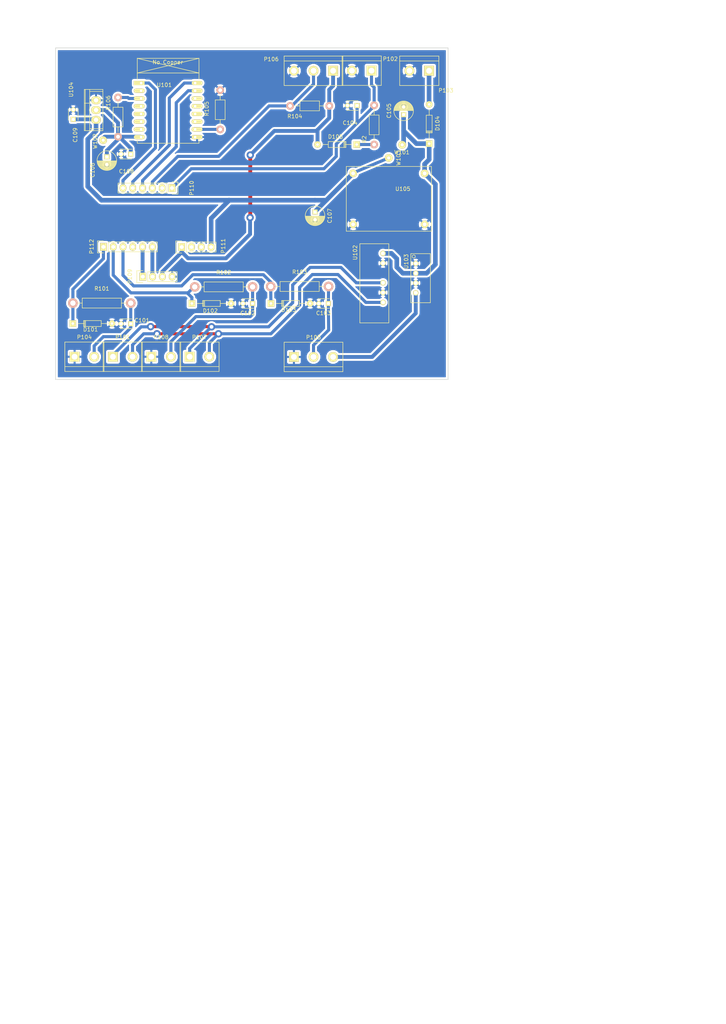
<source format=kicad_pcb>
(kicad_pcb (version 4) (host pcbnew 4.0.2+dfsg1-stable)

  (general
    (links 78)
    (no_connects 0)
    (area 88.524999 43.524999 190.475001 129.575001)
    (thickness 1.6)
    (drawings 17)
    (tracks 201)
    (zones 0)
    (modules 41)
    (nets 38)
  )

  (page A4)
  (layers
    (0 F.Cu signal)
    (31 B.Cu signal)
    (32 B.Adhes user)
    (33 F.Adhes user)
    (34 B.Paste user)
    (35 F.Paste user)
    (36 B.SilkS user)
    (37 F.SilkS user)
    (38 B.Mask user)
    (39 F.Mask user)
    (40 Dwgs.User user)
    (41 Cmts.User user)
    (42 Eco1.User user)
    (43 Eco2.User user)
    (44 Edge.Cuts user)
    (45 Margin user)
    (46 B.CrtYd user)
    (47 F.CrtYd user)
    (48 B.Fab user)
    (49 F.Fab user)
  )

  (setup
    (last_trace_width 0.8)
    (user_trace_width 0.4)
    (user_trace_width 0.6)
    (user_trace_width 0.8)
    (user_trace_width 1)
    (user_trace_width 1.2)
    (trace_clearance 0.25)
    (zone_clearance 0.508)
    (zone_45_only yes)
    (trace_min 0)
    (segment_width 0.2)
    (edge_width 0.15)
    (via_size 0.6)
    (via_drill 0.4)
    (via_min_size 0)
    (via_min_drill 0.3)
    (user_via 1.9 1)
    (uvia_size 0.3)
    (uvia_drill 0.1)
    (uvias_allowed no)
    (uvia_min_size 0)
    (uvia_min_drill 0.1)
    (pcb_text_width 0.3)
    (pcb_text_size 1.5 1.5)
    (mod_edge_width 0.15)
    (mod_text_size 1 1)
    (mod_text_width 0.15)
    (pad_size 2 2)
    (pad_drill 1.00076)
    (pad_to_mask_clearance 0.2)
    (aux_axis_origin 0 0)
    (visible_elements FFFFFF7F)
    (pcbplotparams
      (layerselection 0x010b0_80000001)
      (usegerberextensions false)
      (excludeedgelayer true)
      (linewidth 0.100000)
      (plotframeref false)
      (viasonmask false)
      (mode 1)
      (useauxorigin false)
      (hpglpennumber 1)
      (hpglpenspeed 20)
      (hpglpendiameter 15)
      (hpglpenoverlay 2)
      (psnegative false)
      (psa4output false)
      (plotreference true)
      (plotvalue true)
      (plotinvisibletext false)
      (padsonsilk false)
      (subtractmaskfromsilk false)
      (outputformat 1)
      (mirror false)
      (drillshape 0)
      (scaleselection 1)
      (outputdirectory gerber/))
  )

  (net 0 "")
  (net 1 "Net-(C101-Pad1)")
  (net 2 GND)
  (net 3 "Net-(C102-Pad1)")
  (net 4 "Net-(C103-Pad1)")
  (net 5 /e_rx)
  (net 6 /e_tx)
  (net 7 /e_adc)
  (net 8 /e_cpd)
  (net 9 /e_g16)
  (net 10 /e_g14)
  (net 11 /e_g12)
  (net 12 /e_g13)
  (net 13 /e_g15)
  (net 14 /e_g02)
  (net 15 /e_g00)
  (net 16 /e_g04)
  (net 17 /e_g05)
  (net 18 /Vin_12V)
  (net 19 /Ves_3V3)
  (net 20 /Var_8V)
  (net 21 /Vpc_5V)
  (net 22 /18b20)
  (net 23 /sda)
  (net 24 /scl)
  (net 25 "Net-(P110-Pad2)")
  (net 26 "Net-(P111-Pad2)")
  (net 27 "Net-(P112-Pad4)")
  (net 28 /e_rst)
  (net 29 /caudal_1)
  (net 30 /intensidad_1)
  (net 31 /intensidad_2)
  (net 32 /presion_1)
  (net 33 "Net-(D105-Pad1)")
  (net 34 "Net-(D104-Pad2)")
  (net 35 /+24_voltios)
  (net 36 /-15_voltios)
  (net 37 /+15_voltios)

  (net_class Default "This is the default net class."
    (clearance 0.25)
    (trace_width 0.25)
    (via_dia 0.6)
    (via_drill 0.4)
    (uvia_dia 0.3)
    (uvia_drill 0.1)
    (add_net /+15_voltios)
    (add_net /+24_voltios)
    (add_net /-15_voltios)
    (add_net /18b20)
    (add_net /Var_8V)
    (add_net /Ves_3V3)
    (add_net /Vin_12V)
    (add_net /Vpc_5V)
    (add_net /caudal_1)
    (add_net /e_adc)
    (add_net /e_cpd)
    (add_net /e_g00)
    (add_net /e_g02)
    (add_net /e_g04)
    (add_net /e_g05)
    (add_net /e_g12)
    (add_net /e_g13)
    (add_net /e_g14)
    (add_net /e_g15)
    (add_net /e_g16)
    (add_net /e_rst)
    (add_net /e_rx)
    (add_net /e_tx)
    (add_net /intensidad_1)
    (add_net /intensidad_2)
    (add_net /presion_1)
    (add_net /scl)
    (add_net /sda)
    (add_net GND)
    (add_net "Net-(C101-Pad1)")
    (add_net "Net-(C102-Pad1)")
    (add_net "Net-(C103-Pad1)")
    (add_net "Net-(D104-Pad2)")
    (add_net "Net-(D105-Pad1)")
    (add_net "Net-(P110-Pad2)")
    (add_net "Net-(P111-Pad2)")
    (add_net "Net-(P112-Pad4)")
  )

  (module Diodes_ThroughHole:Diode_DO-35_SOD27_Horizontal_RM10 (layer F.Cu) (tedit 58AC7AC6) (tstamp 58A16E50)
    (at 123.95 109.8)
    (descr "Diode, DO-35,  SOD27, Horizontal, RM 10mm")
    (tags "Diode, DO-35, SOD27, Horizontal, RM 10mm, 1N4148,")
    (path /58734F5F)
    (fp_text reference D102 (at 4.78 1.89) (layer F.SilkS)
      (effects (font (size 1 1) (thickness 0.15)))
    )
    (fp_text value ZENER (at 4.87 -1.67) (layer F.Fab)
      (effects (font (size 1 1) (thickness 0.15)))
    )
    (fp_line (start 7.36652 -0.00254) (end 8.76352 -0.00254) (layer F.SilkS) (width 0.15))
    (fp_line (start 2.92152 -0.00254) (end 1.39752 -0.00254) (layer F.SilkS) (width 0.15))
    (fp_line (start 3.30252 -0.76454) (end 3.30252 0.75946) (layer F.SilkS) (width 0.15))
    (fp_line (start 3.04852 -0.76454) (end 3.04852 0.75946) (layer F.SilkS) (width 0.15))
    (fp_line (start 2.79452 -0.00254) (end 2.79452 0.75946) (layer F.SilkS) (width 0.15))
    (fp_line (start 2.79452 0.75946) (end 7.36652 0.75946) (layer F.SilkS) (width 0.15))
    (fp_line (start 7.36652 0.75946) (end 7.36652 -0.76454) (layer F.SilkS) (width 0.15))
    (fp_line (start 7.36652 -0.76454) (end 2.79452 -0.76454) (layer F.SilkS) (width 0.15))
    (fp_line (start 2.79452 -0.76454) (end 2.79452 -0.00254) (layer F.SilkS) (width 0.15))
    (pad 2 thru_hole circle (at 10.16052 -0.00254 180) (size 1.69926 1.69926) (drill 0.70104) (layers *.Cu *.Mask F.SilkS)
      (net 2 GND))
    (pad 1 thru_hole rect (at 0.00052 -0.00254 180) (size 1.69926 1.69926) (drill 0.70104) (layers *.Cu *.Mask F.SilkS)
      (net 31 /intensidad_2))
    (model Diodes_ThroughHole.3dshapes/Diode_DO-35_SOD27_Horizontal_RM10.wrl
      (at (xyz 0.2 0 0))
      (scale (xyz 0.4 0.4 0.4))
      (rotate (xyz 0 0 180))
    )
  )

  (module Diodes_ThroughHole:Diode_DO-35_SOD27_Horizontal_RM10 (layer F.Cu) (tedit 58AC7BC1) (tstamp 58A893C2)
    (at 185.5 68.4 90)
    (descr "Diode, DO-35,  SOD27, Horizontal, RM 10mm")
    (tags "Diode, DO-35, SOD27, Horizontal, RM 10mm, 1N4148,")
    (path /58AA185E)
    (fp_text reference D104 (at 5.24 2.15 90) (layer F.SilkS)
      (effects (font (size 1 1) (thickness 0.15)))
    )
    (fp_text value 1N4007 (at 5.19 -1.87 90) (layer F.Fab)
      (effects (font (size 1 1) (thickness 0.15)))
    )
    (fp_line (start 7.36652 -0.00254) (end 8.76352 -0.00254) (layer F.SilkS) (width 0.15))
    (fp_line (start 2.92152 -0.00254) (end 1.39752 -0.00254) (layer F.SilkS) (width 0.15))
    (fp_line (start 3.30252 -0.76454) (end 3.30252 0.75946) (layer F.SilkS) (width 0.15))
    (fp_line (start 3.04852 -0.76454) (end 3.04852 0.75946) (layer F.SilkS) (width 0.15))
    (fp_line (start 2.79452 -0.00254) (end 2.79452 0.75946) (layer F.SilkS) (width 0.15))
    (fp_line (start 2.79452 0.75946) (end 7.36652 0.75946) (layer F.SilkS) (width 0.15))
    (fp_line (start 7.36652 0.75946) (end 7.36652 -0.76454) (layer F.SilkS) (width 0.15))
    (fp_line (start 7.36652 -0.76454) (end 2.79452 -0.76454) (layer F.SilkS) (width 0.15))
    (fp_line (start 2.79452 -0.76454) (end 2.79452 -0.00254) (layer F.SilkS) (width 0.15))
    (pad 2 thru_hole circle (at 10.16052 -0.00254 270) (size 1.69926 1.69926) (drill 0.70104) (layers *.Cu *.Mask F.SilkS)
      (net 34 "Net-(D104-Pad2)"))
    (pad 1 thru_hole rect (at 0.00052 -0.00254 270) (size 1.69926 1.69926) (drill 0.70104) (layers *.Cu *.Mask F.SilkS)
      (net 18 /Vin_12V))
    (model Diodes_ThroughHole.3dshapes/Diode_DO-35_SOD27_Horizontal_RM10.wrl
      (at (xyz 0.2 0 0))
      (scale (xyz 0.4 0.4 0.4))
      (rotate (xyz 0 0 180))
    )
  )

  (module Diodes_ThroughHole:Diode_DO-35_SOD27_Horizontal_RM10 (layer F.Cu) (tedit 58AC7AD0) (tstamp 58A16E4A)
    (at 93.075 115)
    (descr "Diode, DO-35,  SOD27, Horizontal, RM 10mm")
    (tags "Diode, DO-35, SOD27, Horizontal, RM 10mm, 1N4148,")
    (path /587342FE)
    (fp_text reference D101 (at 4.61 1.54) (layer F.SilkS)
      (effects (font (size 1 1) (thickness 0.15)))
    )
    (fp_text value ZENER (at 5.14 -1.84) (layer F.Fab)
      (effects (font (size 1 1) (thickness 0.15)))
    )
    (fp_line (start 7.36652 -0.00254) (end 8.76352 -0.00254) (layer F.SilkS) (width 0.15))
    (fp_line (start 2.92152 -0.00254) (end 1.39752 -0.00254) (layer F.SilkS) (width 0.15))
    (fp_line (start 3.30252 -0.76454) (end 3.30252 0.75946) (layer F.SilkS) (width 0.15))
    (fp_line (start 3.04852 -0.76454) (end 3.04852 0.75946) (layer F.SilkS) (width 0.15))
    (fp_line (start 2.79452 -0.00254) (end 2.79452 0.75946) (layer F.SilkS) (width 0.15))
    (fp_line (start 2.79452 0.75946) (end 7.36652 0.75946) (layer F.SilkS) (width 0.15))
    (fp_line (start 7.36652 0.75946) (end 7.36652 -0.76454) (layer F.SilkS) (width 0.15))
    (fp_line (start 7.36652 -0.76454) (end 2.79452 -0.76454) (layer F.SilkS) (width 0.15))
    (fp_line (start 2.79452 -0.76454) (end 2.79452 -0.00254) (layer F.SilkS) (width 0.15))
    (pad 2 thru_hole circle (at 10.16052 -0.00254 180) (size 1.69926 1.69926) (drill 0.70104) (layers *.Cu *.Mask F.SilkS)
      (net 2 GND))
    (pad 1 thru_hole rect (at 0.00052 -0.00254 180) (size 1.69926 1.69926) (drill 0.70104) (layers *.Cu *.Mask F.SilkS)
      (net 30 /intensidad_1))
    (model Diodes_ThroughHole.3dshapes/Diode_DO-35_SOD27_Horizontal_RM10.wrl
      (at (xyz 0.2 0 0))
      (scale (xyz 0.4 0.4 0.4))
      (rotate (xyz 0 0 180))
    )
  )

  (module Capacitors_ThroughHole:C_Disc_D3_P2.5 (layer F.Cu) (tedit 591943D4) (tstamp 58A16E26)
    (at 108.1 115.05 180)
    (descr "Capacitor 3mm Disc, Pitch 2.5mm")
    (tags Capacitor)
    (path /58734169)
    (fp_text reference C101 (at -2.925 0.875 180) (layer F.SilkS)
      (effects (font (size 1 1) (thickness 0.15)))
    )
    (fp_text value 100nF (at -3.25 2.45 180) (layer F.Fab)
      (effects (font (size 1 1) (thickness 0.15)))
    )
    (fp_line (start -0.9 -1.5) (end 3.4 -1.5) (layer F.CrtYd) (width 0.05))
    (fp_line (start 3.4 -1.5) (end 3.4 1.5) (layer F.CrtYd) (width 0.05))
    (fp_line (start 3.4 1.5) (end -0.9 1.5) (layer F.CrtYd) (width 0.05))
    (fp_line (start -0.9 1.5) (end -0.9 -1.5) (layer F.CrtYd) (width 0.05))
    (fp_line (start -0.25 -1.25) (end 2.75 -1.25) (layer F.SilkS) (width 0.15))
    (fp_line (start 2.75 1.25) (end -0.25 1.25) (layer F.SilkS) (width 0.15))
    (pad 1 thru_hole rect (at 0 0 180) (size 1.3 1.3) (drill 0.8) (layers *.Cu *.Mask F.SilkS)
      (net 1 "Net-(C101-Pad1)"))
    (pad 2 thru_hole circle (at 2.5 0 180) (size 1.3 1.3) (drill 0.8001) (layers *.Cu *.Mask F.SilkS)
      (net 2 GND))
    (model Capacitors_ThroughHole.3dshapes/C_Disc_D3_P2.5.wrl
      (at (xyz 0.0492126 0 0))
      (scale (xyz 1 1 1))
      (rotate (xyz 0 0 0))
    )
  )

  (module Capacitors_ThroughHole:C_Disc_D3_P2.5 (layer F.Cu) (tedit 0) (tstamp 58A16E2C)
    (at 139.7 109.8 180)
    (descr "Capacitor 3mm Disc, Pitch 2.5mm")
    (tags Capacitor)
    (path /58734FDB)
    (fp_text reference C102 (at 1.25 -2.5 180) (layer F.SilkS)
      (effects (font (size 1 1) (thickness 0.15)))
    )
    (fp_text value 100nF (at 1.25 2.5 180) (layer F.Fab)
      (effects (font (size 1 1) (thickness 0.15)))
    )
    (fp_line (start -0.9 -1.5) (end 3.4 -1.5) (layer F.CrtYd) (width 0.05))
    (fp_line (start 3.4 -1.5) (end 3.4 1.5) (layer F.CrtYd) (width 0.05))
    (fp_line (start 3.4 1.5) (end -0.9 1.5) (layer F.CrtYd) (width 0.05))
    (fp_line (start -0.9 1.5) (end -0.9 -1.5) (layer F.CrtYd) (width 0.05))
    (fp_line (start -0.25 -1.25) (end 2.75 -1.25) (layer F.SilkS) (width 0.15))
    (fp_line (start 2.75 1.25) (end -0.25 1.25) (layer F.SilkS) (width 0.15))
    (pad 1 thru_hole rect (at 0 0 180) (size 1.3 1.3) (drill 0.8) (layers *.Cu *.Mask F.SilkS)
      (net 3 "Net-(C102-Pad1)"))
    (pad 2 thru_hole circle (at 2.5 0 180) (size 1.3 1.3) (drill 0.8001) (layers *.Cu *.Mask F.SilkS)
      (net 2 GND))
    (model Capacitors_ThroughHole.3dshapes/C_Disc_D3_P2.5.wrl
      (at (xyz 0.0492126 0 0))
      (scale (xyz 1 1 1))
      (rotate (xyz 0 0 0))
    )
  )

  (module Capacitors_ThroughHole:C_Disc_D3_P2.5 (layer F.Cu) (tedit 0) (tstamp 58A16E32)
    (at 159.35 109.8 180)
    (descr "Capacitor 3mm Disc, Pitch 2.5mm")
    (tags Capacitor)
    (path /58A043A8)
    (fp_text reference C103 (at 1.25 -2.5 180) (layer F.SilkS)
      (effects (font (size 1 1) (thickness 0.15)))
    )
    (fp_text value 100nF (at 1.25 2.5 180) (layer F.Fab)
      (effects (font (size 1 1) (thickness 0.15)))
    )
    (fp_line (start -0.9 -1.5) (end 3.4 -1.5) (layer F.CrtYd) (width 0.05))
    (fp_line (start 3.4 -1.5) (end 3.4 1.5) (layer F.CrtYd) (width 0.05))
    (fp_line (start 3.4 1.5) (end -0.9 1.5) (layer F.CrtYd) (width 0.05))
    (fp_line (start -0.9 1.5) (end -0.9 -1.5) (layer F.CrtYd) (width 0.05))
    (fp_line (start -0.25 -1.25) (end 2.75 -1.25) (layer F.SilkS) (width 0.15))
    (fp_line (start 2.75 1.25) (end -0.25 1.25) (layer F.SilkS) (width 0.15))
    (pad 1 thru_hole rect (at 0 0 180) (size 1.3 1.3) (drill 0.8) (layers *.Cu *.Mask F.SilkS)
      (net 4 "Net-(C103-Pad1)"))
    (pad 2 thru_hole circle (at 2.5 0 180) (size 1.3 1.3) (drill 0.8001) (layers *.Cu *.Mask F.SilkS)
      (net 2 GND))
    (model Capacitors_ThroughHole.3dshapes/C_Disc_D3_P2.5.wrl
      (at (xyz 0.0492126 0 0))
      (scale (xyz 1 1 1))
      (rotate (xyz 0 0 0))
    )
  )

  (module Capacitors_ThroughHole:C_Disc_D3_P2.5 (layer F.Cu) (tedit 59194275) (tstamp 58A16E38)
    (at 166.8 58.525 180)
    (descr "Capacitor 3mm Disc, Pitch 2.5mm")
    (tags Capacitor)
    (path /58501908)
    (fp_text reference C104 (at 1.8 -4.5 180) (layer F.SilkS)
      (effects (font (size 1 1) (thickness 0.15)))
    )
    (fp_text value 100nF (at 1.275 -2.725 180) (layer F.Fab)
      (effects (font (size 1 1) (thickness 0.15)))
    )
    (fp_line (start -0.9 -1.5) (end 3.4 -1.5) (layer F.CrtYd) (width 0.05))
    (fp_line (start 3.4 -1.5) (end 3.4 1.5) (layer F.CrtYd) (width 0.05))
    (fp_line (start 3.4 1.5) (end -0.9 1.5) (layer F.CrtYd) (width 0.05))
    (fp_line (start -0.9 1.5) (end -0.9 -1.5) (layer F.CrtYd) (width 0.05))
    (fp_line (start -0.25 -1.25) (end 2.75 -1.25) (layer F.SilkS) (width 0.15))
    (fp_line (start 2.75 1.25) (end -0.25 1.25) (layer F.SilkS) (width 0.15))
    (pad 1 thru_hole rect (at 0 0 180) (size 1.3 1.3) (drill 0.8) (layers *.Cu *.Mask F.SilkS)
      (net 29 /caudal_1))
    (pad 2 thru_hole circle (at 2.5 0 180) (size 1.3 1.3) (drill 0.8001) (layers *.Cu *.Mask F.SilkS)
      (net 2 GND))
    (model Capacitors_ThroughHole.3dshapes/C_Disc_D3_P2.5.wrl
      (at (xyz 0.0492126 0 0))
      (scale (xyz 1 1 1))
      (rotate (xyz 0 0 0))
    )
  )

  (module Diodes_ThroughHole:Diode_DO-35_SOD27_Horizontal_RM10 (layer F.Cu) (tedit 58AC7B79) (tstamp 58A16E56)
    (at 144.45 109.8)
    (descr "Diode, DO-35,  SOD27, Horizontal, RM 10mm")
    (tags "Diode, DO-35, SOD27, Horizontal, RM 10mm, 1N4148,")
    (path /58A043A2)
    (fp_text reference D103 (at 4.61 1.66) (layer F.SilkS)
      (effects (font (size 1 1) (thickness 0.15)))
    )
    (fp_text value ZENER (at 5.02 -1.92) (layer F.Fab)
      (effects (font (size 1 1) (thickness 0.15)))
    )
    (fp_line (start 7.36652 -0.00254) (end 8.76352 -0.00254) (layer F.SilkS) (width 0.15))
    (fp_line (start 2.92152 -0.00254) (end 1.39752 -0.00254) (layer F.SilkS) (width 0.15))
    (fp_line (start 3.30252 -0.76454) (end 3.30252 0.75946) (layer F.SilkS) (width 0.15))
    (fp_line (start 3.04852 -0.76454) (end 3.04852 0.75946) (layer F.SilkS) (width 0.15))
    (fp_line (start 2.79452 -0.00254) (end 2.79452 0.75946) (layer F.SilkS) (width 0.15))
    (fp_line (start 2.79452 0.75946) (end 7.36652 0.75946) (layer F.SilkS) (width 0.15))
    (fp_line (start 7.36652 0.75946) (end 7.36652 -0.76454) (layer F.SilkS) (width 0.15))
    (fp_line (start 7.36652 -0.76454) (end 2.79452 -0.76454) (layer F.SilkS) (width 0.15))
    (fp_line (start 2.79452 -0.76454) (end 2.79452 -0.00254) (layer F.SilkS) (width 0.15))
    (pad 2 thru_hole circle (at 10.16052 -0.00254 180) (size 1.69926 1.69926) (drill 0.70104) (layers *.Cu *.Mask F.SilkS)
      (net 2 GND))
    (pad 1 thru_hole rect (at 0.00052 -0.00254 180) (size 1.69926 1.69926) (drill 0.70104) (layers *.Cu *.Mask F.SilkS)
      (net 32 /presion_1))
    (model Diodes_ThroughHole.3dshapes/Diode_DO-35_SOD27_Horizontal_RM10.wrl
      (at (xyz 0.2 0 0))
      (scale (xyz 0.4 0.4 0.4))
      (rotate (xyz 0 0 180))
    )
  )

  (module Connect:bornier2 (layer F.Cu) (tedit 58AC7BDC) (tstamp 58A16E62)
    (at 168 49.5 180)
    (descr "Bornier d'alimentation 2 pins")
    (tags DEV)
    (path /5872AC26)
    (fp_text reference P102 (at -7.41 3.04 180) (layer F.SilkS)
      (effects (font (size 1 1) (thickness 0.15)))
    )
    (fp_text value CAUDAL_1 (at 0 5.08 180) (layer F.Fab)
      (effects (font (size 1 1) (thickness 0.15)))
    )
    (fp_line (start 5.08 2.54) (end -5.08 2.54) (layer F.SilkS) (width 0.15))
    (fp_line (start 5.08 3.81) (end 5.08 -3.81) (layer F.SilkS) (width 0.15))
    (fp_line (start 5.08 -3.81) (end -5.08 -3.81) (layer F.SilkS) (width 0.15))
    (fp_line (start -5.08 -3.81) (end -5.08 3.81) (layer F.SilkS) (width 0.15))
    (fp_line (start -5.08 3.81) (end 5.08 3.81) (layer F.SilkS) (width 0.15))
    (pad 1 thru_hole rect (at -2.54 0 180) (size 2.54 2.54) (drill 1.524) (layers *.Cu *.Mask F.SilkS)
      (net 29 /caudal_1))
    (pad 2 thru_hole circle (at 2.54 0 180) (size 2.54 2.54) (drill 1.524) (layers *.Cu *.Mask F.SilkS)
      (net 2 GND))
    (model Connect.3dshapes/bornier2.wrl
      (at (xyz 0 0 0))
      (scale (xyz 1 1 1))
      (rotate (xyz 0 0 0))
    )
  )

  (module Connect:bornier2 (layer F.Cu) (tedit 58AC7B13) (tstamp 58A16E68)
    (at 182.925 49.525 180)
    (descr "Bornier d'alimentation 2 pins")
    (tags DEV)
    (path /5872A04E)
    (fp_text reference P103 (at -6.92 -5.1 180) (layer F.SilkS)
      (effects (font (size 1 1) (thickness 0.15)))
    )
    (fp_text value V_IN (at 0 5.08 180) (layer F.Fab)
      (effects (font (size 1 1) (thickness 0.15)))
    )
    (fp_line (start 5.08 2.54) (end -5.08 2.54) (layer F.SilkS) (width 0.15))
    (fp_line (start 5.08 3.81) (end 5.08 -3.81) (layer F.SilkS) (width 0.15))
    (fp_line (start 5.08 -3.81) (end -5.08 -3.81) (layer F.SilkS) (width 0.15))
    (fp_line (start -5.08 -3.81) (end -5.08 3.81) (layer F.SilkS) (width 0.15))
    (fp_line (start -5.08 3.81) (end 5.08 3.81) (layer F.SilkS) (width 0.15))
    (pad 1 thru_hole rect (at -2.54 0 180) (size 2.54 2.54) (drill 1.524) (layers *.Cu *.Mask F.SilkS)
      (net 34 "Net-(D104-Pad2)"))
    (pad 2 thru_hole circle (at 2.54 0 180) (size 2.54 2.54) (drill 1.524) (layers *.Cu *.Mask F.SilkS)
      (net 2 GND))
    (model Connect.3dshapes/bornier2.wrl
      (at (xyz 0 0 0))
      (scale (xyz 1 1 1))
      (rotate (xyz 0 0 0))
    )
  )

  (module Connect:bornier3 (layer F.Cu) (tedit 58AC71AD) (tstamp 58A16E7B)
    (at 155.5 49.525 180)
    (descr "Bornier d'alimentation 3 pins")
    (tags DEV)
    (path /58A06006)
    (fp_text reference P106 (at 10.97 3 180) (layer F.SilkS)
      (effects (font (size 1 1) (thickness 0.15)))
    )
    (fp_text value 18b20 (at 0 5.08 180) (layer F.Fab)
      (effects (font (size 1 1) (thickness 0.15)))
    )
    (fp_line (start -7.62 3.81) (end -7.62 -3.81) (layer F.SilkS) (width 0.15))
    (fp_line (start 7.62 3.81) (end 7.62 -3.81) (layer F.SilkS) (width 0.15))
    (fp_line (start -7.62 2.54) (end 7.62 2.54) (layer F.SilkS) (width 0.15))
    (fp_line (start -7.62 -3.81) (end 7.62 -3.81) (layer F.SilkS) (width 0.15))
    (fp_line (start -7.62 3.81) (end 7.62 3.81) (layer F.SilkS) (width 0.15))
    (pad 1 thru_hole rect (at -5.08 0 180) (size 2.54 2.54) (drill 1.524) (layers *.Cu *.Mask F.SilkS)
      (net 21 /Vpc_5V))
    (pad 2 thru_hole circle (at 0 0 180) (size 2.54 2.54) (drill 1.524) (layers *.Cu *.Mask F.SilkS)
      (net 22 /18b20))
    (pad 3 thru_hole circle (at 5.08 0 180) (size 2.54 2.54) (drill 1.524) (layers *.Cu *.Mask F.SilkS)
      (net 2 GND))
    (model Connect.3dshapes/bornier3.wrl
      (at (xyz 0 0 0))
      (scale (xyz 1 1 1))
      (rotate (xyz 0 0 0))
    )
  )

  (module Resistors_ThroughHole:Resistor_Horizontal_RM10mm (layer F.Cu) (tedit 58AC7BF9) (tstamp 58A16E8D)
    (at 171.225 68.625 90)
    (descr "Resistor, Axial,  RM 10mm, 1/3W")
    (tags "Resistor Axial RM 10mm 1/3W")
    (path /58501520)
    (fp_text reference R2 (at 1.34 -2.56 90) (layer F.SilkS)
      (effects (font (size 1 1) (thickness 0.15)))
    )
    (fp_text value 10K (at 8.49 -2.51 90) (layer F.Fab)
      (effects (font (size 1 1) (thickness 0.15)))
    )
    (fp_line (start -1.25 -1.5) (end 11.4 -1.5) (layer F.CrtYd) (width 0.05))
    (fp_line (start -1.25 1.5) (end -1.25 -1.5) (layer F.CrtYd) (width 0.05))
    (fp_line (start 11.4 -1.5) (end 11.4 1.5) (layer F.CrtYd) (width 0.05))
    (fp_line (start -1.25 1.5) (end 11.4 1.5) (layer F.CrtYd) (width 0.05))
    (fp_line (start 2.54 -1.27) (end 7.62 -1.27) (layer F.SilkS) (width 0.15))
    (fp_line (start 7.62 -1.27) (end 7.62 1.27) (layer F.SilkS) (width 0.15))
    (fp_line (start 7.62 1.27) (end 2.54 1.27) (layer F.SilkS) (width 0.15))
    (fp_line (start 2.54 1.27) (end 2.54 -1.27) (layer F.SilkS) (width 0.15))
    (fp_line (start 2.54 0) (end 1.27 0) (layer F.SilkS) (width 0.15))
    (fp_line (start 7.62 0) (end 8.89 0) (layer F.SilkS) (width 0.15))
    (pad 1 thru_hole circle (at 0 0 90) (size 1.99898 1.99898) (drill 1.00076) (layers *.Cu *.SilkS *.Mask)
      (net 33 "Net-(D105-Pad1)"))
    (pad 2 thru_hole circle (at 10.16 0 90) (size 1.99898 1.99898) (drill 1.00076) (layers *.Cu *.SilkS *.Mask)
      (net 29 /caudal_1))
    (model Resistors_ThroughHole.3dshapes/Resistor_Horizontal_RM10mm.wrl
      (at (xyz 0 0 0))
      (scale (xyz 0.4 0.4 0.4))
      (rotate (xyz 0 0 0))
    )
  )

  (module Resistors_ThroughHole:Resistor_Horizontal_RM10mm (layer F.Cu) (tedit 58AC7BE7) (tstamp 58A16EA5)
    (at 149.425 58.625)
    (descr "Resistor, Axial,  RM 10mm, 1/3W")
    (tags "Resistor Axial RM 10mm 1/3W")
    (path /58A0503E)
    (fp_text reference R104 (at 1.23 2.69) (layer F.SilkS)
      (effects (font (size 1 1) (thickness 0.15)))
    )
    (fp_text value 2K (at 8.06 2.7) (layer F.Fab)
      (effects (font (size 1 1) (thickness 0.15)))
    )
    (fp_line (start -1.25 -1.5) (end 11.4 -1.5) (layer F.CrtYd) (width 0.05))
    (fp_line (start -1.25 1.5) (end -1.25 -1.5) (layer F.CrtYd) (width 0.05))
    (fp_line (start 11.4 -1.5) (end 11.4 1.5) (layer F.CrtYd) (width 0.05))
    (fp_line (start -1.25 1.5) (end 11.4 1.5) (layer F.CrtYd) (width 0.05))
    (fp_line (start 2.54 -1.27) (end 7.62 -1.27) (layer F.SilkS) (width 0.15))
    (fp_line (start 7.62 -1.27) (end 7.62 1.27) (layer F.SilkS) (width 0.15))
    (fp_line (start 7.62 1.27) (end 2.54 1.27) (layer F.SilkS) (width 0.15))
    (fp_line (start 2.54 1.27) (end 2.54 -1.27) (layer F.SilkS) (width 0.15))
    (fp_line (start 2.54 0) (end 1.27 0) (layer F.SilkS) (width 0.15))
    (fp_line (start 7.62 0) (end 8.89 0) (layer F.SilkS) (width 0.15))
    (pad 1 thru_hole circle (at 0 0) (size 1.99898 1.99898) (drill 1.00076) (layers *.Cu *.SilkS *.Mask)
      (net 22 /18b20))
    (pad 2 thru_hole circle (at 10.16 0) (size 1.99898 1.99898) (drill 1.00076) (layers *.Cu *.SilkS *.Mask)
      (net 21 /Vpc_5V))
    (model Resistors_ThroughHole.3dshapes/Resistor_Horizontal_RM10mm.wrl
      (at (xyz 0 0 0))
      (scale (xyz 0.4 0.4 0.4))
      (rotate (xyz 0 0 0))
    )
  )

  (module oscar_libreria_huellas:Recom-rd (layer F.Cu) (tedit 58AC7BA9) (tstamp 58A16F1C)
    (at 173.525 96.825 270)
    (path /5873700F)
    (fp_text reference U102 (at -0.21 7.23 270) (layer F.SilkS)
      (effects (font (size 1 1) (thickness 0.15)))
    )
    (fp_text value Recom-rd (at 8 3 270) (layer F.Fab) hide
      (effects (font (size 1 1) (thickness 0.15)))
    )
    (fp_line (start -2.5 -1.5) (end 18 -1.5) (layer F.SilkS) (width 0.15))
    (fp_line (start 18 -1.5) (end 18 6) (layer F.SilkS) (width 0.15))
    (fp_line (start 18 6) (end -2.5 6) (layer F.SilkS) (width 0.15))
    (fp_line (start -2.5 6) (end -2.5 -1.5) (layer F.SilkS) (width 0.15))
    (pad 1 thru_hole circle (at 0 0 270) (size 1.4 1.4) (drill 0.9) (layers *.Cu *.Mask F.SilkS)
      (net 18 /Vin_12V))
    (pad 2 thru_hole circle (at 2.54 0 270) (size 1.4 1.4) (drill 0.9) (layers *.Cu *.Mask F.SilkS)
      (net 2 GND))
    (pad 4 thru_hole circle (at 7.62 0 270) (size 1.4 1.4) (drill 0.9) (layers *.Cu *.Mask F.SilkS)
      (net 36 /-15_voltios))
    (pad 5 thru_hole circle (at 10.16 0 270) (size 1.4 1.4) (drill 0.9) (layers *.Cu *.Mask F.SilkS)
      (net 2 GND))
    (pad 6 thru_hole circle (at 12.7 0 270) (size 1.4 1.4) (drill 0.9) (layers *.Cu *.Mask F.SilkS)
      (net 37 /+15_voltios))
  )

  (module oscar_libreria_huellas:RO-xxxxS (layer F.Cu) (tedit 58AC7AE7) (tstamp 58A16F24)
    (at 184.55 101.975 270)
    (path /589ECA9C)
    (fp_text reference U103 (at -3.04 5.01 270) (layer F.SilkS)
      (effects (font (size 1 1) (thickness 0.15)))
    )
    (fp_text value RO-1224S (at 12.7 -2.54 270) (layer F.Fab) hide
      (effects (font (size 1 1) (thickness 0.15)))
    )
    (fp_circle (center -4.35 3.05) (end -3.95 3.075) (layer F.SilkS) (width 0.15))
    (fp_line (start -5.08 3.81) (end 7.62 3.81) (layer F.SilkS) (width 0.15))
    (fp_line (start 7.62 3.81) (end 7.62 -1.27) (layer F.SilkS) (width 0.15))
    (fp_line (start 7.62 -1.27) (end -5.08 -1.27) (layer F.SilkS) (width 0.15))
    (fp_line (start -5.08 -1.27) (end -5.08 3.81) (layer F.SilkS) (width 0.15))
    (pad 1 thru_hole circle (at -2.54 2.54 270) (size 1.4 1.4) (drill 0.9) (layers *.Cu *.Mask F.SilkS)
      (net 2 GND))
    (pad 2 thru_hole circle (at 0 2.54 270) (size 1.4 1.4) (drill 0.9) (layers *.Cu *.Mask F.SilkS)
      (net 18 /Vin_12V))
    (pad 3 thru_hole circle (at 2.54 2.54 270) (size 1.4 1.4) (drill 0.9) (layers *.Cu *.Mask F.SilkS)
      (net 2 GND))
    (pad 4 thru_hole circle (at 5.08 2.54 270) (size 1.4 1.4) (drill 0.9) (layers *.Cu *.Mask F.SilkS)
      (net 35 /+24_voltios))
  )

  (module Capacitors_ThroughHole:C_Radial_D5_L11_P2 (layer F.Cu) (tedit 59194287) (tstamp 58A17E91)
    (at 178.875 60.9 90)
    (descr "Radial Electrolytic Capacitor 5mm x Length 11mm, Pitch 2mm")
    (tags "Electrolytic Capacitor")
    (path /58A1D1FB)
    (fp_text reference C105 (at 1 -3.8 90) (layer F.SilkS)
      (effects (font (size 1 1) (thickness 0.15)))
    )
    (fp_text value 220uF (at 4.45 3.375 90) (layer F.Fab)
      (effects (font (size 1 1) (thickness 0.15)))
    )
    (fp_line (start 1.075 -2.499) (end 1.075 2.499) (layer F.SilkS) (width 0.15))
    (fp_line (start 1.215 -2.491) (end 1.215 -0.154) (layer F.SilkS) (width 0.15))
    (fp_line (start 1.215 0.154) (end 1.215 2.491) (layer F.SilkS) (width 0.15))
    (fp_line (start 1.355 -2.475) (end 1.355 -0.473) (layer F.SilkS) (width 0.15))
    (fp_line (start 1.355 0.473) (end 1.355 2.475) (layer F.SilkS) (width 0.15))
    (fp_line (start 1.495 -2.451) (end 1.495 -0.62) (layer F.SilkS) (width 0.15))
    (fp_line (start 1.495 0.62) (end 1.495 2.451) (layer F.SilkS) (width 0.15))
    (fp_line (start 1.635 -2.418) (end 1.635 -0.712) (layer F.SilkS) (width 0.15))
    (fp_line (start 1.635 0.712) (end 1.635 2.418) (layer F.SilkS) (width 0.15))
    (fp_line (start 1.775 -2.377) (end 1.775 -0.768) (layer F.SilkS) (width 0.15))
    (fp_line (start 1.775 0.768) (end 1.775 2.377) (layer F.SilkS) (width 0.15))
    (fp_line (start 1.915 -2.327) (end 1.915 -0.795) (layer F.SilkS) (width 0.15))
    (fp_line (start 1.915 0.795) (end 1.915 2.327) (layer F.SilkS) (width 0.15))
    (fp_line (start 2.055 -2.266) (end 2.055 -0.798) (layer F.SilkS) (width 0.15))
    (fp_line (start 2.055 0.798) (end 2.055 2.266) (layer F.SilkS) (width 0.15))
    (fp_line (start 2.195 -2.196) (end 2.195 -0.776) (layer F.SilkS) (width 0.15))
    (fp_line (start 2.195 0.776) (end 2.195 2.196) (layer F.SilkS) (width 0.15))
    (fp_line (start 2.335 -2.114) (end 2.335 -0.726) (layer F.SilkS) (width 0.15))
    (fp_line (start 2.335 0.726) (end 2.335 2.114) (layer F.SilkS) (width 0.15))
    (fp_line (start 2.475 -2.019) (end 2.475 -0.644) (layer F.SilkS) (width 0.15))
    (fp_line (start 2.475 0.644) (end 2.475 2.019) (layer F.SilkS) (width 0.15))
    (fp_line (start 2.615 -1.908) (end 2.615 -0.512) (layer F.SilkS) (width 0.15))
    (fp_line (start 2.615 0.512) (end 2.615 1.908) (layer F.SilkS) (width 0.15))
    (fp_line (start 2.755 -1.78) (end 2.755 -0.265) (layer F.SilkS) (width 0.15))
    (fp_line (start 2.755 0.265) (end 2.755 1.78) (layer F.SilkS) (width 0.15))
    (fp_line (start 2.895 -1.631) (end 2.895 1.631) (layer F.SilkS) (width 0.15))
    (fp_line (start 3.035 -1.452) (end 3.035 1.452) (layer F.SilkS) (width 0.15))
    (fp_line (start 3.175 -1.233) (end 3.175 1.233) (layer F.SilkS) (width 0.15))
    (fp_line (start 3.315 -0.944) (end 3.315 0.944) (layer F.SilkS) (width 0.15))
    (fp_line (start 3.455 -0.472) (end 3.455 0.472) (layer F.SilkS) (width 0.15))
    (fp_circle (center 2 0) (end 2 -0.8) (layer F.SilkS) (width 0.15))
    (fp_circle (center 1 0) (end 1 -2.5375) (layer F.SilkS) (width 0.15))
    (fp_circle (center 1 0) (end 1 -2.8) (layer F.CrtYd) (width 0.05))
    (pad 1 thru_hole rect (at 0 0 90) (size 1.3 1.3) (drill 0.8) (layers *.Cu *.Mask F.SilkS)
      (net 18 /Vin_12V))
    (pad 2 thru_hole circle (at 2 0 90) (size 1.3 1.3) (drill 0.8) (layers *.Cu *.Mask F.SilkS)
      (net 2 GND))
    (model Capacitors_ThroughHole.3dshapes/C_Radial_D5_L11_P2.wrl
      (at (xyz 0 0 0))
      (scale (xyz 1 1 1))
      (rotate (xyz 0 0 0))
    )
  )

  (module Capacitors_ThroughHole:C_Radial_D5_L11_P2 (layer F.Cu) (tedit 59193984) (tstamp 58A17E97)
    (at 101.9 71.8 270)
    (descr "Radial Electrolytic Capacitor 5mm x Length 11mm, Pitch 2mm")
    (tags "Electrolytic Capacitor")
    (path /58A1C097)
    (fp_text reference C106 (at 3.45 3.7 270) (layer F.SilkS)
      (effects (font (size 1 1) (thickness 0.15)))
    )
    (fp_text value 22uF (at 3.275 5.6 270) (layer F.Fab)
      (effects (font (size 1 1) (thickness 0.15)))
    )
    (fp_line (start 1.075 -2.499) (end 1.075 2.499) (layer F.SilkS) (width 0.15))
    (fp_line (start 1.215 -2.491) (end 1.215 -0.154) (layer F.SilkS) (width 0.15))
    (fp_line (start 1.215 0.154) (end 1.215 2.491) (layer F.SilkS) (width 0.15))
    (fp_line (start 1.355 -2.475) (end 1.355 -0.473) (layer F.SilkS) (width 0.15))
    (fp_line (start 1.355 0.473) (end 1.355 2.475) (layer F.SilkS) (width 0.15))
    (fp_line (start 1.495 -2.451) (end 1.495 -0.62) (layer F.SilkS) (width 0.15))
    (fp_line (start 1.495 0.62) (end 1.495 2.451) (layer F.SilkS) (width 0.15))
    (fp_line (start 1.635 -2.418) (end 1.635 -0.712) (layer F.SilkS) (width 0.15))
    (fp_line (start 1.635 0.712) (end 1.635 2.418) (layer F.SilkS) (width 0.15))
    (fp_line (start 1.775 -2.377) (end 1.775 -0.768) (layer F.SilkS) (width 0.15))
    (fp_line (start 1.775 0.768) (end 1.775 2.377) (layer F.SilkS) (width 0.15))
    (fp_line (start 1.915 -2.327) (end 1.915 -0.795) (layer F.SilkS) (width 0.15))
    (fp_line (start 1.915 0.795) (end 1.915 2.327) (layer F.SilkS) (width 0.15))
    (fp_line (start 2.055 -2.266) (end 2.055 -0.798) (layer F.SilkS) (width 0.15))
    (fp_line (start 2.055 0.798) (end 2.055 2.266) (layer F.SilkS) (width 0.15))
    (fp_line (start 2.195 -2.196) (end 2.195 -0.776) (layer F.SilkS) (width 0.15))
    (fp_line (start 2.195 0.776) (end 2.195 2.196) (layer F.SilkS) (width 0.15))
    (fp_line (start 2.335 -2.114) (end 2.335 -0.726) (layer F.SilkS) (width 0.15))
    (fp_line (start 2.335 0.726) (end 2.335 2.114) (layer F.SilkS) (width 0.15))
    (fp_line (start 2.475 -2.019) (end 2.475 -0.644) (layer F.SilkS) (width 0.15))
    (fp_line (start 2.475 0.644) (end 2.475 2.019) (layer F.SilkS) (width 0.15))
    (fp_line (start 2.615 -1.908) (end 2.615 -0.512) (layer F.SilkS) (width 0.15))
    (fp_line (start 2.615 0.512) (end 2.615 1.908) (layer F.SilkS) (width 0.15))
    (fp_line (start 2.755 -1.78) (end 2.755 -0.265) (layer F.SilkS) (width 0.15))
    (fp_line (start 2.755 0.265) (end 2.755 1.78) (layer F.SilkS) (width 0.15))
    (fp_line (start 2.895 -1.631) (end 2.895 1.631) (layer F.SilkS) (width 0.15))
    (fp_line (start 3.035 -1.452) (end 3.035 1.452) (layer F.SilkS) (width 0.15))
    (fp_line (start 3.175 -1.233) (end 3.175 1.233) (layer F.SilkS) (width 0.15))
    (fp_line (start 3.315 -0.944) (end 3.315 0.944) (layer F.SilkS) (width 0.15))
    (fp_line (start 3.455 -0.472) (end 3.455 0.472) (layer F.SilkS) (width 0.15))
    (fp_circle (center 2 0) (end 2 -0.8) (layer F.SilkS) (width 0.15))
    (fp_circle (center 1 0) (end 1 -2.5375) (layer F.SilkS) (width 0.15))
    (fp_circle (center 1 0) (end 1 -2.8) (layer F.CrtYd) (width 0.05))
    (pad 1 thru_hole rect (at 0 0 270) (size 1.3 1.3) (drill 0.8) (layers *.Cu *.Mask F.SilkS)
      (net 19 /Ves_3V3))
    (pad 2 thru_hole circle (at 2 0 270) (size 1.3 1.3) (drill 0.8) (layers *.Cu *.Mask F.SilkS)
      (net 2 GND))
    (model Capacitors_ThroughHole.3dshapes/C_Radial_D5_L11_P2.wrl
      (at (xyz 0 0 0))
      (scale (xyz 1 1 1))
      (rotate (xyz 0 0 0))
    )
  )

  (module Capacitors_ThroughHole:C_Radial_D5_L11_P2 (layer F.Cu) (tedit 0) (tstamp 58A48C4B)
    (at 155.9 86.1 270)
    (descr "Radial Electrolytic Capacitor 5mm x Length 11mm, Pitch 2mm")
    (tags "Electrolytic Capacitor")
    (path /58A48BA0)
    (fp_text reference C107 (at 1 -3.8 270) (layer F.SilkS)
      (effects (font (size 1 1) (thickness 0.15)))
    )
    (fp_text value 22uF (at 1 3.8 270) (layer F.Fab)
      (effects (font (size 1 1) (thickness 0.15)))
    )
    (fp_line (start 1.075 -2.499) (end 1.075 2.499) (layer F.SilkS) (width 0.15))
    (fp_line (start 1.215 -2.491) (end 1.215 -0.154) (layer F.SilkS) (width 0.15))
    (fp_line (start 1.215 0.154) (end 1.215 2.491) (layer F.SilkS) (width 0.15))
    (fp_line (start 1.355 -2.475) (end 1.355 -0.473) (layer F.SilkS) (width 0.15))
    (fp_line (start 1.355 0.473) (end 1.355 2.475) (layer F.SilkS) (width 0.15))
    (fp_line (start 1.495 -2.451) (end 1.495 -0.62) (layer F.SilkS) (width 0.15))
    (fp_line (start 1.495 0.62) (end 1.495 2.451) (layer F.SilkS) (width 0.15))
    (fp_line (start 1.635 -2.418) (end 1.635 -0.712) (layer F.SilkS) (width 0.15))
    (fp_line (start 1.635 0.712) (end 1.635 2.418) (layer F.SilkS) (width 0.15))
    (fp_line (start 1.775 -2.377) (end 1.775 -0.768) (layer F.SilkS) (width 0.15))
    (fp_line (start 1.775 0.768) (end 1.775 2.377) (layer F.SilkS) (width 0.15))
    (fp_line (start 1.915 -2.327) (end 1.915 -0.795) (layer F.SilkS) (width 0.15))
    (fp_line (start 1.915 0.795) (end 1.915 2.327) (layer F.SilkS) (width 0.15))
    (fp_line (start 2.055 -2.266) (end 2.055 -0.798) (layer F.SilkS) (width 0.15))
    (fp_line (start 2.055 0.798) (end 2.055 2.266) (layer F.SilkS) (width 0.15))
    (fp_line (start 2.195 -2.196) (end 2.195 -0.776) (layer F.SilkS) (width 0.15))
    (fp_line (start 2.195 0.776) (end 2.195 2.196) (layer F.SilkS) (width 0.15))
    (fp_line (start 2.335 -2.114) (end 2.335 -0.726) (layer F.SilkS) (width 0.15))
    (fp_line (start 2.335 0.726) (end 2.335 2.114) (layer F.SilkS) (width 0.15))
    (fp_line (start 2.475 -2.019) (end 2.475 -0.644) (layer F.SilkS) (width 0.15))
    (fp_line (start 2.475 0.644) (end 2.475 2.019) (layer F.SilkS) (width 0.15))
    (fp_line (start 2.615 -1.908) (end 2.615 -0.512) (layer F.SilkS) (width 0.15))
    (fp_line (start 2.615 0.512) (end 2.615 1.908) (layer F.SilkS) (width 0.15))
    (fp_line (start 2.755 -1.78) (end 2.755 -0.265) (layer F.SilkS) (width 0.15))
    (fp_line (start 2.755 0.265) (end 2.755 1.78) (layer F.SilkS) (width 0.15))
    (fp_line (start 2.895 -1.631) (end 2.895 1.631) (layer F.SilkS) (width 0.15))
    (fp_line (start 3.035 -1.452) (end 3.035 1.452) (layer F.SilkS) (width 0.15))
    (fp_line (start 3.175 -1.233) (end 3.175 1.233) (layer F.SilkS) (width 0.15))
    (fp_line (start 3.315 -0.944) (end 3.315 0.944) (layer F.SilkS) (width 0.15))
    (fp_line (start 3.455 -0.472) (end 3.455 0.472) (layer F.SilkS) (width 0.15))
    (fp_circle (center 2 0) (end 2 -0.8) (layer F.SilkS) (width 0.15))
    (fp_circle (center 1 0) (end 1 -2.5375) (layer F.SilkS) (width 0.15))
    (fp_circle (center 1 0) (end 1 -2.8) (layer F.CrtYd) (width 0.05))
    (pad 1 thru_hole rect (at 0 0 270) (size 1.3 1.3) (drill 0.8) (layers *.Cu *.Mask F.SilkS)
      (net 20 /Var_8V))
    (pad 2 thru_hole circle (at 2 0 270) (size 1.3 1.3) (drill 0.8) (layers *.Cu *.Mask F.SilkS)
      (net 2 GND))
    (model Capacitors_ThroughHole.3dshapes/C_Radial_D5_L11_P2.wrl
      (at (xyz 0 0 0))
      (scale (xyz 1 1 1))
      (rotate (xyz 0 0 0))
    )
  )

  (module oscar_libreria_huellas:MP-1584-SD (layer F.Cu) (tedit 58AC7C22) (tstamp 58A48D53)
    (at 175.175 82.7 180)
    (descr "Through hole pin header")
    (tags "pin header")
    (path /58A48626)
    (fp_text reference U105 (at -3.49 2.58 180) (layer F.SilkS)
      (effects (font (size 1 1) (thickness 0.15)))
    )
    (fp_text value mp-1584 (at 3 2.49 180) (layer F.Fab)
      (effects (font (size 1 1) (thickness 0.15)))
    )
    (fp_line (start 11.176 -8.382) (end 11.176 8.382) (layer F.SilkS) (width 0.15))
    (fp_line (start 11.176 8.382) (end -10.922 8.382) (layer F.SilkS) (width 0.15))
    (fp_line (start -10.922 8.382) (end -10.922 -8.382) (layer F.SilkS) (width 0.15))
    (fp_line (start -10.922 -8.382) (end 11.176 -8.382) (layer F.SilkS) (width 0.15))
    (pad 3 thru_hole circle (at 9.398 6.604 180) (size 2 2) (drill 1) (layers *.Cu *.Mask F.SilkS)
      (net 20 /Var_8V))
    (pad 4 thru_hole circle (at 9.398 -6.604 180) (size 2 2) (drill 1) (layers *.Cu *.Mask F.SilkS)
      (net 2 GND))
    (pad 2 thru_hole circle (at -9.144 6.604 180) (size 2 2) (drill 1) (layers *.Cu *.Mask F.SilkS)
      (net 18 /Vin_12V))
    (pad 1 thru_hole circle (at -9.144 -6.604 180) (size 2 2) (drill 1) (layers *.Cu *.Mask F.SilkS)
      (net 2 GND))
    (model Pin_Headers.3dshapes/Pin_Header_Straight_1x08.wrl
      (at (xyz 0 -0.35 0))
      (scale (xyz 1 1 1))
      (rotate (xyz 0 0 90))
    )
  )

  (module Capacitors_ThroughHole:C_Disc_D3_P2.5 (layer F.Cu) (tedit 59193978) (tstamp 58A893B6)
    (at 108.1 71.1 180)
    (descr "Capacitor 3mm Disc, Pitch 2.5mm")
    (tags Capacitor)
    (path /58AAD2FF)
    (fp_text reference C108 (at 1.125 -4.475 180) (layer F.SilkS)
      (effects (font (size 1 1) (thickness 0.15)))
    )
    (fp_text value 100nF (at 0.775 -2.525 180) (layer F.Fab)
      (effects (font (size 1 1) (thickness 0.15)))
    )
    (fp_line (start -0.9 -1.5) (end 3.4 -1.5) (layer F.CrtYd) (width 0.05))
    (fp_line (start 3.4 -1.5) (end 3.4 1.5) (layer F.CrtYd) (width 0.05))
    (fp_line (start 3.4 1.5) (end -0.9 1.5) (layer F.CrtYd) (width 0.05))
    (fp_line (start -0.9 1.5) (end -0.9 -1.5) (layer F.CrtYd) (width 0.05))
    (fp_line (start -0.25 -1.25) (end 2.75 -1.25) (layer F.SilkS) (width 0.15))
    (fp_line (start 2.75 1.25) (end -0.25 1.25) (layer F.SilkS) (width 0.15))
    (pad 1 thru_hole rect (at 0 0 180) (size 1.3 1.3) (drill 0.8) (layers *.Cu *.Mask F.SilkS)
      (net 19 /Ves_3V3))
    (pad 2 thru_hole circle (at 2.5 0 180) (size 1.3 1.3) (drill 0.8001) (layers *.Cu *.Mask F.SilkS)
      (net 2 GND))
    (model Capacitors_ThroughHole.3dshapes/C_Disc_D3_P2.5.wrl
      (at (xyz 0.0492126 0 0))
      (scale (xyz 1 1 1))
      (rotate (xyz 0 0 0))
    )
  )

  (module Capacitors_ThroughHole:C_Disc_D3_P2.5 (layer F.Cu) (tedit 59193995) (tstamp 58A893BC)
    (at 93.2 62.1 90)
    (descr "Capacitor 3mm Disc, Pitch 2.5mm")
    (tags Capacitor)
    (path /58AAD034)
    (fp_text reference C109 (at -4.075 0.5 90) (layer F.SilkS)
      (effects (font (size 1 1) (thickness 0.15)))
    )
    (fp_text value 100nF (at -4.2 -0.95 90) (layer F.Fab)
      (effects (font (size 1 1) (thickness 0.15)))
    )
    (fp_line (start -0.9 -1.5) (end 3.4 -1.5) (layer F.CrtYd) (width 0.05))
    (fp_line (start 3.4 -1.5) (end 3.4 1.5) (layer F.CrtYd) (width 0.05))
    (fp_line (start 3.4 1.5) (end -0.9 1.5) (layer F.CrtYd) (width 0.05))
    (fp_line (start -0.9 1.5) (end -0.9 -1.5) (layer F.CrtYd) (width 0.05))
    (fp_line (start -0.25 -1.25) (end 2.75 -1.25) (layer F.SilkS) (width 0.15))
    (fp_line (start 2.75 1.25) (end -0.25 1.25) (layer F.SilkS) (width 0.15))
    (pad 1 thru_hole rect (at 0 0 90) (size 1.3 1.3) (drill 0.8) (layers *.Cu *.Mask F.SilkS)
      (net 20 /Var_8V))
    (pad 2 thru_hole circle (at 2.5 0 90) (size 1.3 1.3) (drill 0.8001) (layers *.Cu *.Mask F.SilkS)
      (net 2 GND))
    (model Capacitors_ThroughHole.3dshapes/C_Disc_D3_P2.5.wrl
      (at (xyz 0.0492126 0 0))
      (scale (xyz 1 1 1))
      (rotate (xyz 0 0 0))
    )
  )

  (module Pin_Headers:Pin_Header_Straight_1x06 (layer F.Cu) (tedit 58AC7B4A) (tstamp 58A8955C)
    (at 118.7925 79.9025 270)
    (descr "Through hole pin header")
    (tags "pin header")
    (path /58A96AF9)
    (fp_text reference P110 (at 0 -5.1 270) (layer F.SilkS)
      (effects (font (size 1 1) (thickness 0.15)))
    )
    (fp_text value ARD_DI_06 (at -2.9 7.06 360) (layer F.Fab)
      (effects (font (size 1 1) (thickness 0.15)))
    )
    (fp_line (start -1.75 -1.75) (end -1.75 14.45) (layer F.CrtYd) (width 0.05))
    (fp_line (start 1.75 -1.75) (end 1.75 14.45) (layer F.CrtYd) (width 0.05))
    (fp_line (start -1.75 -1.75) (end 1.75 -1.75) (layer F.CrtYd) (width 0.05))
    (fp_line (start -1.75 14.45) (end 1.75 14.45) (layer F.CrtYd) (width 0.05))
    (fp_line (start 1.27 1.27) (end 1.27 13.97) (layer F.SilkS) (width 0.15))
    (fp_line (start 1.27 13.97) (end -1.27 13.97) (layer F.SilkS) (width 0.15))
    (fp_line (start -1.27 13.97) (end -1.27 1.27) (layer F.SilkS) (width 0.15))
    (fp_line (start 1.55 -1.55) (end 1.55 0) (layer F.SilkS) (width 0.15))
    (fp_line (start 1.27 1.27) (end -1.27 1.27) (layer F.SilkS) (width 0.15))
    (fp_line (start -1.55 0) (end -1.55 -1.55) (layer F.SilkS) (width 0.15))
    (fp_line (start -1.55 -1.55) (end 1.55 -1.55) (layer F.SilkS) (width 0.15))
    (pad 1 thru_hole rect (at 0 0 270) (size 2.032 1.7272) (drill 1.016) (layers *.Cu *.Mask F.SilkS)
      (net 29 /caudal_1))
    (pad 2 thru_hole oval (at 0 2.54 270) (size 2.032 1.7272) (drill 1.016) (layers *.Cu *.Mask F.SilkS)
      (net 25 "Net-(P110-Pad2)"))
    (pad 3 thru_hole oval (at 0 5.08 270) (size 2.032 1.7272) (drill 1.016) (layers *.Cu *.Mask F.SilkS)
      (net 22 /18b20))
    (pad 4 thru_hole oval (at 0 7.62 270) (size 2.032 1.7272) (drill 1.016) (layers *.Cu *.Mask F.SilkS)
      (net 5 /e_rx))
    (pad 5 thru_hole oval (at 0 10.16 270) (size 2.032 1.7272) (drill 1.016) (layers *.Cu *.Mask F.SilkS)
      (net 6 /e_tx))
    (pad 6 thru_hole oval (at 0 12.7 270) (size 2.032 1.7272) (drill 1.016) (layers *.Cu *.Mask F.SilkS)
      (net 28 /e_rst))
    (model Pin_Headers.3dshapes/Pin_Header_Straight_1x06.wrl
      (at (xyz 0 -0.25 0))
      (scale (xyz 1 1 1))
      (rotate (xyz 0 0 90))
    )
  )

  (module Pin_Headers:Pin_Header_Straight_1x04 (layer F.Cu) (tedit 58AC7613) (tstamp 58A9805E)
    (at 111.225 102.85 90)
    (descr "Through hole pin header")
    (tags "pin header")
    (path /58A175A1)
    (fp_text reference P109 (at 0.06 -3.35 90) (layer F.SilkS)
      (effects (font (size 1 1) (thickness 0.15)))
    )
    (fp_text value LCD_I2C (at 3.08 1.21 180) (layer F.Fab)
      (effects (font (size 1 1) (thickness 0.15)))
    )
    (fp_line (start -1.75 -1.75) (end -1.75 9.4) (layer F.CrtYd) (width 0.05))
    (fp_line (start 1.75 -1.75) (end 1.75 9.4) (layer F.CrtYd) (width 0.05))
    (fp_line (start -1.75 -1.75) (end 1.75 -1.75) (layer F.CrtYd) (width 0.05))
    (fp_line (start -1.75 9.4) (end 1.75 9.4) (layer F.CrtYd) (width 0.05))
    (fp_line (start -1.27 1.27) (end -1.27 8.89) (layer F.SilkS) (width 0.15))
    (fp_line (start 1.27 1.27) (end 1.27 8.89) (layer F.SilkS) (width 0.15))
    (fp_line (start 1.55 -1.55) (end 1.55 0) (layer F.SilkS) (width 0.15))
    (fp_line (start -1.27 8.89) (end 1.27 8.89) (layer F.SilkS) (width 0.15))
    (fp_line (start 1.27 1.27) (end -1.27 1.27) (layer F.SilkS) (width 0.15))
    (fp_line (start -1.55 0) (end -1.55 -1.55) (layer F.SilkS) (width 0.15))
    (fp_line (start -1.55 -1.55) (end 1.55 -1.55) (layer F.SilkS) (width 0.15))
    (pad 1 thru_hole rect (at 0 0 90) (size 2.032 1.7272) (drill 1.016) (layers *.Cu *.Mask F.SilkS)
      (net 23 /sda))
    (pad 2 thru_hole oval (at 0 2.54 90) (size 2.032 1.7272) (drill 1.016) (layers *.Cu *.Mask F.SilkS)
      (net 24 /scl))
    (pad 3 thru_hole oval (at 0 5.08 90) (size 2.032 1.7272) (drill 1.016) (layers *.Cu *.Mask F.SilkS)
      (net 21 /Vpc_5V))
    (pad 4 thru_hole oval (at 0 7.62 90) (size 2.032 1.7272) (drill 1.016) (layers *.Cu *.Mask F.SilkS)
      (net 2 GND))
    (model Pin_Headers.3dshapes/Pin_Header_Straight_1x04.wrl
      (at (xyz 0 -0.15 0))
      (scale (xyz 1 1 1))
      (rotate (xyz 0 0 90))
    )
  )

  (module Pin_Headers:Pin_Header_Straight_1x04 (layer F.Cu) (tedit 5919430E) (tstamp 58A99AB7)
    (at 121.3225 95.1825 90)
    (descr "Through hole pin header")
    (tags "pin header")
    (path /58A94F3F)
    (fp_text reference P111 (at 0.2825 10.7525 90) (layer F.SilkS)
      (effects (font (size 1 1) (thickness 0.15)))
    )
    (fp_text value ARD_ALI_04 (at 3.8575 5.1525 180) (layer F.Fab)
      (effects (font (size 1 1) (thickness 0.15)))
    )
    (fp_line (start -1.75 -1.75) (end -1.75 9.4) (layer F.CrtYd) (width 0.05))
    (fp_line (start 1.75 -1.75) (end 1.75 9.4) (layer F.CrtYd) (width 0.05))
    (fp_line (start -1.75 -1.75) (end 1.75 -1.75) (layer F.CrtYd) (width 0.05))
    (fp_line (start -1.75 9.4) (end 1.75 9.4) (layer F.CrtYd) (width 0.05))
    (fp_line (start -1.27 1.27) (end -1.27 8.89) (layer F.SilkS) (width 0.15))
    (fp_line (start 1.27 1.27) (end 1.27 8.89) (layer F.SilkS) (width 0.15))
    (fp_line (start 1.55 -1.55) (end 1.55 0) (layer F.SilkS) (width 0.15))
    (fp_line (start -1.27 8.89) (end 1.27 8.89) (layer F.SilkS) (width 0.15))
    (fp_line (start 1.27 1.27) (end -1.27 1.27) (layer F.SilkS) (width 0.15))
    (fp_line (start -1.55 0) (end -1.55 -1.55) (layer F.SilkS) (width 0.15))
    (fp_line (start -1.55 -1.55) (end 1.55 -1.55) (layer F.SilkS) (width 0.15))
    (pad 1 thru_hole rect (at 0 0 90) (size 2.032 1.7272) (drill 1.016) (layers *.Cu *.Mask F.SilkS)
      (net 21 /Vpc_5V))
    (pad 2 thru_hole oval (at 0 2.54 90) (size 2.032 1.7272) (drill 1.016) (layers *.Cu *.Mask F.SilkS)
      (net 26 "Net-(P111-Pad2)"))
    (pad 3 thru_hole oval (at 0 5.08 90) (size 2.032 1.7272) (drill 1.016) (layers *.Cu *.Mask F.SilkS)
      (net 2 GND))
    (pad 4 thru_hole oval (at 0 7.62 90) (size 2.032 1.7272) (drill 1.016) (layers *.Cu *.Mask F.SilkS)
      (net 20 /Var_8V))
    (model Pin_Headers.3dshapes/Pin_Header_Straight_1x04.wrl
      (at (xyz 0 -0.15 0))
      (scale (xyz 1 1 1))
      (rotate (xyz 0 0 90))
    )
  )

  (module Pin_Headers:Pin_Header_Straight_1x06 (layer F.Cu) (tedit 59194312) (tstamp 58ABC4AD)
    (at 101.0125 95.1425 90)
    (descr "Through hole pin header")
    (tags "pin header")
    (path /58AABC76)
    (fp_text reference P112 (at 0.0925 -3.0625 90) (layer F.SilkS)
      (effects (font (size 1 1) (thickness 0.15)))
    )
    (fp_text value ARD_AN_I2C (at 3.6675 7.3375 180) (layer F.Fab)
      (effects (font (size 1 1) (thickness 0.15)))
    )
    (fp_line (start -1.75 -1.75) (end -1.75 14.45) (layer F.CrtYd) (width 0.05))
    (fp_line (start 1.75 -1.75) (end 1.75 14.45) (layer F.CrtYd) (width 0.05))
    (fp_line (start -1.75 -1.75) (end 1.75 -1.75) (layer F.CrtYd) (width 0.05))
    (fp_line (start -1.75 14.45) (end 1.75 14.45) (layer F.CrtYd) (width 0.05))
    (fp_line (start 1.27 1.27) (end 1.27 13.97) (layer F.SilkS) (width 0.15))
    (fp_line (start 1.27 13.97) (end -1.27 13.97) (layer F.SilkS) (width 0.15))
    (fp_line (start -1.27 13.97) (end -1.27 1.27) (layer F.SilkS) (width 0.15))
    (fp_line (start 1.55 -1.55) (end 1.55 0) (layer F.SilkS) (width 0.15))
    (fp_line (start 1.27 1.27) (end -1.27 1.27) (layer F.SilkS) (width 0.15))
    (fp_line (start -1.55 0) (end -1.55 -1.55) (layer F.SilkS) (width 0.15))
    (fp_line (start -1.55 -1.55) (end 1.55 -1.55) (layer F.SilkS) (width 0.15))
    (pad 1 thru_hole rect (at 0 0 90) (size 2.032 1.7272) (drill 1.016) (layers *.Cu *.Mask F.SilkS)
      (net 30 /intensidad_1))
    (pad 2 thru_hole oval (at 0 2.54 90) (size 2.032 1.7272) (drill 1.016) (layers *.Cu *.Mask F.SilkS)
      (net 31 /intensidad_2))
    (pad 3 thru_hole oval (at 0 5.08 90) (size 2.032 1.7272) (drill 1.016) (layers *.Cu *.Mask F.SilkS)
      (net 32 /presion_1))
    (pad 4 thru_hole oval (at 0 7.62 90) (size 2.032 1.7272) (drill 1.016) (layers *.Cu *.Mask F.SilkS)
      (net 27 "Net-(P112-Pad4)"))
    (pad 5 thru_hole oval (at 0 10.16 90) (size 2.032 1.7272) (drill 1.016) (layers *.Cu *.Mask F.SilkS)
      (net 23 /sda))
    (pad 6 thru_hole oval (at 0 12.7 90) (size 2.032 1.7272) (drill 1.016) (layers *.Cu *.Mask F.SilkS)
      (net 24 /scl))
    (model Pin_Headers.3dshapes/Pin_Header_Straight_1x06.wrl
      (at (xyz 0 -0.25 0))
      (scale (xyz 1 1 1))
      (rotate (xyz 0 0 90))
    )
  )

  (module Wire_Pads:SolderWirePad_single_0-8mmDrill (layer F.Cu) (tedit 5919428E) (tstamp 58AC6BDD)
    (at 178.5 68.7)
    (path /58ACA1F0)
    (fp_text reference W101 (at -0.1 1.95) (layer F.SilkS)
      (effects (font (size 1 1) (thickness 0.15)))
    )
    (fp_text value +12V (at 0.11 -2.17) (layer F.Fab)
      (effects (font (size 1 1) (thickness 0.15)))
    )
    (pad 1 thru_hole circle (at 0 0) (size 1.99898 1.99898) (drill 0.8001) (layers *.Cu *.Mask F.SilkS)
      (net 18 /Vin_12V))
  )

  (module Wire_Pads:SolderWirePad_single_0-8mmDrill (layer F.Cu) (tedit 58AC7CB4) (tstamp 58AC6BE2)
    (at 100.95 67.5 270)
    (path /58ACA8B9)
    (fp_text reference W102 (at 0.29 2.08 270) (layer F.SilkS)
      (effects (font (size 1 1) (thickness 0.15)))
    )
    (fp_text value +3,3V (at 0.01 -2.12 270) (layer F.Fab)
      (effects (font (size 1 1) (thickness 0.15)))
    )
    (pad 1 thru_hole circle (at 0 0 270) (size 1.99898 1.99898) (drill 0.8001) (layers *.Cu *.Mask F.SilkS)
      (net 19 /Ves_3V3))
  )

  (module Wire_Pads:SolderWirePad_single_0-8mmDrill (layer F.Cu) (tedit 0) (tstamp 58AC6BE7)
    (at 175 72.1 270)
    (path /58ACA6FA)
    (fp_text reference W103 (at 0 -2.54 270) (layer F.SilkS)
      (effects (font (size 1 1) (thickness 0.15)))
    )
    (fp_text value +8V (at 0 2.54 270) (layer F.Fab)
      (effects (font (size 1 1) (thickness 0.15)))
    )
    (pad 1 thru_hole circle (at 0 0 270) (size 1.99898 1.99898) (drill 0.8001) (layers *.Cu *.Mask F.SilkS)
      (net 20 /Var_8V))
  )

  (module Diodes_ThroughHole:Diode_DO-35_SOD27_Horizontal_RM10 (layer F.Cu) (tedit 59197C7A) (tstamp 58AE7DA0)
    (at 166.7 68.625 180)
    (descr "Diode, DO-35,  SOD27, Horizontal, RM 10mm")
    (tags "Diode, DO-35, SOD27, Horizontal, RM 10mm, 1N4148,")
    (path /58AE9BB6)
    (fp_text reference D105 (at 5.5 2.025 180) (layer F.SilkS)
      (effects (font (size 1 1) (thickness 0.15)))
    )
    (fp_text value 1N4007 (at 4.55 3.575 180) (layer F.Fab)
      (effects (font (size 1 1) (thickness 0.15)))
    )
    (fp_line (start 7.36652 -0.00254) (end 8.76352 -0.00254) (layer F.SilkS) (width 0.15))
    (fp_line (start 2.92152 -0.00254) (end 1.39752 -0.00254) (layer F.SilkS) (width 0.15))
    (fp_line (start 3.30252 -0.76454) (end 3.30252 0.75946) (layer F.SilkS) (width 0.15))
    (fp_line (start 3.04852 -0.76454) (end 3.04852 0.75946) (layer F.SilkS) (width 0.15))
    (fp_line (start 2.79452 -0.00254) (end 2.79452 0.75946) (layer F.SilkS) (width 0.15))
    (fp_line (start 2.79452 0.75946) (end 7.36652 0.75946) (layer F.SilkS) (width 0.15))
    (fp_line (start 7.36652 0.75946) (end 7.36652 -0.76454) (layer F.SilkS) (width 0.15))
    (fp_line (start 7.36652 -0.76454) (end 2.79452 -0.76454) (layer F.SilkS) (width 0.15))
    (fp_line (start 2.79452 -0.76454) (end 2.79452 -0.00254) (layer F.SilkS) (width 0.15))
    (pad 2 thru_hole circle (at 10.16052 -0.00254) (size 1.69926 1.69926) (drill 0.70104) (layers *.Cu *.Mask F.SilkS)
      (net 21 /Vpc_5V))
    (pad 1 thru_hole rect (at 0.00052 -0.00254) (size 1.69926 1.69926) (drill 0.70104) (layers *.Cu *.Mask F.SilkS)
      (net 33 "Net-(D105-Pad1)"))
    (model Diodes_ThroughHole.3dshapes/Diode_DO-35_SOD27_Horizontal_RM10.wrl
      (at (xyz 0.2 0 0))
      (scale (xyz 0.4 0.4 0.4))
      (rotate (xyz 0 0 180))
    )
  )

  (module Resistors_ThroughHole:Resistor_Horizontal_RM10mm (layer F.Cu) (tedit 56648415) (tstamp 58C1B797)
    (at 131.3 64.7 90)
    (descr "Resistor, Axial,  RM 10mm, 1/3W")
    (tags "Resistor Axial RM 10mm 1/3W")
    (path /58C1BB06)
    (fp_text reference R105 (at 5.32892 -3.50012 90) (layer F.SilkS)
      (effects (font (size 1 1) (thickness 0.15)))
    )
    (fp_text value 10K (at 5.08 3.81 90) (layer F.Fab)
      (effects (font (size 1 1) (thickness 0.15)))
    )
    (fp_line (start -1.25 -1.5) (end 11.4 -1.5) (layer F.CrtYd) (width 0.05))
    (fp_line (start -1.25 1.5) (end -1.25 -1.5) (layer F.CrtYd) (width 0.05))
    (fp_line (start 11.4 -1.5) (end 11.4 1.5) (layer F.CrtYd) (width 0.05))
    (fp_line (start -1.25 1.5) (end 11.4 1.5) (layer F.CrtYd) (width 0.05))
    (fp_line (start 2.54 -1.27) (end 7.62 -1.27) (layer F.SilkS) (width 0.15))
    (fp_line (start 7.62 -1.27) (end 7.62 1.27) (layer F.SilkS) (width 0.15))
    (fp_line (start 7.62 1.27) (end 2.54 1.27) (layer F.SilkS) (width 0.15))
    (fp_line (start 2.54 1.27) (end 2.54 -1.27) (layer F.SilkS) (width 0.15))
    (fp_line (start 2.54 0) (end 1.27 0) (layer F.SilkS) (width 0.15))
    (fp_line (start 7.62 0) (end 8.89 0) (layer F.SilkS) (width 0.15))
    (pad 1 thru_hole circle (at 0 0 90) (size 1.99898 1.99898) (drill 1.00076) (layers *.Cu *.SilkS *.Mask)
      (net 13 /e_g15))
    (pad 2 thru_hole circle (at 10.16 0 90) (size 1.99898 1.99898) (drill 1.00076) (layers *.Cu *.SilkS *.Mask)
      (net 2 GND))
    (model Resistors_ThroughHole.3dshapes/Resistor_Horizontal_RM10mm.wrl
      (at (xyz 0 0 0))
      (scale (xyz 0.4 0.4 0.4))
      (rotate (xyz 0 0 0))
    )
  )

  (module Resistors_ThroughHole:Resistor_Horizontal_RM10mm (layer F.Cu) (tedit 591942DA) (tstamp 58C1B79D)
    (at 104.8 66.6 90)
    (descr "Resistor, Axial,  RM 10mm, 1/3W")
    (tags "Resistor Axial RM 10mm 1/3W")
    (path /58C1AE02)
    (fp_text reference R106 (at 8.775 -2.525 90) (layer F.SilkS)
      (effects (font (size 1 1) (thickness 0.15)))
    )
    (fp_text value 10K (at 9.075 -4.25 90) (layer F.Fab)
      (effects (font (size 1 1) (thickness 0.15)))
    )
    (fp_line (start -1.25 -1.5) (end 11.4 -1.5) (layer F.CrtYd) (width 0.05))
    (fp_line (start -1.25 1.5) (end -1.25 -1.5) (layer F.CrtYd) (width 0.05))
    (fp_line (start 11.4 -1.5) (end 11.4 1.5) (layer F.CrtYd) (width 0.05))
    (fp_line (start -1.25 1.5) (end 11.4 1.5) (layer F.CrtYd) (width 0.05))
    (fp_line (start 2.54 -1.27) (end 7.62 -1.27) (layer F.SilkS) (width 0.15))
    (fp_line (start 7.62 -1.27) (end 7.62 1.27) (layer F.SilkS) (width 0.15))
    (fp_line (start 7.62 1.27) (end 2.54 1.27) (layer F.SilkS) (width 0.15))
    (fp_line (start 2.54 1.27) (end 2.54 -1.27) (layer F.SilkS) (width 0.15))
    (fp_line (start 2.54 0) (end 1.27 0) (layer F.SilkS) (width 0.15))
    (fp_line (start 7.62 0) (end 8.89 0) (layer F.SilkS) (width 0.15))
    (pad 1 thru_hole circle (at 0 0 90) (size 1.99898 1.99898) (drill 1.00076) (layers *.Cu *.SilkS *.Mask)
      (net 19 /Ves_3V3))
    (pad 2 thru_hole circle (at 10.16 0 90) (size 1.99898 1.99898) (drill 1.00076) (layers *.Cu *.SilkS *.Mask)
      (net 8 /e_cpd))
    (model Resistors_ThroughHole.3dshapes/Resistor_Horizontal_RM10mm.wrl
      (at (xyz 0 0 0))
      (scale (xyz 0.4 0.4 0.4))
      (rotate (xyz 0 0 0))
    )
  )

  (module oscar_libreria_huellas:TO-220-LM117 (layer F.Cu) (tedit 59194300) (tstamp 58C1B8C4)
    (at 99.1 59.7 90)
    (descr "Non Isolated JEDEC TO-220 Package")
    (tags "Power Integration YN Package")
    (path /58723FF5)
    (fp_text reference U104 (at 5.3 -6.475 90) (layer F.SilkS)
      (effects (font (size 1 1) (thickness 0.15)))
    )
    (fp_text value LM1117 (at 6.15 -4.525 270) (layer F.Fab)
      (effects (font (size 1 1) (thickness 0.15)))
    )
    (fp_line (start 4.826 -1.651) (end 4.826 1.778) (layer F.SilkS) (width 0.15))
    (fp_line (start -4.826 -1.651) (end -4.826 1.778) (layer F.SilkS) (width 0.15))
    (fp_line (start 5.334 -2.794) (end -5.334 -2.794) (layer F.SilkS) (width 0.15))
    (fp_line (start 1.778 -1.778) (end 1.778 -3.048) (layer F.SilkS) (width 0.15))
    (fp_line (start -1.778 -1.778) (end -1.778 -3.048) (layer F.SilkS) (width 0.15))
    (fp_line (start -5.334 -1.651) (end 5.334 -1.651) (layer F.SilkS) (width 0.15))
    (fp_line (start 5.334 1.778) (end -5.334 1.778) (layer F.SilkS) (width 0.15))
    (fp_line (start -5.334 -3.048) (end -5.334 1.778) (layer F.SilkS) (width 0.15))
    (fp_line (start 5.334 -3.048) (end 5.334 1.778) (layer F.SilkS) (width 0.15))
    (fp_line (start 5.334 -3.048) (end -5.334 -3.048) (layer F.SilkS) (width 0.15))
    (pad VO thru_hole oval (at 0 0 90) (size 2.032 2.54) (drill 1.143) (layers *.Cu *.Mask F.SilkS)
      (net 19 /Ves_3V3))
    (pad GND thru_hole oval (at 2.54 0 90) (size 2.032 2.54) (drill 1.143) (layers *.Cu *.Mask F.SilkS)
      (net 2 GND))
    (pad VI thru_hole oval (at -2.54 0 90) (size 2.032 2.54) (drill 1.143) (layers *.Cu *.Mask F.SilkS)
      (net 20 /Var_8V))
  )

  (module Connect:bornier3 (layer F.Cu) (tedit 0) (tstamp 59180A2C)
    (at 155.5 123.65)
    (descr "Bornier d'alimentation 3 pins")
    (tags DEV)
    (path /591868E5)
    (fp_text reference P105 (at 0 -5.08) (layer F.SilkS)
      (effects (font (size 1 1) (thickness 0.15)))
    )
    (fp_text value PRESION_1 (at 0 5.08) (layer F.Fab)
      (effects (font (size 1 1) (thickness 0.15)))
    )
    (fp_line (start -7.62 3.81) (end -7.62 -3.81) (layer F.SilkS) (width 0.15))
    (fp_line (start 7.62 3.81) (end 7.62 -3.81) (layer F.SilkS) (width 0.15))
    (fp_line (start -7.62 2.54) (end 7.62 2.54) (layer F.SilkS) (width 0.15))
    (fp_line (start -7.62 -3.81) (end 7.62 -3.81) (layer F.SilkS) (width 0.15))
    (fp_line (start -7.62 3.81) (end 7.62 3.81) (layer F.SilkS) (width 0.15))
    (pad 1 thru_hole rect (at -5.08 0) (size 2.54 2.54) (drill 1.524) (layers *.Cu *.Mask F.SilkS)
      (net 2 GND))
    (pad 2 thru_hole circle (at 0 0) (size 2.54 2.54) (drill 1.524) (layers *.Cu *.Mask F.SilkS)
      (net 4 "Net-(C103-Pad1)"))
    (pad 3 thru_hole circle (at 5.08 0) (size 2.54 2.54) (drill 1.524) (layers *.Cu *.Mask F.SilkS)
      (net 35 /+24_voltios))
    (model Connect.3dshapes/bornier3.wrl
      (at (xyz 0 0 0))
      (scale (xyz 1 1 1))
      (rotate (xyz 0 0 0))
    )
  )

  (module Connect:bornier2 (layer F.Cu) (tedit 0) (tstamp 59189AF6)
    (at 106.025 123.6)
    (descr "Bornier d'alimentation 2 pins")
    (tags DEV)
    (path /59189BBE)
    (fp_text reference P101 (at 0 -5.08) (layer F.SilkS)
      (effects (font (size 1 1) (thickness 0.15)))
    )
    (fp_text value INTEN_1_V (at 0 5.08) (layer F.Fab)
      (effects (font (size 1 1) (thickness 0.15)))
    )
    (fp_line (start 5.08 2.54) (end -5.08 2.54) (layer F.SilkS) (width 0.15))
    (fp_line (start 5.08 3.81) (end 5.08 -3.81) (layer F.SilkS) (width 0.15))
    (fp_line (start 5.08 -3.81) (end -5.08 -3.81) (layer F.SilkS) (width 0.15))
    (fp_line (start -5.08 -3.81) (end -5.08 3.81) (layer F.SilkS) (width 0.15))
    (fp_line (start -5.08 3.81) (end 5.08 3.81) (layer F.SilkS) (width 0.15))
    (pad 1 thru_hole rect (at -2.54 0) (size 2.54 2.54) (drill 1.524) (layers *.Cu *.Mask F.SilkS)
      (net 36 /-15_voltios))
    (pad 2 thru_hole circle (at 2.54 0) (size 2.54 2.54) (drill 1.524) (layers *.Cu *.Mask F.SilkS)
      (net 37 /+15_voltios))
    (model Connect.3dshapes/bornier2.wrl
      (at (xyz 0 0 0))
      (scale (xyz 1 1 1))
      (rotate (xyz 0 0 0))
    )
  )

  (module Connect:bornier2 (layer F.Cu) (tedit 0) (tstamp 59189AFC)
    (at 96.075 123.6)
    (descr "Bornier d'alimentation 2 pins")
    (tags DEV)
    (path /591899B8)
    (fp_text reference P104 (at 0 -5.08) (layer F.SilkS)
      (effects (font (size 1 1) (thickness 0.15)))
    )
    (fp_text value INTEN_1_I (at 0 5.08) (layer F.Fab)
      (effects (font (size 1 1) (thickness 0.15)))
    )
    (fp_line (start 5.08 2.54) (end -5.08 2.54) (layer F.SilkS) (width 0.15))
    (fp_line (start 5.08 3.81) (end 5.08 -3.81) (layer F.SilkS) (width 0.15))
    (fp_line (start 5.08 -3.81) (end -5.08 -3.81) (layer F.SilkS) (width 0.15))
    (fp_line (start -5.08 -3.81) (end -5.08 3.81) (layer F.SilkS) (width 0.15))
    (fp_line (start -5.08 3.81) (end 5.08 3.81) (layer F.SilkS) (width 0.15))
    (pad 1 thru_hole rect (at -2.54 0) (size 2.54 2.54) (drill 1.524) (layers *.Cu *.Mask F.SilkS)
      (net 2 GND))
    (pad 2 thru_hole circle (at 2.54 0) (size 2.54 2.54) (drill 1.524) (layers *.Cu *.Mask F.SilkS)
      (net 1 "Net-(C101-Pad1)"))
    (model Connect.3dshapes/bornier2.wrl
      (at (xyz 0 0 0))
      (scale (xyz 1 1 1))
      (rotate (xyz 0 0 0))
    )
  )

  (module Connect:bornier2 (layer F.Cu) (tedit 0) (tstamp 59189B02)
    (at 125.925 123.6)
    (descr "Bornier d'alimentation 2 pins")
    (tags DEV)
    (path /5918A0D5)
    (fp_text reference P107 (at 0 -5.08) (layer F.SilkS)
      (effects (font (size 1 1) (thickness 0.15)))
    )
    (fp_text value INTEN_2_V (at 0 5.08) (layer F.Fab)
      (effects (font (size 1 1) (thickness 0.15)))
    )
    (fp_line (start 5.08 2.54) (end -5.08 2.54) (layer F.SilkS) (width 0.15))
    (fp_line (start 5.08 3.81) (end 5.08 -3.81) (layer F.SilkS) (width 0.15))
    (fp_line (start 5.08 -3.81) (end -5.08 -3.81) (layer F.SilkS) (width 0.15))
    (fp_line (start -5.08 -3.81) (end -5.08 3.81) (layer F.SilkS) (width 0.15))
    (fp_line (start -5.08 3.81) (end 5.08 3.81) (layer F.SilkS) (width 0.15))
    (pad 1 thru_hole rect (at -2.54 0) (size 2.54 2.54) (drill 1.524) (layers *.Cu *.Mask F.SilkS)
      (net 36 /-15_voltios))
    (pad 2 thru_hole circle (at 2.54 0) (size 2.54 2.54) (drill 1.524) (layers *.Cu *.Mask F.SilkS)
      (net 37 /+15_voltios))
    (model Connect.3dshapes/bornier2.wrl
      (at (xyz 0 0 0))
      (scale (xyz 1 1 1))
      (rotate (xyz 0 0 0))
    )
  )

  (module Connect:bornier2 (layer F.Cu) (tedit 0) (tstamp 59189B08)
    (at 115.975 123.6)
    (descr "Bornier d'alimentation 2 pins")
    (tags DEV)
    (path /5918A1C0)
    (fp_text reference P108 (at 0 -5.08) (layer F.SilkS)
      (effects (font (size 1 1) (thickness 0.15)))
    )
    (fp_text value INTEN_2_I (at 0 5.08) (layer F.Fab)
      (effects (font (size 1 1) (thickness 0.15)))
    )
    (fp_line (start 5.08 2.54) (end -5.08 2.54) (layer F.SilkS) (width 0.15))
    (fp_line (start 5.08 3.81) (end 5.08 -3.81) (layer F.SilkS) (width 0.15))
    (fp_line (start 5.08 -3.81) (end -5.08 -3.81) (layer F.SilkS) (width 0.15))
    (fp_line (start -5.08 -3.81) (end -5.08 3.81) (layer F.SilkS) (width 0.15))
    (fp_line (start -5.08 3.81) (end 5.08 3.81) (layer F.SilkS) (width 0.15))
    (pad 1 thru_hole rect (at -2.54 0) (size 2.54 2.54) (drill 1.524) (layers *.Cu *.Mask F.SilkS)
      (net 2 GND))
    (pad 2 thru_hole circle (at 2.54 0) (size 2.54 2.54) (drill 1.524) (layers *.Cu *.Mask F.SilkS)
      (net 3 "Net-(C102-Pad1)"))
    (model Connect.3dshapes/bornier2.wrl
      (at (xyz 0 0 0))
      (scale (xyz 1 1 1))
      (rotate (xyz 0 0 0))
    )
  )

  (module oscar_libreria_huellas:Resistor_RM15mm_pad (layer F.Cu) (tedit 591BFC98) (tstamp 591C06B4)
    (at 93.1 109.7)
    (descr "Resistor, Axial, RM 15mm,")
    (tags "Resistor Axial RM 15mm")
    (path /58733FD1)
    (fp_text reference R101 (at 7.5 -3.74904) (layer F.SilkS)
      (effects (font (size 1 1) (thickness 0.15)))
    )
    (fp_text value 1K (at 7.5 4.0005) (layer F.Fab)
      (effects (font (size 1 1) (thickness 0.15)))
    )
    (fp_line (start -1.25 1.5) (end -1.25 -1.5) (layer F.CrtYd) (width 0.05))
    (fp_line (start -1.25 -1.5) (end 16.25 -1.5) (layer F.CrtYd) (width 0.05))
    (fp_line (start 16.25 -1.5) (end 16.25 1.5) (layer F.CrtYd) (width 0.05))
    (fp_line (start 16.25 1.5) (end -1.25 1.5) (layer F.CrtYd) (width 0.05))
    (fp_line (start 2.42 -1.27) (end 2.42 1.27) (layer F.SilkS) (width 0.15))
    (fp_line (start 2.42 1.27) (end 12.58 1.27) (layer F.SilkS) (width 0.15))
    (fp_line (start 12.58 1.27) (end 12.58 -1.27) (layer F.SilkS) (width 0.15))
    (fp_line (start 12.58 -1.27) (end 2.42 -1.27) (layer F.SilkS) (width 0.15))
    (fp_line (start 13.73 0) (end 12.58 0) (layer F.SilkS) (width 0.15))
    (fp_line (start 1.27 0) (end 2.42 0) (layer F.SilkS) (width 0.15))
    (pad 1 thru_hole circle (at 0 0) (size 2.5 2.5) (drill 1.4) (layers *.Cu *.SilkS *.Mask)
      (net 30 /intensidad_1))
    (pad 2 thru_hole circle (at 15 0) (size 2.5 2.5) (drill 1.4) (layers *.Cu *.SilkS *.Mask)
      (net 1 "Net-(C101-Pad1)"))
    (model Resistors_ThroughHole.3dshapes/Resistor_Horizontal_RM15mm.wrl
      (at (xyz 0 0 0))
      (scale (xyz 0.4 0.4 0.4))
      (rotate (xyz 0 0 0))
    )
  )

  (module oscar_libreria_huellas:Resistor_RM15mm_pad (layer F.Cu) (tedit 591BFC98) (tstamp 591C0B4C)
    (at 124.7 105.5)
    (descr "Resistor, Axial, RM 15mm,")
    (tags "Resistor Axial RM 15mm")
    (path /58734EE4)
    (fp_text reference R102 (at 7.5 -3.74904) (layer F.SilkS)
      (effects (font (size 1 1) (thickness 0.15)))
    )
    (fp_text value 1K (at 7.5 4.0005) (layer F.Fab)
      (effects (font (size 1 1) (thickness 0.15)))
    )
    (fp_line (start -1.25 1.5) (end -1.25 -1.5) (layer F.CrtYd) (width 0.05))
    (fp_line (start -1.25 -1.5) (end 16.25 -1.5) (layer F.CrtYd) (width 0.05))
    (fp_line (start 16.25 -1.5) (end 16.25 1.5) (layer F.CrtYd) (width 0.05))
    (fp_line (start 16.25 1.5) (end -1.25 1.5) (layer F.CrtYd) (width 0.05))
    (fp_line (start 2.42 -1.27) (end 2.42 1.27) (layer F.SilkS) (width 0.15))
    (fp_line (start 2.42 1.27) (end 12.58 1.27) (layer F.SilkS) (width 0.15))
    (fp_line (start 12.58 1.27) (end 12.58 -1.27) (layer F.SilkS) (width 0.15))
    (fp_line (start 12.58 -1.27) (end 2.42 -1.27) (layer F.SilkS) (width 0.15))
    (fp_line (start 13.73 0) (end 12.58 0) (layer F.SilkS) (width 0.15))
    (fp_line (start 1.27 0) (end 2.42 0) (layer F.SilkS) (width 0.15))
    (pad 1 thru_hole circle (at 0 0) (size 2.5 2.5) (drill 1.4) (layers *.Cu *.SilkS *.Mask)
      (net 31 /intensidad_2))
    (pad 2 thru_hole circle (at 15 0) (size 2.5 2.5) (drill 1.4) (layers *.Cu *.SilkS *.Mask)
      (net 3 "Net-(C102-Pad1)"))
    (model Resistors_ThroughHole.3dshapes/Resistor_Horizontal_RM15mm.wrl
      (at (xyz 0 0 0))
      (scale (xyz 0.4 0.4 0.4))
      (rotate (xyz 0 0 0))
    )
  )

  (module oscar_libreria_huellas:Resistor_RM15mm_pad (layer F.Cu) (tedit 591BFC98) (tstamp 591C0B5C)
    (at 144.4 105.4)
    (descr "Resistor, Axial, RM 15mm,")
    (tags "Resistor Axial RM 15mm")
    (path /58A0439C)
    (fp_text reference R103 (at 7.5 -3.74904) (layer F.SilkS)
      (effects (font (size 1 1) (thickness 0.15)))
    )
    (fp_text value 1K (at 7.5 4.0005) (layer F.Fab)
      (effects (font (size 1 1) (thickness 0.15)))
    )
    (fp_line (start -1.25 1.5) (end -1.25 -1.5) (layer F.CrtYd) (width 0.05))
    (fp_line (start -1.25 -1.5) (end 16.25 -1.5) (layer F.CrtYd) (width 0.05))
    (fp_line (start 16.25 -1.5) (end 16.25 1.5) (layer F.CrtYd) (width 0.05))
    (fp_line (start 16.25 1.5) (end -1.25 1.5) (layer F.CrtYd) (width 0.05))
    (fp_line (start 2.42 -1.27) (end 2.42 1.27) (layer F.SilkS) (width 0.15))
    (fp_line (start 2.42 1.27) (end 12.58 1.27) (layer F.SilkS) (width 0.15))
    (fp_line (start 12.58 1.27) (end 12.58 -1.27) (layer F.SilkS) (width 0.15))
    (fp_line (start 12.58 -1.27) (end 2.42 -1.27) (layer F.SilkS) (width 0.15))
    (fp_line (start 13.73 0) (end 12.58 0) (layer F.SilkS) (width 0.15))
    (fp_line (start 1.27 0) (end 2.42 0) (layer F.SilkS) (width 0.15))
    (pad 1 thru_hole circle (at 0 0) (size 2.5 2.5) (drill 1.4) (layers *.Cu *.SilkS *.Mask)
      (net 32 /presion_1))
    (pad 2 thru_hole circle (at 15 0) (size 2.5 2.5) (drill 1.4) (layers *.Cu *.SilkS *.Mask)
      (net 4 "Net-(C103-Pad1)"))
    (model Resistors_ThroughHole.3dshapes/Resistor_Horizontal_RM15mm.wrl
      (at (xyz 0 0 0))
      (scale (xyz 0.4 0.4 0.4))
      (rotate (xyz 0 0 0))
    )
  )

  (module oscar_libreria_huellas:ESP-07v2_pad (layer F.Cu) (tedit 591C09BB) (tstamp 591C1BCC)
    (at 110.8 52.7)
    (descr "Module, ESP-8266, ESP-07v2, 16 pad, SMD")
    (tags "Module ESP-8266 ESP8266")
    (path /584C1CED)
    (fp_text reference U101 (at 6 0.5) (layer F.SilkS)
      (effects (font (size 1 1) (thickness 0.15)))
    )
    (fp_text value ESP-12 (at 7.25 2.25) (layer F.Fab)
      (effects (font (size 1 1) (thickness 0.15)))
    )
    (fp_line (start -2.25 -0.5) (end -2.25 -6.65) (layer F.CrtYd) (width 0.05))
    (fp_line (start -2.25 -6.65) (end 16.25 -6.65) (layer F.CrtYd) (width 0.05))
    (fp_line (start 16.25 -6.65) (end 16.25 16) (layer F.CrtYd) (width 0.05))
    (fp_line (start 16.25 16) (end -2.25 16) (layer F.CrtYd) (width 0.05))
    (fp_line (start -2.25 16) (end -2.25 -0.5) (layer F.CrtYd) (width 0.05))
    (fp_line (start -1 -6.4) (end 15 -6.4) (layer F.SilkS) (width 0.1524))
    (fp_line (start 15 -6.4) (end 15 -1) (layer F.SilkS) (width 0.1524))
    (fp_line (start -1 -6.4) (end -1 -1) (layer F.SilkS) (width 0.1524))
    (fp_line (start -1 14.8) (end -1 15.6) (layer F.SilkS) (width 0.1524))
    (fp_line (start -1 15.6) (end 15 15.6) (layer F.SilkS) (width 0.1524))
    (fp_line (start 15 15.6) (end 15 14.8) (layer F.SilkS) (width 0.1524))
    (fp_line (start 15 -6.4) (end -1 -2.6) (layer F.SilkS) (width 0.1524))
    (fp_line (start -1 -6.4) (end 15 -2.6) (layer F.SilkS) (width 0.1524))
    (fp_text user "No Copper" (at 6.892 -5.4) (layer F.SilkS)
      (effects (font (size 1 1) (thickness 0.15)))
    )
    (fp_line (start -1.008 -2.6) (end 14.992 -2.6) (layer F.SilkS) (width 0.1524))
    (fp_line (start 15 -6.4) (end 15 15.6) (layer F.Fab) (width 0.05))
    (fp_line (start 15 15.6) (end -1 15.6) (layer F.Fab) (width 0.05))
    (fp_line (start -1.008 15.6) (end -1.008 -6.4) (layer F.Fab) (width 0.05))
    (fp_line (start -1 -6.4) (end 15 -6.4) (layer F.Fab) (width 0.05))
    (pad 1 thru_hole rect (at 0 0) (size 2.8 1.1) (drill 0.65 (offset -0.5 0)) (layers *.Cu *.Mask F.SilkS)
      (net 28 /e_rst))
    (pad 2 thru_hole oval (at 0 2) (size 2.8 1.1) (drill 0.65 (offset -0.5 0)) (layers *.Cu *.Mask F.SilkS)
      (net 7 /e_adc))
    (pad 3 thru_hole oval (at 0 4) (size 2.8 1.1) (drill 0.65 (offset -0.5 0)) (layers *.Cu *.Mask F.SilkS)
      (net 8 /e_cpd))
    (pad 4 thru_hole oval (at 0 6) (size 2.8 1.1) (drill 0.65 (offset -0.5 0)) (layers *.Cu *.Mask F.SilkS)
      (net 9 /e_g16))
    (pad 5 thru_hole oval (at 0 8) (size 2.8 1.1) (drill 0.65 (offset -0.5 0)) (layers *.Cu *.Mask F.SilkS)
      (net 10 /e_g14))
    (pad 6 thru_hole oval (at 0 10) (size 2.8 1.1) (drill 0.65 (offset -0.5 0)) (layers *.Cu *.Mask F.SilkS)
      (net 11 /e_g12))
    (pad 7 thru_hole oval (at 0 12) (size 2.8 1.1) (drill 0.65 (offset -0.5 0)) (layers *.Cu *.Mask F.SilkS)
      (net 12 /e_g13))
    (pad 8 thru_hole oval (at 0 14) (size 2.8 1.1) (drill 0.65 (offset -0.5 0)) (layers *.Cu *.Mask F.SilkS)
      (net 19 /Ves_3V3))
    (pad 9 thru_hole oval (at 14 14) (size 2.8 1.1) (drill 0.65 (offset 0.5 0)) (layers *.Cu *.Mask F.SilkS)
      (net 2 GND))
    (pad 10 thru_hole oval (at 14 12) (size 2.8 1.1) (drill 0.65 (offset 0.5 0)) (layers *.Cu *.Mask F.SilkS)
      (net 13 /e_g15))
    (pad 11 thru_hole oval (at 14 10) (size 2.8 1.1) (drill 0.65 (offset 0.5 0)) (layers *.Cu *.Mask F.SilkS)
      (net 14 /e_g02))
    (pad 12 thru_hole oval (at 14 8) (size 2.8 1.1) (drill 0.65 (offset 0.5 0)) (layers *.Cu *.Mask F.SilkS)
      (net 15 /e_g00))
    (pad 13 thru_hole oval (at 14 6) (size 2.8 1.1) (drill 0.65 (offset 0.5 0)) (layers *.Cu *.Mask F.SilkS)
      (net 16 /e_g04))
    (pad 14 thru_hole oval (at 14 4) (size 2.8 1.1) (drill 0.65 (offset 0.5 0)) (layers *.Cu *.Mask F.SilkS)
      (net 17 /e_g05))
    (pad 15 thru_hole oval (at 14 2) (size 2.8 1.1) (drill 0.65 (offset 0.5 0)) (layers *.Cu *.Mask F.SilkS)
      (net 5 /e_rx))
    (pad 16 thru_hole oval (at 14 0) (size 2.8 1.1) (drill 0.65 (offset 0.5 0)) (layers *.Cu *.Mask F.SilkS)
      (net 6 /e_tx))
    (model ${ESPLIB}/ESP8266.3dshapes/ESP-07v2.wrl
      (at (xyz 0 0 0))
      (scale (xyz 0.3937 0.3937 0.3937))
      (rotate (xyz 0 0 0))
    )
  )

  (gr_line (start 88.6 129.5) (end 88.6 43.6) (angle 90) (layer Edge.Cuts) (width 0.15))
  (gr_line (start 190.4 129.5) (end 88.6 129.5) (angle 90) (layer Edge.Cuts) (width 0.15))
  (gr_line (start 190.4 43.6) (end 190.4 129.5) (angle 90) (layer Edge.Cuts) (width 0.15))
  (gr_line (start 88.6 43.6) (end 190.4 43.6) (angle 90) (layer Edge.Cuts) (width 0.15))
  (dimension 50.0251 (width 0.3) (layer F.Adhes)
    (gr_text "50,025 mm" (at 113.996155 35.798481 0.1145341393) (layer F.Adhes)
      (effects (font (size 1.5 1.5) (thickness 0.3)))
    )
    (feature1 (pts (xy 139.025 43.925) (xy 139.005957 34.398484)))
    (feature2 (pts (xy 89 44.025) (xy 88.980957 34.498484)))
    (crossbar (pts (xy 88.986354 37.198479) (xy 139.011354 37.098479)))
    (arrow1a (pts (xy 139.011354 37.098479) (xy 137.886025 37.68715)))
    (arrow1b (pts (xy 139.011354 37.098479) (xy 137.88368 36.514311)))
    (arrow2a (pts (xy 88.986354 37.198479) (xy 90.114028 37.782647)))
    (arrow2b (pts (xy 88.986354 37.198479) (xy 90.111683 36.609808)))
  )
  (dimension 85.1 (width 0.3) (layer F.Adhes)
    (gr_text "85,100 mm" (at 215.2 86.575 270) (layer F.Adhes)
      (effects (font (size 1.5 1.5) (thickness 0.3)))
    )
    (feature1 (pts (xy 190 129.125) (xy 216.55 129.125)))
    (feature2 (pts (xy 190 44.025) (xy 216.55 44.025)))
    (crossbar (pts (xy 213.85 44.025) (xy 213.85 129.125)))
    (arrow1a (pts (xy 213.85 129.125) (xy 213.263579 127.998496)))
    (arrow1b (pts (xy 213.85 129.125) (xy 214.436421 127.998496)))
    (arrow2a (pts (xy 213.85 44.025) (xy 213.263579 45.151504)))
    (arrow2b (pts (xy 213.85 44.025) (xy 214.436421 45.151504)))
  )
  (dimension 12.000026 (width 0.3) (layer F.Adhes)
    (gr_text "12,000 mm" (at 94.973799 103.488802 359.880634) (layer F.Adhes)
      (effects (font (size 1.5 1.5) (thickness 0.3)))
    )
    (feature1 (pts (xy 101 90.925) (xy 100.970987 104.851299)))
    (feature2 (pts (xy 89 90.9) (xy 88.970987 104.826299)))
    (crossbar (pts (xy 88.976612 102.126305) (xy 100.976612 102.151305)))
    (arrow1a (pts (xy 100.976612 102.151305) (xy 99.848889 102.735378)))
    (arrow1b (pts (xy 100.976612 102.151305) (xy 99.851332 101.562539)))
    (arrow2a (pts (xy 88.976612 102.126305) (xy 90.101892 102.715071)))
    (arrow2b (pts (xy 88.976612 102.126305) (xy 90.104335 101.542232)))
  )
  (dimension 34.500036 (width 0.3) (layer F.Adhes)
    (gr_text "34,500 mm" (at 172.77383 140.068335 0.08303730348) (layer F.Adhes)
      (effects (font (size 1.5 1.5) (thickness 0.3)))
    )
    (feature1 (pts (xy 155.5 123.65) (xy 155.525787 141.443334)))
    (feature2 (pts (xy 190 123.6) (xy 190.025787 141.393334)))
    (crossbar (pts (xy 190.021874 138.693337) (xy 155.521874 138.743337)))
    (arrow1a (pts (xy 155.521874 138.743337) (xy 156.647527 138.155284)))
    (arrow1b (pts (xy 155.521874 138.743337) (xy 156.649226 139.328125)))
    (arrow2a (pts (xy 190.021874 138.693337) (xy 188.894522 138.108549)))
    (arrow2b (pts (xy 190.021874 138.693337) (xy 188.896221 139.28139)))
  )
  (dimension 39.500008 (width 0.3) (layer F.Adhes)
    (gr_text "39,500 mm" (at 108.760681 140.488473 0.03626314675) (layer F.Adhes)
      (effects (font (size 1.5 1.5) (thickness 0.3)))
    )
    (feature1 (pts (xy 128.5 123.6) (xy 128.511536 141.825973)))
    (feature2 (pts (xy 89 123.625) (xy 89.011536 141.850973)))
    (crossbar (pts (xy 89.009827 139.150974) (xy 128.509827 139.125974)))
    (arrow1a (pts (xy 128.509827 139.125974) (xy 127.383695 139.713108)))
    (arrow1b (pts (xy 128.509827 139.125974) (xy 127.382952 138.540266)))
    (arrow2a (pts (xy 89.009827 139.150974) (xy 90.136702 139.736682)))
    (arrow2b (pts (xy 89.009827 139.150974) (xy 90.135959 138.56384)))
  )
  (dimension 4.500069 (width 0.3) (layer F.Adhes)
    (gr_text "4,500 mm" (at 91.18656 134.506613 359.6816934) (layer F.Adhes)
      (effects (font (size 1.5 1.5) (thickness 0.3)))
    )
    (feature1 (pts (xy 93.5 123.1) (xy 93.42906 135.869093)))
    (feature2 (pts (xy 89 123.075) (xy 88.92906 135.844093)))
    (crossbar (pts (xy 88.94406 133.144134) (xy 93.44406 133.169134)))
    (arrow1a (pts (xy 93.44406 133.169134) (xy 92.314316 133.749287)))
    (arrow1b (pts (xy 93.44406 133.169134) (xy 92.320831 132.576464)))
    (arrow2a (pts (xy 88.94406 133.144134) (xy 90.067289 133.736804)))
    (arrow2b (pts (xy 88.94406 133.144134) (xy 90.073804 132.563981)))
  )
  (dimension 5.5 (width 0.3) (layer F.Adhes)
    (gr_text "5,500 mm" (at 80.475 126.375 90) (layer F.Adhes)
      (effects (font (size 1.5 1.5) (thickness 0.3)))
    )
    (feature1 (pts (xy 166.125 123.625) (xy 79.125 123.625)))
    (feature2 (pts (xy 166.125 129.125) (xy 79.125 129.125)))
    (crossbar (pts (xy 81.825 129.125) (xy 81.825 123.625)))
    (arrow1a (pts (xy 81.825 123.625) (xy 82.411421 124.751504)))
    (arrow1b (pts (xy 81.825 123.625) (xy 81.238579 124.751504)))
    (arrow2a (pts (xy 81.825 129.125) (xy 82.411421 127.998496)))
    (arrow2b (pts (xy 81.825 129.125) (xy 81.238579 127.998496)))
  )
  (dimension 19.500256 (width 0.3) (layer F.Adhes)
    (gr_text "19,500 mm" (at 180.298106 40.144332 359.7061781) (layer F.Adhes)
      (effects (font (size 1.5 1.5) (thickness 0.3)))
    )
    (feature1 (pts (xy 170.5 49.475) (xy 170.555029 38.74435)))
    (feature2 (pts (xy 190 49.575) (xy 190.055029 38.84435)))
    (crossbar (pts (xy 190.041183 41.544315) (xy 170.541183 41.444315)))
    (arrow1a (pts (xy 170.541183 41.444315) (xy 171.670679 40.863679)))
    (arrow1b (pts (xy 170.541183 41.444315) (xy 171.664665 42.036505)))
    (arrow2a (pts (xy 190.041183 41.544315) (xy 188.917701 40.952125)))
    (arrow2b (pts (xy 190.041183 41.544315) (xy 188.911687 42.124951)))
  )
  (dimension 34.500036 (width 0.3) (layer F.Adhes)
    (gr_text "34,500 mm" (at 172.773918 33.045903 359.9169627) (layer F.Adhes)
      (effects (font (size 1.5 1.5) (thickness 0.3)))
    )
    (feature1 (pts (xy 155.5 49.525) (xy 155.525875 31.670905)))
    (feature2 (pts (xy 190 49.575) (xy 190.025875 31.720905)))
    (crossbar (pts (xy 190.021962 34.420902) (xy 155.521962 34.370902)))
    (arrow1a (pts (xy 155.521962 34.370902) (xy 156.649314 33.786114)))
    (arrow1b (pts (xy 155.521962 34.370902) (xy 156.647615 34.958955)))
    (arrow2a (pts (xy 190.021962 34.420902) (xy 188.896309 33.832849)))
    (arrow2b (pts (xy 190.021962 34.420902) (xy 188.89461 35.00569)))
  )
  (dimension 4.5 (width 0.3) (layer F.Adhes)
    (gr_text "4,500 mm" (at 187.75 37.275) (layer F.Adhes)
      (effects (font (size 1.5 1.5) (thickness 0.3)))
    )
    (feature1 (pts (xy 185.5 51.275) (xy 185.5 35.925)))
    (feature2 (pts (xy 190 51.275) (xy 190 35.925)))
    (crossbar (pts (xy 190 38.625) (xy 185.5 38.625)))
    (arrow1a (pts (xy 185.5 38.625) (xy 186.626504 38.038579)))
    (arrow1b (pts (xy 185.5 38.625) (xy 186.626504 39.211421)))
    (arrow2a (pts (xy 190 38.625) (xy 188.873496 38.038579)))
    (arrow2b (pts (xy 190 38.625) (xy 188.873496 39.211421)))
  )
  (dimension 5.5 (width 0.3) (layer F.Adhes)
    (gr_text "5,500 mm" (at 198.425 46.825 270) (layer F.Adhes)
      (effects (font (size 1.5 1.5) (thickness 0.3)))
    )
    (feature1 (pts (xy 137.625 49.575) (xy 199.775 49.575)))
    (feature2 (pts (xy 137.625 44.075) (xy 199.775 44.075)))
    (crossbar (pts (xy 197.075 44.075) (xy 197.075 49.575)))
    (arrow1a (pts (xy 197.075 49.575) (xy 196.488579 48.448496)))
    (arrow1b (pts (xy 197.075 49.575) (xy 197.661421 48.448496)))
    (arrow2a (pts (xy 197.075 44.075) (xy 196.488579 45.201504)))
    (arrow2b (pts (xy 197.075 44.075) (xy 197.661421 45.201504)))
  )
  (dimension 101 (width 0.3) (layer F.Adhes)
    (gr_text "101,000 mm" (at 139.5 145.7) (layer F.Adhes)
      (effects (font (size 1.5 1.5) (thickness 0.3)))
    )
    (feature1 (pts (xy 190 129.125) (xy 190 147.05)))
    (feature2 (pts (xy 89 129.125) (xy 89 147.05)))
    (crossbar (pts (xy 89 144.35) (xy 190 144.35)))
    (arrow1a (pts (xy 190 144.35) (xy 188.873496 144.936421)))
    (arrow1b (pts (xy 190 144.35) (xy 188.873496 143.763579)))
    (arrow2a (pts (xy 89 144.35) (xy 90.126504 144.936421)))
    (arrow2b (pts (xy 89 144.35) (xy 90.126504 143.763579)))
  )
  (dimension 5.5 (width 0.3) (layer F.Adhes)
    (gr_text "5,500 mm" (at 259.8 293.5 90) (layer F.Adhes)
      (effects (font (size 1.5 1.5) (thickness 0.3)))
    )
    (feature1 (pts (xy 254.85 290.75) (xy 261.15 290.75)))
    (feature2 (pts (xy 254.85 296.25) (xy 261.15 296.25)))
    (crossbar (pts (xy 258.45 296.25) (xy 258.45 290.75)))
    (arrow1a (pts (xy 258.45 290.75) (xy 259.036421 291.876504)))
    (arrow1b (pts (xy 258.45 290.75) (xy 257.863579 291.876504)))
    (arrow2a (pts (xy 258.45 296.25) (xy 259.036421 295.123496)))
    (arrow2b (pts (xy 258.45 296.25) (xy 257.863579 295.123496)))
  )

  (segment (start 108.1 109.7) (end 108.1 115.05) (width 0.8) (layer B.Cu) (net 1))
  (segment (start 108.1 115.05) (end 108.1 116.1) (width 0.8) (layer B.Cu) (net 1))
  (segment (start 98.615 120.785) (end 98.615 123.6) (width 0.8) (layer B.Cu) (net 1) (tstamp 59197B62))
  (segment (start 101 118.4) (end 98.615 120.785) (width 0.8) (layer B.Cu) (net 1) (tstamp 59197B61))
  (segment (start 105.8 118.4) (end 101 118.4) (width 0.8) (layer B.Cu) (net 1) (tstamp 59197B60))
  (segment (start 108.1 116.1) (end 105.8 118.4) (width 0.8) (layer B.Cu) (net 1) (tstamp 59197B5F))
  (segment (start 108.075 115.025) (end 108.1 115.05) (width 0.8) (layer B.Cu) (net 1) (tstamp 59197B5B))
  (segment (start 139.7 109.8) (end 139.7 112.6) (width 0.8) (layer B.Cu) (net 3))
  (segment (start 118.515 119.685) (end 118.515 123.6) (width 0.8) (layer B.Cu) (net 3) (tstamp 591C0BCD))
  (segment (start 125 113.2) (end 118.515 119.685) (width 0.8) (layer B.Cu) (net 3) (tstamp 591C0BCB))
  (segment (start 139.1 113.2) (end 125 113.2) (width 0.8) (layer B.Cu) (net 3) (tstamp 591C0BCA))
  (segment (start 139.7 112.6) (end 139.1 113.2) (width 0.8) (layer B.Cu) (net 3) (tstamp 591C0BC9))
  (segment (start 139.7 105.5) (end 139.7 109.8) (width 0.8) (layer B.Cu) (net 3))
  (segment (start 159.35 109.8) (end 159.425 116.675) (width 0.8) (layer B.Cu) (net 4) (status 10))
  (segment (start 155.5 120.6) (end 155.5 123.65) (width 0.8) (layer B.Cu) (net 4) (tstamp 59197BCC))
  (segment (start 159.425 116.675) (end 155.5 120.6) (width 0.8) (layer B.Cu) (net 4) (tstamp 59197BCB))
  (segment (start 159.4 105.4) (end 159.375 109.775) (width 0.8) (layer B.Cu) (net 4) (status 20))
  (segment (start 159.375 109.775) (end 159.35 109.8) (width 0.8) (layer B.Cu) (net 4) (tstamp 59197BC8) (status 30))
  (segment (start 124.75 54.7) (end 123 54.7) (width 0.8) (layer B.Cu) (net 5))
  (segment (start 111.1725 77.9275) (end 111.1725 79.9025) (width 0.8) (layer B.Cu) (net 5) (tstamp 59197B04))
  (segment (start 119.9 69.2) (end 111.1725 77.9275) (width 0.8) (layer B.Cu) (net 5) (tstamp 59197B02))
  (segment (start 119.9 57.8) (end 119.9 69.2) (width 0.8) (layer B.Cu) (net 5) (tstamp 59197B01))
  (segment (start 123 54.7) (end 119.9 57.8) (width 0.8) (layer B.Cu) (net 5) (tstamp 59197B00))
  (segment (start 124.75 52.7) (end 122 52.7) (width 0.8) (layer B.Cu) (net 6))
  (segment (start 108.6325 78.2675) (end 108.6325 79.9025) (width 0.8) (layer B.Cu) (net 6) (tstamp 59197AFD))
  (segment (start 118.1 68.8) (end 108.6325 78.2675) (width 0.8) (layer B.Cu) (net 6) (tstamp 59197AFB))
  (segment (start 118.1 56.6) (end 118.1 68.8) (width 0.8) (layer B.Cu) (net 6) (tstamp 59197AF9))
  (segment (start 122 52.7) (end 118.1 56.6) (width 0.8) (layer B.Cu) (net 6) (tstamp 59197AF8))
  (segment (start 110.75 56.7) (end 107.6 56.7) (width 0.8) (layer B.Cu) (net 8))
  (segment (start 107.34 56.44) (end 104.8 56.44) (width 0.8) (layer B.Cu) (net 8) (tstamp 59197BFD))
  (segment (start 107.6 56.7) (end 107.34 56.44) (width 0.8) (layer B.Cu) (net 8) (tstamp 59197BFC))
  (segment (start 124.75 64.7) (end 131.3 64.7) (width 0.8) (layer B.Cu) (net 13))
  (segment (start 173.525 96.825) (end 175.725 96.825) (width 1.2) (layer B.Cu) (net 18))
  (segment (start 178.675 101.975) (end 182.01 101.975) (width 1.2) (layer B.Cu) (net 18) (tstamp 59197C6B))
  (segment (start 177.1 100.4) (end 178.675 101.975) (width 1.2) (layer B.Cu) (net 18) (tstamp 59197C6A))
  (segment (start 177.1 98.2) (end 177.1 100.4) (width 1.2) (layer B.Cu) (net 18) (tstamp 59197C69))
  (segment (start 175.725 96.825) (end 177.1 98.2) (width 1.2) (layer B.Cu) (net 18) (tstamp 59197C68))
  (segment (start 184.319 76.096) (end 184.319 76.119) (width 1.2) (layer B.Cu) (net 18))
  (segment (start 184.319 76.119) (end 187.1 78.9) (width 1.2) (layer B.Cu) (net 18) (tstamp 59197C59))
  (segment (start 184.825 101.975) (end 182.01 101.975) (width 1.2) (layer B.Cu) (net 18) (tstamp 59197C5C))
  (segment (start 187.1 99.7) (end 184.825 101.975) (width 1.2) (layer B.Cu) (net 18) (tstamp 59197C5B))
  (segment (start 187.1 78.9) (end 187.1 99.7) (width 1.2) (layer B.Cu) (net 18) (tstamp 59197C5A))
  (segment (start 178.875 65.075) (end 178.875 68.325) (width 1.2) (layer B.Cu) (net 18))
  (segment (start 178.875 68.325) (end 178.5 68.7) (width 1.2) (layer B.Cu) (net 18) (tstamp 59197C41))
  (segment (start 178.875 60.9) (end 178.875 65.075) (width 1.2) (layer B.Cu) (net 18))
  (segment (start 182.19948 68.39948) (end 185.49746 68.39948) (width 1.2) (layer B.Cu) (net 18) (tstamp 59197C28))
  (segment (start 178.875 65.075) (end 182.19948 68.39948) (width 1.2) (layer B.Cu) (net 18) (tstamp 59197C27))
  (segment (start 185.49746 68.39948) (end 185.49746 72.50254) (width 1.2) (layer B.Cu) (net 18))
  (segment (start 184.319 73.681) (end 184.319 76.096) (width 1.2) (layer B.Cu) (net 18) (tstamp 59197C1C))
  (segment (start 185.49746 72.50254) (end 184.319 73.681) (width 1.2) (layer B.Cu) (net 18) (tstamp 59197C1B))
  (segment (start 104.8 66.6) (end 105.1 66.6) (width 1) (layer B.Cu) (net 19))
  (segment (start 105.1 66.6) (end 108.1 69.6) (width 1) (layer B.Cu) (net 19) (tstamp 59198F41))
  (segment (start 108.1 69.6) (end 108.1 71.1) (width 1) (layer B.Cu) (net 19) (tstamp 59198F42))
  (segment (start 104.8 66.6) (end 104.8 67.3) (width 1) (layer B.Cu) (net 19))
  (segment (start 104.8 67.3) (end 101.9 70.2) (width 1) (layer B.Cu) (net 19) (tstamp 59198F3A))
  (segment (start 101.9 70.2) (end 101.9 71.8) (width 1) (layer B.Cu) (net 19) (tstamp 59198F3D))
  (segment (start 104.8 66.6) (end 110.65 66.6) (width 1) (layer B.Cu) (net 19))
  (segment (start 110.65 66.6) (end 110.75 66.7) (width 1) (layer B.Cu) (net 19) (tstamp 59198F36))
  (segment (start 100.95 67.5) (end 100.95 67) (width 1) (layer B.Cu) (net 19))
  (segment (start 100.95 67) (end 101.35 66.6) (width 1) (layer B.Cu) (net 19) (tstamp 59198F2F))
  (segment (start 101.35 66.6) (end 104.8 66.6) (width 1) (layer B.Cu) (net 19) (tstamp 59198F31))
  (segment (start 99.1 59.7) (end 101.5 59.7) (width 1) (layer B.Cu) (net 19))
  (segment (start 104.8 63) (end 104.8 66.6) (width 1) (layer B.Cu) (net 19) (tstamp 59198F24))
  (segment (start 101.5 59.7) (end 104.8 63) (width 1) (layer B.Cu) (net 19) (tstamp 59198F1E))
  (segment (start 108 71) (end 108.1 71.1) (width 0.8) (layer B.Cu) (net 19) (tstamp 5919BA56))
  (segment (start 104.8 66.6) (end 104.8 67.25) (width 0.8) (layer B.Cu) (net 19))
  (segment (start 110.65 66.6) (end 110.75 66.7) (width 0.8) (layer B.Cu) (net 19) (tstamp 59197C00))
  (segment (start 155.9 86.1) (end 155.9 85.973) (width 1.2) (layer B.Cu) (net 20))
  (segment (start 155.9 85.973) (end 158.823 83.05) (width 1.2) (layer B.Cu) (net 20) (tstamp 591BE3BC))
  (segment (start 175 72.1) (end 165.7 76.019) (width 0.8) (layer B.Cu) (net 20) (status 10))
  (segment (start 165.7 76.019) (end 165.777 76.096) (width 0.8) (layer B.Cu) (net 20) (tstamp 5919B9F6))
  (segment (start 93.2 62.1) (end 98.96 62.1) (width 1) (layer B.Cu) (net 20))
  (segment (start 98.96 62.1) (end 99.1 62.24) (width 1) (layer B.Cu) (net 20) (tstamp 59197D7F))
  (segment (start 155.9 83.05) (end 158.823 83.05) (width 1.2) (layer B.Cu) (net 20))
  (segment (start 158.823 83.05) (end 165.777 76.096) (width 1.2) (layer B.Cu) (net 20) (tstamp 59197D1C))
  (segment (start 128.9425 95.1825) (end 128.9425 87.7575) (width 1.2) (layer B.Cu) (net 20))
  (segment (start 133.65 83.05) (end 133.55 83.05) (width 1.2) (layer B.Cu) (net 20) (tstamp 59197D0D))
  (segment (start 128.9425 87.7575) (end 133.65 83.05) (width 1.2) (layer B.Cu) (net 20) (tstamp 59197D0C))
  (segment (start 99.1 62.24) (end 99.1 65.1) (width 1.2) (layer B.Cu) (net 20))
  (segment (start 100.5 83.05) (end 133.55 83.05) (width 1.2) (layer B.Cu) (net 20) (tstamp 59197D09))
  (segment (start 133.55 83.05) (end 155.9 83.05) (width 1.2) (layer B.Cu) (net 20) (tstamp 59197D10))
  (segment (start 96.95 79.5) (end 100.5 83.05) (width 1.2) (layer B.Cu) (net 20) (tstamp 59197D08))
  (segment (start 96.95 67.25) (end 96.95 79.5) (width 1.2) (layer B.Cu) (net 20) (tstamp 59197D07))
  (segment (start 99.1 65.1) (end 96.95 67.25) (width 1.2) (layer B.Cu) (net 20) (tstamp 59197D06))
  (segment (start 121.3225 96.5275) (end 121.3775 96.5275) (width 1) (layer B.Cu) (net 21))
  (segment (start 145.35 65.1) (end 156.53948 65.1) (width 1) (layer B.Cu) (net 21) (tstamp 59198E76))
  (segment (start 139.1 71.35) (end 145.35 65.1) (width 1) (layer B.Cu) (net 21) (tstamp 59198E75))
  (via (at 139.1 71.35) (size 1.9) (drill 1) (layers F.Cu B.Cu) (net 21))
  (segment (start 139.1 87.5) (end 139.1 71.35) (width 1) (layer F.Cu) (net 21) (tstamp 59198E6F))
  (segment (start 139.05 87.55) (end 139.1 87.5) (width 1) (layer F.Cu) (net 21) (tstamp 59198E6E))
  (via (at 139.05 87.55) (size 1.9) (drill 1) (layers F.Cu B.Cu) (net 21))
  (segment (start 139.05 91.85) (end 139.05 87.55) (width 1) (layer B.Cu) (net 21) (tstamp 59198E67))
  (segment (start 132.8 98.1) (end 139.05 91.85) (width 1) (layer B.Cu) (net 21) (tstamp 59198E57))
  (segment (start 122.95 98.1) (end 132.8 98.1) (width 1) (layer B.Cu) (net 21) (tstamp 59198E51))
  (segment (start 121.3775 96.5275) (end 122.95 98.1) (width 1) (layer B.Cu) (net 21) (tstamp 59198E4B))
  (segment (start 121.3225 95.1825) (end 121.3225 96.5275) (width 1) (layer B.Cu) (net 21))
  (segment (start 116.305 101.545) (end 116.305 102.85) (width 1) (layer B.Cu) (net 21) (tstamp 59198E46))
  (segment (start 121.3225 96.5275) (end 116.305 101.545) (width 1) (layer B.Cu) (net 21) (tstamp 59198E3D))
  (segment (start 156.53948 68.62754) (end 156.53948 68.66052) (width 0.8) (layer B.Cu) (net 21))
  (segment (start 156.53948 68.62754) (end 156.53948 65.1) (width 1) (layer B.Cu) (net 21))
  (segment (start 156.53948 65.1) (end 156.53948 64.81052) (width 1) (layer B.Cu) (net 21) (tstamp 59198E7D))
  (segment (start 156.53948 64.81052) (end 159.585 61.765) (width 1) (layer B.Cu) (net 21) (tstamp 59197D7B))
  (segment (start 159.585 61.765) (end 159.585 58.625) (width 1) (layer B.Cu) (net 21) (tstamp 59197D7C))
  (segment (start 160.58 49.525) (end 160.58 53.42) (width 1) (layer B.Cu) (net 21))
  (segment (start 160.58 53.42) (end 159.585 54.415) (width 1) (layer B.Cu) (net 21) (tstamp 59197D77))
  (segment (start 159.585 54.415) (end 159.585 58.625) (width 1) (layer B.Cu) (net 21) (tstamp 59197D78))
  (segment (start 155.5 49.525) (end 155.5 53) (width 0.8) (layer B.Cu) (net 22))
  (segment (start 155.5 53) (end 149.875 58.625) (width 0.8) (layer B.Cu) (net 22) (tstamp 59197B4F))
  (segment (start 149.875 58.625) (end 149.425 58.625) (width 0.8) (layer B.Cu) (net 22) (tstamp 59197B50))
  (segment (start 149.425 58.625) (end 143.975 58.625) (width 0.8) (layer B.Cu) (net 22))
  (segment (start 113.7125 78.2875) (end 113.7125 79.9025) (width 0.8) (layer B.Cu) (net 22) (tstamp 59197B4C))
  (segment (start 120.3 71.7) (end 113.7125 78.2875) (width 0.8) (layer B.Cu) (net 22) (tstamp 59197B4A))
  (segment (start 130.9 71.7) (end 120.3 71.7) (width 0.8) (layer B.Cu) (net 22) (tstamp 59197B48))
  (segment (start 143.975 58.625) (end 130.9 71.7) (width 0.8) (layer B.Cu) (net 22) (tstamp 59197B46))
  (segment (start 111.1725 95.1425) (end 111.1725 102.7975) (width 1) (layer B.Cu) (net 23))
  (segment (start 111.1725 102.7975) (end 111.225 102.85) (width 1) (layer B.Cu) (net 23) (tstamp 5919549E))
  (segment (start 113.7125 95.1425) (end 113.7125 102.7975) (width 1) (layer B.Cu) (net 24))
  (segment (start 113.7125 102.7975) (end 113.765 102.85) (width 1) (layer B.Cu) (net 24) (tstamp 591954A6))
  (segment (start 110.75 52.7) (end 112.8 52.7) (width 0.8) (layer B.Cu) (net 28))
  (segment (start 106.0925 77.9075) (end 106.0925 79.9025) (width 0.8) (layer B.Cu) (net 28) (tstamp 59197AF0))
  (segment (start 114.5 69.5) (end 106.0925 77.9075) (width 0.8) (layer B.Cu) (net 28) (tstamp 59197AEE))
  (segment (start 114.5 54.4) (end 114.5 69.5) (width 0.8) (layer B.Cu) (net 28) (tstamp 59197AED))
  (segment (start 112.8 52.7) (end 114.5 54.4) (width 0.8) (layer B.Cu) (net 28) (tstamp 59197AEC))
  (segment (start 166.8 63.1) (end 170.6 59.3) (width 0.8) (layer B.Cu) (net 29))
  (segment (start 170.6 59.3) (end 170.6 59.09) (width 0.8) (layer B.Cu) (net 29) (tstamp 59197BE2))
  (segment (start 170.6 59.09) (end 171.225 58.465) (width 0.8) (layer B.Cu) (net 29) (tstamp 59197BE3))
  (segment (start 170.54 49.5) (end 170.54 53.14) (width 0.8) (layer B.Cu) (net 29))
  (segment (start 170.54 53.14) (end 171.225 53.825) (width 0.8) (layer B.Cu) (net 29) (tstamp 59197BD6))
  (segment (start 171.225 53.825) (end 171.225 58.465) (width 0.8) (layer B.Cu) (net 29) (tstamp 59197BD7))
  (segment (start 171.165 58.525) (end 171.225 58.465) (width 0.8) (layer B.Cu) (net 29) (tstamp 59197BCF))
  (segment (start 166.8 58.525) (end 166.8 62.8) (width 0.8) (layer B.Cu) (net 29))
  (segment (start 166.8 62.8) (end 166.8 63.1) (width 0.8) (layer B.Cu) (net 29) (tstamp 59197BDB))
  (segment (start 123.795 74.9) (end 118.7925 79.9025) (width 0.8) (layer B.Cu) (net 29) (tstamp 59197B24))
  (segment (start 158.2 74.9) (end 123.795 74.9) (width 0.8) (layer B.Cu) (net 29) (tstamp 59197B22))
  (segment (start 161.4 71.7) (end 158.2 74.9) (width 0.8) (layer B.Cu) (net 29) (tstamp 59197B21))
  (segment (start 161.4 68.5) (end 161.4 71.7) (width 0.8) (layer B.Cu) (net 29) (tstamp 59197B1F))
  (segment (start 166.8 63.1) (end 161.4 68.5) (width 0.8) (layer B.Cu) (net 29) (tstamp 59197B1E))
  (segment (start 93.1 109.7) (end 93.1 114.97298) (width 0.8) (layer B.Cu) (net 30))
  (segment (start 93.1 114.97298) (end 93.07552 114.99746) (width 0.8) (layer B.Cu) (net 30) (tstamp 591C06F1))
  (segment (start 101.0125 95.1425) (end 101.0125 98.1875) (width 0.8) (layer B.Cu) (net 30))
  (segment (start 93.1 106.1) (end 93.1 109.7) (width 0.8) (layer B.Cu) (net 30) (tstamp 591C06ED))
  (segment (start 101.0125 98.1875) (end 93.1 106.1) (width 0.8) (layer B.Cu) (net 30) (tstamp 591C06EC))
  (segment (start 93.075 114.99694) (end 93.07552 114.99746) (width 0.8) (layer B.Cu) (net 30) (tstamp 59197B65))
  (segment (start 124.7 105.5) (end 124.5 105.5) (width 0.8) (layer B.Cu) (net 31))
  (segment (start 124.5 105.5) (end 122.85 107.15) (width 0.8) (layer B.Cu) (net 31) (tstamp 591C0BB2))
  (segment (start 122.85 107.05) (end 122.85 107.15) (width 0.8) (layer B.Cu) (net 31))
  (segment (start 123.95052 108.25052) (end 123.95052 109.79746) (width 0.8) (layer B.Cu) (net 31) (tstamp 5919B988))
  (segment (start 122.85 107.15) (end 123.95052 108.25052) (width 0.8) (layer B.Cu) (net 31) (tstamp 5919B987))
  (segment (start 103.5525 95.1425) (end 103.5525 102.4525) (width 0.8) (layer B.Cu) (net 31))
  (segment (start 108.15 107.05) (end 122.85 107.05) (width 0.8) (layer B.Cu) (net 31) (tstamp 5919B982))
  (segment (start 103.5525 102.4525) (end 108.15 107.05) (width 0.8) (layer B.Cu) (net 31) (tstamp 5919B980))
  (segment (start 106.0925 95.1425) (end 106.0925 102.4925) (width 0.8) (layer B.Cu) (net 32))
  (segment (start 144.45 104.3) (end 144.4 105.4) (width 0.8) (layer B.Cu) (net 32) (tstamp 59197E43) (status 20))
  (segment (start 142.5 102.35) (end 144.45 104.3) (width 0.8) (layer B.Cu) (net 32) (tstamp 59197E42))
  (segment (start 124.2 102.35) (end 142.5 102.35) (width 0.8) (layer B.Cu) (net 32) (tstamp 59197E41))
  (segment (start 121.3 105.25) (end 124.2 102.35) (width 0.8) (layer B.Cu) (net 32) (tstamp 59197E40))
  (segment (start 108.85 105.25) (end 121.3 105.25) (width 0.8) (layer B.Cu) (net 32) (tstamp 59197E3F))
  (segment (start 106.0925 102.4925) (end 108.85 105.25) (width 0.8) (layer B.Cu) (net 32) (tstamp 59197E3D))
  (segment (start 144.4 105.4) (end 144.45 109.79694) (width 0.8) (layer B.Cu) (net 32) (status 20))
  (segment (start 144.45 109.79694) (end 144.45052 109.79746) (width 0.8) (layer B.Cu) (net 32) (tstamp 59197BC5) (status 30))
  (segment (start 166.69948 68.62754) (end 171.22246 68.62754) (width 0.8) (layer B.Cu) (net 33))
  (segment (start 171.22246 68.62754) (end 171.225 68.625) (width 0.8) (layer B.Cu) (net 33) (tstamp 5919BA4C))
  (segment (start 185.465 49.525) (end 185.465 58.20702) (width 1.2) (layer B.Cu) (net 34))
  (segment (start 185.465 58.20702) (end 185.49746 58.23948) (width 1.2) (layer B.Cu) (net 34) (tstamp 59197C18))
  (segment (start 182.01 107.055) (end 182.01 112.34) (width 1) (layer B.Cu) (net 35))
  (segment (start 170.7 123.65) (end 160.58 123.65) (width 1) (layer B.Cu) (net 35) (tstamp 59197D83))
  (segment (start 182.01 112.34) (end 170.7 123.65) (width 1) (layer B.Cu) (net 35) (tstamp 59197D82))
  (segment (start 129.05 115.85) (end 129 115.85) (width 0.8) (layer B.Cu) (net 36))
  (segment (start 123.385 121.465) (end 123.385 123.6) (width 0.8) (layer B.Cu) (net 36) (tstamp 5919BAB8))
  (segment (start 129 115.85) (end 123.385 121.465) (width 0.8) (layer B.Cu) (net 36) (tstamp 5919BAB7))
  (segment (start 173.525 104.445) (end 166.595 104.445) (width 0.8) (layer B.Cu) (net 36))
  (segment (start 110.8 115.85) (end 103.485 123.165) (width 0.8) (layer B.Cu) (net 36) (tstamp 5919BAB1))
  (segment (start 113.2 115.85) (end 110.8 115.85) (width 0.8) (layer B.Cu) (net 36) (tstamp 5919BAB0))
  (segment (start 113.25 115.8) (end 113.2 115.85) (width 0.8) (layer B.Cu) (net 36) (tstamp 5919BAAF))
  (via (at 113.25 115.8) (size 1.9) (drill 1) (layers F.Cu B.Cu) (net 36))
  (segment (start 129 115.8) (end 113.25 115.8) (width 0.8) (layer F.Cu) (net 36) (tstamp 5919BAAD))
  (segment (start 129.05 115.85) (end 129 115.8) (width 0.8) (layer F.Cu) (net 36) (tstamp 5919BAAC))
  (via (at 129.05 115.85) (size 1.9) (drill 1) (layers F.Cu B.Cu) (net 36))
  (segment (start 143.85 115.85) (end 129.05 115.85) (width 0.8) (layer B.Cu) (net 36) (tstamp 5919BAA9))
  (segment (start 150.1 109.6) (end 143.85 115.85) (width 0.8) (layer B.Cu) (net 36) (tstamp 5919BAA7))
  (segment (start 150.1 105) (end 150.1 109.6) (width 0.8) (layer B.Cu) (net 36) (tstamp 5919BAA5))
  (segment (start 154.65 100.45) (end 150.1 105) (width 0.8) (layer B.Cu) (net 36) (tstamp 5919BAA3))
  (segment (start 162.6 100.45) (end 154.65 100.45) (width 0.8) (layer B.Cu) (net 36) (tstamp 5919BAA1))
  (segment (start 166.595 104.445) (end 162.6 100.45) (width 0.8) (layer B.Cu) (net 36) (tstamp 5919BA9A))
  (segment (start 103.485 123.165) (end 103.485 123.6) (width 0.8) (layer B.Cu) (net 36) (tstamp 5919BAB2))
  (segment (start 173.525 109.525) (end 169.075 109.525) (width 0.8) (layer B.Cu) (net 37))
  (segment (start 144.45 117.65) (end 130.85 117.65) (width 0.8) (layer B.Cu) (net 37) (tstamp 5919B9D0))
  (segment (start 151.9 110.2) (end 144.45 117.65) (width 0.8) (layer B.Cu) (net 37) (tstamp 5919B9CE))
  (segment (start 151.9 105.6) (end 151.9 110.2) (width 0.8) (layer B.Cu) (net 37) (tstamp 5919B9CC))
  (segment (start 155.2 102.3) (end 151.9 105.6) (width 0.8) (layer B.Cu) (net 37) (tstamp 5919B9CA))
  (segment (start 161.85 102.3) (end 155.2 102.3) (width 0.8) (layer B.Cu) (net 37) (tstamp 5919B9C8))
  (segment (start 169.075 109.525) (end 161.85 102.3) (width 0.8) (layer B.Cu) (net 37) (tstamp 5919B9C7))
  (segment (start 130.85 117.65) (end 128.5 120) (width 0.8) (layer B.Cu) (net 37))
  (segment (start 128.5 120) (end 128.5 123.565) (width 0.8) (layer B.Cu) (net 37) (tstamp 5919B9AA))
  (segment (start 128.5 123.565) (end 128.465 123.6) (width 0.8) (layer B.Cu) (net 37) (tstamp 5919B9AB))
  (segment (start 108.565 123.6) (end 108.565 120.535) (width 0.8) (layer B.Cu) (net 37))
  (via (at 130.85 117.65) (size 1.9) (drill 1) (layers F.Cu B.Cu) (net 37))
  (segment (start 114.9 117.65) (end 130.85 117.65) (width 0.8) (layer F.Cu) (net 37) (tstamp 5919B998))
  (via (at 114.9 117.65) (size 1.9) (drill 1) (layers F.Cu B.Cu) (net 37))
  (segment (start 111.45 117.65) (end 114.9 117.65) (width 0.8) (layer B.Cu) (net 37) (tstamp 5919B995))
  (segment (start 108.565 120.535) (end 111.45 117.65) (width 0.8) (layer B.Cu) (net 37) (tstamp 5919B994))

  (zone (net 2) (net_name GND) (layer B.Cu) (tstamp 58B06615) (hatch edge 0.508)
    (connect_pads (clearance 0.508))
    (min_thickness 0.254)
    (fill yes (arc_segments 16) (thermal_gap 0.508) (thermal_bridge_width 0.508))
    (polygon
      (pts
        (xy 89 44.025) (xy 190 44.025) (xy 190 129.125) (xy 89 129.125)
      )
    )
    (filled_polygon
      (pts
        (xy 189.69 128.79) (xy 89.31 128.79) (xy 89.31 123.88575) (xy 91.63 123.88575) (xy 91.63 124.99631)
        (xy 91.726673 125.229699) (xy 91.905302 125.408327) (xy 92.138691 125.505) (xy 93.24925 125.505) (xy 93.408 125.34625)
        (xy 93.408 123.727) (xy 93.662 123.727) (xy 93.662 125.34625) (xy 93.82075 125.505) (xy 94.931309 125.505)
        (xy 95.164698 125.408327) (xy 95.343327 125.229699) (xy 95.44 124.99631) (xy 95.44 123.88575) (xy 95.28125 123.727)
        (xy 93.662 123.727) (xy 93.408 123.727) (xy 91.78875 123.727) (xy 91.63 123.88575) (xy 89.31 123.88575)
        (xy 89.31 122.20369) (xy 91.63 122.20369) (xy 91.63 123.31425) (xy 91.78875 123.473) (xy 93.408 123.473)
        (xy 93.408 121.85375) (xy 93.662 121.85375) (xy 93.662 123.473) (xy 95.28125 123.473) (xy 95.44 123.31425)
        (xy 95.44 122.20369) (xy 95.343327 121.970301) (xy 95.164698 121.791673) (xy 94.931309 121.695) (xy 93.82075 121.695)
        (xy 93.662 121.85375) (xy 93.408 121.85375) (xy 93.24925 121.695) (xy 92.138691 121.695) (xy 91.905302 121.791673)
        (xy 91.726673 121.970301) (xy 91.63 122.20369) (xy 89.31 122.20369) (xy 89.31 110.073305) (xy 91.214674 110.073305)
        (xy 91.501043 110.766372) (xy 92.030839 111.297093) (xy 92.065 111.311278) (xy 92.065 113.530664) (xy 91.990573 113.544668)
        (xy 91.774449 113.68374) (xy 91.629459 113.89594) (xy 91.57845 114.14783) (xy 91.57845 115.84709) (xy 91.622728 116.082407)
        (xy 91.7618 116.298531) (xy 91.974 116.443521) (xy 92.22589 116.49453) (xy 93.92515 116.49453) (xy 94.160467 116.450252)
        (xy 94.376591 116.31118) (xy 94.521581 116.09898) (xy 94.533291 116.04115) (xy 102.371435 116.04115) (xy 102.451662 116.292413)
        (xy 103.006887 116.49381) (xy 103.596919 116.467401) (xy 104.019378 116.292413) (xy 104.099605 116.04115) (xy 104.007471 115.949016)
        (xy 104.88059 115.949016) (xy 104.936271 116.179611) (xy 105.419078 116.347622) (xy 105.929428 116.318083) (xy 106.263729 116.179611)
        (xy 106.31941 115.949016) (xy 105.6 115.229605) (xy 104.88059 115.949016) (xy 104.007471 115.949016) (xy 103.23552 115.177065)
        (xy 102.371435 116.04115) (xy 94.533291 116.04115) (xy 94.57259 115.84709) (xy 94.57259 114.768827) (xy 101.73917 114.768827)
        (xy 101.765579 115.358859) (xy 101.940567 115.781318) (xy 102.19183 115.861545) (xy 103.055915 114.99746) (xy 103.415125 114.99746)
        (xy 104.27921 115.861545) (xy 104.530473 115.781318) (xy 104.548176 115.732512) (xy 104.700984 115.76941) (xy 105.420395 115.05)
        (xy 104.700984 114.33059) (xy 104.590029 114.357382) (xy 104.530473 114.213602) (xy 104.33436 114.150984) (xy 104.88059 114.150984)
        (xy 105.6 114.870395) (xy 106.31941 114.150984) (xy 106.263729 113.920389) (xy 105.780922 113.752378) (xy 105.270572 113.781917)
        (xy 104.936271 113.920389) (xy 104.88059 114.150984) (xy 104.33436 114.150984) (xy 104.27921 114.133375) (xy 103.415125 114.99746)
        (xy 103.055915 114.99746) (xy 102.19183 114.133375) (xy 101.940567 114.213602) (xy 101.73917 114.768827) (xy 94.57259 114.768827)
        (xy 94.57259 114.14783) (xy 94.536076 113.95377) (xy 102.371435 113.95377) (xy 103.23552 114.817855) (xy 104.099605 113.95377)
        (xy 104.019378 113.702507) (xy 103.464153 113.50111) (xy 102.874121 113.527519) (xy 102.451662 113.702507) (xy 102.371435 113.95377)
        (xy 94.536076 113.95377) (xy 94.528312 113.912513) (xy 94.38924 113.696389) (xy 94.17704 113.551399) (xy 94.135 113.542886)
        (xy 94.135 111.31192) (xy 94.166372 111.298957) (xy 94.697093 110.769161) (xy 94.984672 110.076595) (xy 94.985326 109.326695)
        (xy 94.698957 108.633628) (xy 94.169161 108.102907) (xy 94.135 108.088722) (xy 94.135 106.528712) (xy 101.744353 98.919358)
        (xy 101.744356 98.919356) (xy 101.968715 98.583577) (xy 101.992302 98.465) (xy 102.047501 98.1875) (xy 102.0475 98.187495)
        (xy 102.0475 96.773689) (xy 102.111417 96.761662) (xy 102.327541 96.62259) (xy 102.472531 96.41039) (xy 102.4809 96.369061)
        (xy 102.49283 96.386915) (xy 102.5175 96.403399) (xy 102.5175 102.452495) (xy 102.517499 102.4525) (xy 102.596285 102.848577)
        (xy 102.820644 103.184356) (xy 107.418142 107.781853) (xy 107.418144 107.781856) (xy 107.56639 107.88091) (xy 107.033628 108.101043)
        (xy 106.502907 108.630839) (xy 106.215328 109.323405) (xy 106.214674 110.073305) (xy 106.501043 110.766372) (xy 107.030839 111.297093)
        (xy 107.065 111.311278) (xy 107.065 113.893156) (xy 106.998559 113.93591) (xy 106.853569 114.14811) (xy 106.80256 114.4)
        (xy 106.80256 114.562385) (xy 106.729611 114.386271) (xy 106.499016 114.33059) (xy 105.779605 115.05) (xy 106.499016 115.76941)
        (xy 106.729611 115.713729) (xy 106.80256 115.504098) (xy 106.80256 115.7) (xy 106.839574 115.896714) (xy 105.371288 117.365)
        (xy 101 117.365) (xy 100.603922 117.443785) (xy 100.469429 117.533651) (xy 100.268144 117.668144) (xy 100.268142 117.668147)
        (xy 97.883144 120.053144) (xy 97.658785 120.388923) (xy 97.579999 120.785) (xy 97.58 120.785005) (xy 97.58 121.966441)
        (xy 97.537314 121.984078) (xy 97.000961 122.519495) (xy 96.710332 123.21941) (xy 96.70967 123.977265) (xy 96.999078 124.677686)
        (xy 97.534495 125.214039) (xy 98.23441 125.504668) (xy 98.992265 125.50533) (xy 99.692686 125.215922) (xy 100.229039 124.680505)
        (xy 100.519668 123.98059) (xy 100.52033 123.222735) (xy 100.230922 122.522314) (xy 99.695505 121.985961) (xy 99.65 121.967066)
        (xy 99.65 121.213712) (xy 101.428711 119.435) (xy 105.751288 119.435) (xy 103.503728 121.68256) (xy 102.215 121.68256)
        (xy 101.979683 121.726838) (xy 101.763559 121.86591) (xy 101.618569 122.07811) (xy 101.56756 122.33) (xy 101.56756 124.87)
        (xy 101.611838 125.105317) (xy 101.75091 125.321441) (xy 101.96311 125.466431) (xy 102.215 125.51744) (xy 104.755 125.51744)
        (xy 104.990317 125.473162) (xy 105.206441 125.33409) (xy 105.351431 125.12189) (xy 105.40244 124.87) (xy 105.40244 122.711272)
        (xy 107.53 120.583712) (xy 107.53 121.966441) (xy 107.487314 121.984078) (xy 106.950961 122.519495) (xy 106.660332 123.21941)
        (xy 106.65967 123.977265) (xy 106.949078 124.677686) (xy 107.484495 125.214039) (xy 108.18441 125.504668) (xy 108.942265 125.50533)
        (xy 109.642686 125.215922) (xy 110.179039 124.680505) (xy 110.469668 123.98059) (xy 110.46975 123.88575) (xy 111.53 123.88575)
        (xy 111.53 124.99631) (xy 111.626673 125.229699) (xy 111.805302 125.408327) (xy 112.038691 125.505) (xy 113.14925 125.505)
        (xy 113.308 125.34625) (xy 113.308 123.727) (xy 113.562 123.727) (xy 113.562 125.34625) (xy 113.72075 125.505)
        (xy 114.831309 125.505) (xy 115.064698 125.408327) (xy 115.243327 125.229699) (xy 115.34 124.99631) (xy 115.34 123.977265)
        (xy 116.60967 123.977265) (xy 116.899078 124.677686) (xy 117.434495 125.214039) (xy 118.13441 125.504668) (xy 118.892265 125.50533)
        (xy 119.592686 125.215922) (xy 120.129039 124.680505) (xy 120.419668 123.98059) (xy 120.42033 123.222735) (xy 120.130922 122.522314)
        (xy 119.938944 122.33) (xy 121.46756 122.33) (xy 121.46756 124.87) (xy 121.511838 125.105317) (xy 121.65091 125.321441)
        (xy 121.86311 125.466431) (xy 122.115 125.51744) (xy 124.655 125.51744) (xy 124.890317 125.473162) (xy 125.106441 125.33409)
        (xy 125.251431 125.12189) (xy 125.30244 124.87) (xy 125.30244 122.33) (xy 125.258162 122.094683) (xy 125.11909 121.878559)
        (xy 124.90689 121.733569) (xy 124.655 121.68256) (xy 124.631152 121.68256) (xy 128.87886 117.434851) (xy 129.265187 117.435189)
        (xy 129.264893 117.771395) (xy 127.768144 119.268144) (xy 127.543785 119.603923) (xy 127.464999 120) (xy 127.465 120.000005)
        (xy 127.465 121.951979) (xy 127.387314 121.984078) (xy 126.850961 122.519495) (xy 126.560332 123.21941) (xy 126.55967 123.977265)
        (xy 126.849078 124.677686) (xy 127.384495 125.214039) (xy 128.08441 125.504668) (xy 128.842265 125.50533) (xy 129.542686 125.215922)
        (xy 130.079039 124.680505) (xy 130.369668 123.98059) (xy 130.369707 123.93575) (xy 148.515 123.93575) (xy 148.515 125.04631)
        (xy 148.611673 125.279699) (xy 148.790302 125.458327) (xy 149.023691 125.555) (xy 150.13425 125.555) (xy 150.293 125.39625)
        (xy 150.293 123.777) (xy 150.547 123.777) (xy 150.547 125.39625) (xy 150.70575 125.555) (xy 151.816309 125.555)
        (xy 152.049698 125.458327) (xy 152.228327 125.279699) (xy 152.325 125.04631) (xy 152.325 124.027265) (xy 153.59467 124.027265)
        (xy 153.884078 124.727686) (xy 154.419495 125.264039) (xy 155.11941 125.554668) (xy 155.877265 125.55533) (xy 156.577686 125.265922)
        (xy 157.114039 124.730505) (xy 157.404668 124.03059) (xy 157.40467 124.027265) (xy 158.67467 124.027265) (xy 158.964078 124.727686)
        (xy 159.499495 125.264039) (xy 160.19941 125.554668) (xy 160.957265 125.55533) (xy 161.657686 125.265922) (xy 162.139449 124.785)
        (xy 170.7 124.785) (xy 171.134346 124.698603) (xy 171.502566 124.452566) (xy 182.812566 113.142566) (xy 183.058603 112.774346)
        (xy 183.145 112.34) (xy 183.145 107.802807) (xy 183.344768 107.321713) (xy 183.345231 106.790617) (xy 183.142418 106.299771)
        (xy 182.767204 105.923902) (xy 182.448788 105.791684) (xy 182.703831 105.686042) (xy 182.765669 105.450275) (xy 182.01 104.694605)
        (xy 181.254331 105.450275) (xy 181.316169 105.686042) (xy 181.592111 105.783196) (xy 181.254771 105.922582) (xy 180.878902 106.297796)
        (xy 180.675232 106.788287) (xy 180.674769 107.319383) (xy 180.875 107.80398) (xy 180.875 111.869868) (xy 170.229868 122.515)
        (xy 162.138708 122.515) (xy 161.660505 122.035961) (xy 160.96059 121.745332) (xy 160.202735 121.74467) (xy 159.502314 122.034078)
        (xy 158.965961 122.569495) (xy 158.675332 123.26941) (xy 158.67467 124.027265) (xy 157.40467 124.027265) (xy 157.40533 123.272735)
        (xy 157.115922 122.572314) (xy 156.580505 122.035961) (xy 156.535 122.017066) (xy 156.535 121.028712) (xy 160.156855 117.406856)
        (xy 160.160048 117.402077) (xy 160.164796 117.398829) (xy 160.272133 117.23433) (xy 160.381215 117.071078) (xy 160.382337 117.065439)
        (xy 160.385479 117.060623) (xy 160.421678 116.867662) (xy 160.460001 116.675) (xy 160.458879 116.669357) (xy 160.459938 116.66371)
        (xy 160.397593 110.94874) (xy 160.451441 110.91409) (xy 160.596431 110.70189) (xy 160.64744 110.45) (xy 160.64744 109.15)
        (xy 160.603162 108.914683) (xy 160.46409 108.698559) (xy 160.416354 108.665943) (xy 160.425784 107.015728) (xy 160.466372 106.998957)
        (xy 160.997093 106.469161) (xy 161.284672 105.776595) (xy 161.285326 105.026695) (xy 160.998957 104.333628) (xy 160.469161 103.802907)
        (xy 159.776595 103.515328) (xy 159.026695 103.514674) (xy 158.333628 103.801043) (xy 157.802907 104.330839) (xy 157.515328 105.023405)
        (xy 157.514674 105.773305) (xy 157.801043 106.466372) (xy 158.330839 106.997093) (xy 158.355798 107.007457) (xy 158.346567 108.622844)
        (xy 158.248559 108.68591) (xy 158.103569 108.89811) (xy 158.05256 109.15) (xy 158.05256 109.312385) (xy 157.979611 109.136271)
        (xy 157.749016 109.08059) (xy 157.029605 109.8) (xy 157.749016 110.51941) (xy 157.979611 110.463729) (xy 158.05256 110.254098)
        (xy 158.05256 110.45) (xy 158.096838 110.685317) (xy 158.23591 110.901441) (xy 158.327638 110.964116) (xy 158.385313 116.250976)
        (xy 154.768144 119.868144) (xy 154.543785 120.203923) (xy 154.464999 120.6) (xy 154.465 120.600005) (xy 154.465 122.016441)
        (xy 154.422314 122.034078) (xy 153.885961 122.569495) (xy 153.595332 123.26941) (xy 153.59467 124.027265) (xy 152.325 124.027265)
        (xy 152.325 123.93575) (xy 152.16625 123.777) (xy 150.547 123.777) (xy 150.293 123.777) (xy 148.67375 123.777)
        (xy 148.515 123.93575) (xy 130.369707 123.93575) (xy 130.37033 123.222735) (xy 130.080922 122.522314) (xy 129.812767 122.25369)
        (xy 148.515 122.25369) (xy 148.515 123.36425) (xy 148.67375 123.523) (xy 150.293 123.523) (xy 150.293 121.90375)
        (xy 150.547 121.90375) (xy 150.547 123.523) (xy 152.16625 123.523) (xy 152.325 123.36425) (xy 152.325 122.25369)
        (xy 152.228327 122.020301) (xy 152.049698 121.841673) (xy 151.816309 121.745) (xy 150.70575 121.745) (xy 150.547 121.90375)
        (xy 150.293 121.90375) (xy 150.13425 121.745) (xy 149.023691 121.745) (xy 148.790302 121.841673) (xy 148.611673 122.020301)
        (xy 148.515 122.25369) (xy 129.812767 122.25369) (xy 129.545505 121.985961) (xy 129.535 121.981599) (xy 129.535 120.428712)
        (xy 130.728817 119.234895) (xy 131.163893 119.235275) (xy 131.746657 118.994481) (xy 132.056679 118.685) (xy 144.449995 118.685)
        (xy 144.45 118.685001) (xy 144.846077 118.606215) (xy 145.181856 118.381856) (xy 152.631853 110.931858) (xy 152.631856 110.931856)
        (xy 152.692463 110.84115) (xy 153.746435 110.84115) (xy 153.826662 111.092413) (xy 154.381887 111.29381) (xy 154.971919 111.267401)
        (xy 155.394378 111.092413) (xy 155.474605 110.84115) (xy 155.332471 110.699016) (xy 156.13059 110.699016) (xy 156.186271 110.929611)
        (xy 156.669078 111.097622) (xy 157.179428 111.068083) (xy 157.513729 110.929611) (xy 157.56941 110.699016) (xy 156.85 109.979605)
        (xy 156.13059 110.699016) (xy 155.332471 110.699016) (xy 154.61052 109.977065) (xy 153.746435 110.84115) (xy 152.692463 110.84115)
        (xy 152.856215 110.596077) (xy 152.867952 110.53707) (xy 152.935001 110.2) (xy 152.935 110.199995) (xy 152.935 109.568827)
        (xy 153.11417 109.568827) (xy 153.140579 110.158859) (xy 153.315567 110.581318) (xy 153.56683 110.661545) (xy 154.430915 109.79746)
        (xy 154.790125 109.79746) (xy 155.65421 110.661545) (xy 155.905473 110.581318) (xy 155.929786 110.514291) (xy 155.950984 110.51941)
        (xy 156.670395 109.8) (xy 155.950984 109.08059) (xy 155.934835 109.084489) (xy 155.905473 109.013602) (xy 155.65421 108.933375)
        (xy 154.790125 109.79746) (xy 154.430915 109.79746) (xy 153.56683 108.933375) (xy 153.315567 109.013602) (xy 153.11417 109.568827)
        (xy 152.935 109.568827) (xy 152.935 108.75377) (xy 153.746435 108.75377) (xy 154.61052 109.617855) (xy 155.327391 108.900984)
        (xy 156.13059 108.900984) (xy 156.85 109.620395) (xy 157.56941 108.900984) (xy 157.513729 108.670389) (xy 157.030922 108.502378)
        (xy 156.520572 108.531917) (xy 156.186271 108.670389) (xy 156.13059 108.900984) (xy 155.327391 108.900984) (xy 155.474605 108.75377)
        (xy 155.394378 108.502507) (xy 154.839153 108.30111) (xy 154.249121 108.327519) (xy 153.826662 108.502507) (xy 153.746435 108.75377)
        (xy 152.935 108.75377) (xy 152.935 106.028712) (xy 155.628711 103.335) (xy 161.421288 103.335) (xy 168.343144 110.256856)
        (xy 168.678923 110.481215) (xy 169.075 110.560001) (xy 169.075005 110.56) (xy 172.671865 110.56) (xy 172.767796 110.656098)
        (xy 173.258287 110.859768) (xy 173.789383 110.860231) (xy 174.280229 110.657418) (xy 174.656098 110.282204) (xy 174.859768 109.791713)
        (xy 174.860231 109.260617) (xy 174.657418 108.769771) (xy 174.282204 108.393902) (xy 173.963788 108.261684) (xy 174.218831 108.156042)
        (xy 174.280669 107.920275) (xy 173.525 107.164605) (xy 172.769331 107.920275) (xy 172.831169 108.156042) (xy 173.107111 108.253196)
        (xy 172.769771 108.392582) (xy 172.672183 108.49) (xy 169.503712 108.49) (xy 167.805834 106.792122) (xy 172.177581 106.792122)
        (xy 172.206336 107.32244) (xy 172.353958 107.678831) (xy 172.589725 107.740669) (xy 173.345395 106.985) (xy 173.704605 106.985)
        (xy 174.460275 107.740669) (xy 174.696042 107.678831) (xy 174.872419 107.177878) (xy 174.843664 106.64756) (xy 174.696042 106.291169)
        (xy 174.460275 106.229331) (xy 173.704605 106.985) (xy 173.345395 106.985) (xy 172.589725 106.229331) (xy 172.353958 106.291169)
        (xy 172.177581 106.792122) (xy 167.805834 106.792122) (xy 166.468563 105.454851) (xy 166.595 105.480001) (xy 166.595005 105.48)
        (xy 172.671865 105.48) (xy 172.767796 105.576098) (xy 173.086212 105.708316) (xy 172.831169 105.813958) (xy 172.769331 106.049725)
        (xy 173.525 106.805395) (xy 174.280669 106.049725) (xy 174.218831 105.813958) (xy 173.942889 105.716804) (xy 174.280229 105.577418)
        (xy 174.656098 105.202204) (xy 174.859768 104.711713) (xy 174.860107 104.322122) (xy 180.662581 104.322122) (xy 180.691336 104.85244)
        (xy 180.838958 105.208831) (xy 181.074725 105.270669) (xy 181.830395 104.515) (xy 182.189605 104.515) (xy 182.945275 105.270669)
        (xy 183.181042 105.208831) (xy 183.357419 104.707878) (xy 183.328664 104.17756) (xy 183.181042 103.821169) (xy 182.945275 103.759331)
        (xy 182.189605 104.515) (xy 181.830395 104.515) (xy 181.074725 103.759331) (xy 180.838958 103.821169) (xy 180.662581 104.322122)
        (xy 174.860107 104.322122) (xy 174.860231 104.180617) (xy 174.657418 103.689771) (xy 174.282204 103.313902) (xy 173.791713 103.110232)
        (xy 173.260617 103.109769) (xy 172.769771 103.312582) (xy 172.672183 103.41) (xy 167.023711 103.41) (xy 163.913987 100.300275)
        (xy 172.769331 100.300275) (xy 172.831169 100.536042) (xy 173.332122 100.712419) (xy 173.86244 100.683664) (xy 174.218831 100.536042)
        (xy 174.280669 100.300275) (xy 173.525 99.544605) (xy 172.769331 100.300275) (xy 163.913987 100.300275) (xy 163.331856 99.718144)
        (xy 162.996077 99.493785) (xy 162.6 99.414999) (xy 162.599995 99.415) (xy 154.650005 99.415) (xy 154.65 99.414999)
        (xy 154.253923 99.493785) (xy 153.918144 99.718144) (xy 153.918142 99.718147) (xy 149.368144 104.268144) (xy 149.143785 104.603923)
        (xy 149.064999 105) (xy 149.065 105.000005) (xy 149.065 109.171289) (xy 143.421288 114.815) (xy 130.256379 114.815)
        (xy 129.949003 114.507086) (xy 129.366659 114.265276) (xy 128.736107 114.264725) (xy 128.153343 114.505519) (xy 127.707086 114.950997)
        (xy 127.465276 115.533341) (xy 127.464937 115.921352) (xy 122.653144 120.733144) (xy 122.428785 121.068923) (xy 122.349999 121.465)
        (xy 122.35 121.465005) (xy 122.35 121.68256) (xy 122.115 121.68256) (xy 121.879683 121.726838) (xy 121.663559 121.86591)
        (xy 121.518569 122.07811) (xy 121.46756 122.33) (xy 119.938944 122.33) (xy 119.595505 121.985961) (xy 119.55 121.967066)
        (xy 119.55 120.113712) (xy 125.428711 114.235) (xy 139.099995 114.235) (xy 139.1 114.235001) (xy 139.496077 114.156215)
        (xy 139.831856 113.931856) (xy 140.431853 113.331858) (xy 140.431856 113.331856) (xy 140.656215 112.996077) (xy 140.694437 112.803923)
        (xy 140.735001 112.6) (xy 140.735 112.599995) (xy 140.735 110.956844) (xy 140.801441 110.91409) (xy 140.946431 110.70189)
        (xy 140.99744 110.45) (xy 140.99744 109.15) (xy 140.953162 108.914683) (xy 140.81409 108.698559) (xy 140.735 108.644519)
        (xy 140.735 107.11192) (xy 140.766372 107.098957) (xy 141.297093 106.569161) (xy 141.584672 105.876595) (xy 141.585326 105.126695)
        (xy 141.298957 104.433628) (xy 140.769161 103.902907) (xy 140.076595 103.615328) (xy 139.326695 103.614674) (xy 138.633628 103.901043)
        (xy 138.102907 104.430839) (xy 137.815328 105.123405) (xy 137.814674 105.873305) (xy 138.101043 106.566372) (xy 138.630839 107.097093)
        (xy 138.665 107.111278) (xy 138.665 108.643156) (xy 138.598559 108.68591) (xy 138.453569 108.89811) (xy 138.40256 109.15)
        (xy 138.40256 109.312385) (xy 138.329611 109.136271) (xy 138.099016 109.08059) (xy 137.379605 109.8) (xy 138.099016 110.51941)
        (xy 138.329611 110.463729) (xy 138.40256 110.254098) (xy 138.40256 110.45) (xy 138.446838 110.685317) (xy 138.58591 110.901441)
        (xy 138.665 110.955481) (xy 138.665 112.165) (xy 125.000005 112.165) (xy 125 112.164999) (xy 124.603923 112.243785)
        (xy 124.268144 112.468144) (xy 124.268142 112.468147) (xy 117.783144 118.953144) (xy 117.558785 119.288923) (xy 117.479999 119.685)
        (xy 117.48 119.685005) (xy 117.48 121.966441) (xy 117.437314 121.984078) (xy 116.900961 122.519495) (xy 116.610332 123.21941)
        (xy 116.60967 123.977265) (xy 115.34 123.977265) (xy 115.34 123.88575) (xy 115.18125 123.727) (xy 113.562 123.727)
        (xy 113.308 123.727) (xy 111.68875 123.727) (xy 111.53 123.88575) (xy 110.46975 123.88575) (xy 110.47033 123.222735)
        (xy 110.180922 122.522314) (xy 109.862855 122.20369) (xy 111.53 122.20369) (xy 111.53 123.31425) (xy 111.68875 123.473)
        (xy 113.308 123.473) (xy 113.308 121.85375) (xy 113.562 121.85375) (xy 113.562 123.473) (xy 115.18125 123.473)
        (xy 115.34 123.31425) (xy 115.34 122.20369) (xy 115.243327 121.970301) (xy 115.064698 121.791673) (xy 114.831309 121.695)
        (xy 113.72075 121.695) (xy 113.562 121.85375) (xy 113.308 121.85375) (xy 113.14925 121.695) (xy 112.038691 121.695)
        (xy 111.805302 121.791673) (xy 111.626673 121.970301) (xy 111.53 122.20369) (xy 109.862855 122.20369) (xy 109.645505 121.985961)
        (xy 109.6 121.967066) (xy 109.6 120.963712) (xy 111.878711 118.685) (xy 113.693621 118.685) (xy 114.000997 118.992914)
        (xy 114.583341 119.234724) (xy 115.213893 119.235275) (xy 115.796657 118.994481) (xy 116.242914 118.549003) (xy 116.484724 117.966659)
        (xy 116.485275 117.336107) (xy 116.244481 116.753343) (xy 115.799003 116.307086) (xy 115.216659 116.065276) (xy 114.834769 116.064942)
        (xy 114.835275 115.486107) (xy 114.594481 114.903343) (xy 114.149003 114.457086) (xy 113.566659 114.215276) (xy 112.936107 114.214725)
        (xy 112.353343 114.455519) (xy 111.993233 114.815) (xy 110.800005 114.815) (xy 110.8 114.814999) (xy 110.403922 114.893785)
        (xy 110.269429 114.983651) (xy 110.068144 115.118144) (xy 110.068142 115.118147) (xy 109.374879 115.81141) (xy 109.39744 115.7)
        (xy 109.39744 114.4) (xy 109.353162 114.164683) (xy 109.21409 113.948559) (xy 109.135 113.894519) (xy 109.135 111.31192)
        (xy 109.166372 111.298957) (xy 109.697093 110.769161) (xy 109.984672 110.076595) (xy 109.985326 109.326695) (xy 109.698957 108.633628)
        (xy 109.169161 108.102907) (xy 109.126036 108.085) (xy 122.321288 108.085) (xy 122.692394 108.456106) (xy 122.649449 108.48374)
        (xy 122.504459 108.69594) (xy 122.45345 108.94783) (xy 122.45345 110.64709) (xy 122.497728 110.882407) (xy 122.6368 111.098531)
        (xy 122.849 111.243521) (xy 123.10089 111.29453) (xy 124.80015 111.29453) (xy 125.035467 111.250252) (xy 125.251591 111.11118)
        (xy 125.396581 110.89898) (xy 125.408291 110.84115) (xy 133.246435 110.84115) (xy 133.326662 111.092413) (xy 133.881887 111.29381)
        (xy 134.471919 111.267401) (xy 134.894378 111.092413) (xy 134.974605 110.84115) (xy 134.832471 110.699016) (xy 136.48059 110.699016)
        (xy 136.536271 110.929611) (xy 137.019078 111.097622) (xy 137.529428 111.068083) (xy 137.863729 110.929611) (xy 137.91941 110.699016)
        (xy 137.2 109.979605) (xy 136.48059 110.699016) (xy 134.832471 110.699016) (xy 134.11052 109.977065) (xy 133.246435 110.84115)
        (xy 125.408291 110.84115) (xy 125.44759 110.64709) (xy 125.44759 109.568827) (xy 132.61417 109.568827) (xy 132.640579 110.158859)
        (xy 132.815567 110.581318) (xy 133.06683 110.661545) (xy 133.930915 109.79746) (xy 134.290125 109.79746) (xy 135.15421 110.661545)
        (xy 135.405473 110.581318) (xy 135.60687 110.026093) (xy 135.588653 109.619078) (xy 135.902378 109.619078) (xy 135.931917 110.129428)
        (xy 136.070389 110.463729) (xy 136.300984 110.51941) (xy 137.020395 109.8) (xy 136.300984 109.08059) (xy 136.070389 109.136271)
        (xy 135.902378 109.619078) (xy 135.588653 109.619078) (xy 135.580461 109.436061) (xy 135.405473 109.013602) (xy 135.15421 108.933375)
        (xy 134.290125 109.79746) (xy 133.930915 109.79746) (xy 133.06683 108.933375) (xy 132.815567 109.013602) (xy 132.61417 109.568827)
        (xy 125.44759 109.568827) (xy 125.44759 108.94783) (xy 125.411076 108.75377) (xy 133.246435 108.75377) (xy 134.11052 109.617855)
        (xy 134.827391 108.900984) (xy 136.48059 108.900984) (xy 137.2 109.620395) (xy 137.91941 108.900984) (xy 137.863729 108.670389)
        (xy 137.380922 108.502378) (xy 136.870572 108.531917) (xy 136.536271 108.670389) (xy 136.48059 108.900984) (xy 134.827391 108.900984)
        (xy 134.974605 108.75377) (xy 134.894378 108.502507) (xy 134.339153 108.30111) (xy 133.749121 108.327519) (xy 133.326662 108.502507)
        (xy 133.246435 108.75377) (xy 125.411076 108.75377) (xy 125.403312 108.712513) (xy 125.26424 108.496389) (xy 125.05204 108.351399)
        (xy 124.98552 108.337928) (xy 124.98552 108.25052) (xy 124.952596 108.085) (xy 124.906735 107.854442) (xy 124.816869 107.719949)
        (xy 124.682376 107.518664) (xy 124.682373 107.518662) (xy 124.548579 107.384868) (xy 125.073305 107.385326) (xy 125.766372 107.098957)
        (xy 126.297093 106.569161) (xy 126.584672 105.876595) (xy 126.585326 105.126695) (xy 126.298957 104.433628) (xy 125.769161 103.902907)
        (xy 125.076595 103.615328) (xy 124.398974 103.614737) (xy 124.628711 103.385) (xy 142.071288 103.385) (xy 142.910111 104.223822)
        (xy 142.802907 104.330839) (xy 142.515328 105.023405) (xy 142.514674 105.773305) (xy 142.801043 106.466372) (xy 143.330839 106.997093)
        (xy 143.383342 107.018894) (xy 143.398348 108.338501) (xy 143.365573 108.344668) (xy 143.149449 108.48374) (xy 143.004459 108.69594)
        (xy 142.95345 108.94783) (xy 142.95345 110.64709) (xy 142.997728 110.882407) (xy 143.1368 111.098531) (xy 143.349 111.243521)
        (xy 143.60089 111.29453) (xy 145.30015 111.29453) (xy 145.535467 111.250252) (xy 145.751591 111.11118) (xy 145.896581 110.89898)
        (xy 145.94759 110.64709) (xy 145.94759 108.94783) (xy 145.903312 108.712513) (xy 145.76424 108.496389) (xy 145.55204 108.351399)
        (xy 145.468436 108.334469) (xy 145.453311 107.004354) (xy 145.466372 106.998957) (xy 145.997093 106.469161) (xy 146.284672 105.776595)
        (xy 146.285326 105.026695) (xy 145.998957 104.333628) (xy 145.469161 103.802907) (xy 145.290953 103.728908) (xy 145.214333 103.602131)
        (xy 145.195112 103.587985) (xy 145.181855 103.568144) (xy 143.231856 101.618144) (xy 142.896077 101.393785) (xy 142.5 101.314999)
        (xy 142.499995 101.315) (xy 124.2 101.315) (xy 123.803922 101.393785) (xy 123.669429 101.483651) (xy 123.468144 101.618144)
        (xy 123.468142 101.618147) (xy 120.871288 104.215) (xy 119.717416 104.215) (xy 119.747036 104.200732) (xy 120.136954 103.76432)
        (xy 120.330184 103.211913) (xy 120.185924 102.977) (xy 118.972 102.977) (xy 118.972 102.997) (xy 118.718 102.997)
        (xy 118.718 102.977) (xy 118.698 102.977) (xy 118.698 102.723) (xy 118.718 102.723) (xy 118.718 101.363783)
        (xy 118.972 101.363783) (xy 118.972 102.723) (xy 120.185924 102.723) (xy 120.330184 102.488087) (xy 120.136954 101.93568)
        (xy 119.747036 101.499268) (xy 119.219791 101.245291) (xy 119.204026 101.242642) (xy 118.972 101.363783) (xy 118.718 101.363783)
        (xy 118.485974 101.242642) (xy 118.470209 101.245291) (xy 117.967854 101.487278) (xy 121.35 98.105132) (xy 122.147434 98.902566)
        (xy 122.515654 99.148603) (xy 122.95 99.235) (xy 132.8 99.235) (xy 133.116108 99.172122) (xy 172.177581 99.172122)
        (xy 172.206336 99.70244) (xy 172.353958 100.058831) (xy 172.589725 100.120669) (xy 173.345395 99.365) (xy 173.704605 99.365)
        (xy 174.460275 100.120669) (xy 174.696042 100.058831) (xy 174.872419 99.557878) (xy 174.843664 99.02756) (xy 174.696042 98.671169)
        (xy 174.460275 98.609331) (xy 173.704605 99.365) (xy 173.345395 99.365) (xy 172.589725 98.609331) (xy 172.353958 98.671169)
        (xy 172.177581 99.172122) (xy 133.116108 99.172122) (xy 133.234346 99.148603) (xy 133.602566 98.902566) (xy 135.415749 97.089383)
        (xy 172.189769 97.089383) (xy 172.392582 97.580229) (xy 172.767796 97.956098) (xy 173.086212 98.088316) (xy 172.831169 98.193958)
        (xy 172.769331 98.429725) (xy 173.525 99.185395) (xy 174.280669 98.429725) (xy 174.218831 98.193958) (xy 173.942889 98.096804)
        (xy 174.031961 98.06) (xy 175.213446 98.06) (xy 175.865 98.711554) (xy 175.865 100.4) (xy 175.959009 100.872614)
        (xy 176.226723 101.273277) (xy 177.801723 102.848277) (xy 178.202386 103.115991) (xy 178.675 103.21) (xy 181.503019 103.21)
        (xy 181.571212 103.238316) (xy 181.316169 103.343958) (xy 181.254331 103.579725) (xy 182.01 104.335395) (xy 182.765669 103.579725)
        (xy 182.703831 103.343958) (xy 182.427889 103.246804) (xy 182.516961 103.21) (xy 184.825 103.21) (xy 185.297614 103.115991)
        (xy 185.698277 102.848277) (xy 187.973277 100.573277) (xy 188.240991 100.172614) (xy 188.335 99.7) (xy 188.335 78.9)
        (xy 188.240991 78.427386) (xy 187.973277 78.026723) (xy 185.954079 76.007525) (xy 185.954284 75.772205) (xy 185.705894 75.171057)
        (xy 185.554 75.018897) (xy 185.554 74.192554) (xy 186.370737 73.375817) (xy 186.638451 72.975154) (xy 186.73246 72.50254)
        (xy 186.73246 69.755716) (xy 186.798531 69.7132) (xy 186.943521 69.501) (xy 186.99453 69.24911) (xy 186.99453 67.54985)
        (xy 186.950252 67.314533) (xy 186.81118 67.098409) (xy 186.59898 66.953419) (xy 186.34709 66.90241) (xy 184.64783 66.90241)
        (xy 184.412513 66.946688) (xy 184.196389 67.08576) (xy 184.142602 67.16448) (xy 182.711034 67.16448) (xy 180.11 64.563446)
        (xy 180.11 61.81862) (xy 180.121431 61.80189) (xy 180.17244 61.55) (xy 180.17244 60.25) (xy 180.128162 60.014683)
        (xy 179.98909 59.798559) (xy 179.875671 59.721063) (xy 179.774018 59.61941) (xy 180.004611 59.563729) (xy 180.172622 59.080922)
        (xy 180.143083 58.570572) (xy 180.004611 58.236271) (xy 179.774016 58.18059) (xy 179.054605 58.9) (xy 179.068748 58.914142)
        (xy 178.889142 59.093748) (xy 178.875 59.079605) (xy 178.860858 59.093748) (xy 178.681252 58.914142) (xy 178.695395 58.9)
        (xy 177.975984 58.18059) (xy 177.745389 58.236271) (xy 177.577378 58.719078) (xy 177.606917 59.229428) (xy 177.745389 59.563729)
        (xy 177.975982 59.61941) (xy 177.87432 59.721072) (xy 177.773559 59.78591) (xy 177.628569 59.99811) (xy 177.57756 60.25)
        (xy 177.57756 61.55) (xy 177.621838 61.785317) (xy 177.64 61.813542) (xy 177.64 67.286823) (xy 177.575345 67.313538)
        (xy 177.115154 67.772927) (xy 176.865794 68.373453) (xy 176.865226 69.023694) (xy 177.113538 69.624655) (xy 177.572927 70.084846)
        (xy 178.173453 70.334206) (xy 178.823694 70.334774) (xy 179.424655 70.086462) (xy 179.884846 69.627073) (xy 180.134206 69.026547)
        (xy 180.134774 68.376306) (xy 180.11 68.316348) (xy 180.11 68.056554) (xy 181.326203 69.272757) (xy 181.726866 69.540471)
        (xy 182.19948 69.63448) (xy 184.141224 69.63448) (xy 184.18374 69.700551) (xy 184.26246 69.754338) (xy 184.26246 71.990986)
        (xy 183.445723 72.807723) (xy 183.178009 73.208386) (xy 183.084 73.681) (xy 183.084 75.018621) (xy 182.933722 75.168637)
        (xy 182.684284 75.769352) (xy 182.683716 76.419795) (xy 182.932106 77.020943) (xy 183.391637 77.481278) (xy 183.992352 77.730716)
        (xy 184.18433 77.730884) (xy 185.865 79.411554) (xy 185.865 88.735407) (xy 185.738387 88.429736) (xy 185.471532 88.331073)
        (xy 184.498605 89.304) (xy 185.471532 90.276927) (xy 185.738387 90.178264) (xy 185.865 89.837461) (xy 185.865 99.188446)
        (xy 184.313446 100.74) (xy 182.516981 100.74) (xy 182.448788 100.711684) (xy 182.703831 100.606042) (xy 182.765669 100.370275)
        (xy 182.01 99.614605) (xy 181.254331 100.370275) (xy 181.316169 100.606042) (xy 181.592111 100.703196) (xy 181.503039 100.74)
        (xy 179.186554 100.74) (xy 178.335 99.888446) (xy 178.335 99.242122) (xy 180.662581 99.242122) (xy 180.691336 99.77244)
        (xy 180.838958 100.128831) (xy 181.074725 100.190669) (xy 181.830395 99.435) (xy 182.189605 99.435) (xy 182.945275 100.190669)
        (xy 183.181042 100.128831) (xy 183.357419 99.627878) (xy 183.328664 99.09756) (xy 183.181042 98.741169) (xy 182.945275 98.679331)
        (xy 182.189605 99.435) (xy 181.830395 99.435) (xy 181.074725 98.679331) (xy 180.838958 98.741169) (xy 180.662581 99.242122)
        (xy 178.335 99.242122) (xy 178.335 98.499725) (xy 181.254331 98.499725) (xy 182.01 99.255395) (xy 182.765669 98.499725)
        (xy 182.703831 98.263958) (xy 182.202878 98.087581) (xy 181.67256 98.116336) (xy 181.316169 98.263958) (xy 181.254331 98.499725)
        (xy 178.335 98.499725) (xy 178.335 98.2) (xy 178.240991 97.727386) (xy 177.973277 97.326723) (xy 176.598277 95.951723)
        (xy 176.197614 95.684009) (xy 175.725 95.59) (xy 174.031981 95.59) (xy 173.791713 95.490232) (xy 173.260617 95.489769)
        (xy 172.769771 95.692582) (xy 172.393902 96.067796) (xy 172.190232 96.558287) (xy 172.189769 97.089383) (xy 135.415749 97.089383)
        (xy 139.852566 92.652566) (xy 140.098603 92.284346) (xy 140.185 91.85) (xy 140.185 90.456532) (xy 164.804073 90.456532)
        (xy 164.902736 90.723387) (xy 165.512461 90.949908) (xy 166.16246 90.925856) (xy 166.651264 90.723387) (xy 166.749927 90.456532)
        (xy 183.346073 90.456532) (xy 183.444736 90.723387) (xy 184.054461 90.949908) (xy 184.70446 90.925856) (xy 185.193264 90.723387)
        (xy 185.291927 90.456532) (xy 184.319 89.483605) (xy 183.346073 90.456532) (xy 166.749927 90.456532) (xy 165.777 89.483605)
        (xy 164.804073 90.456532) (xy 140.185 90.456532) (xy 140.185 88.999016) (xy 155.18059 88.999016) (xy 155.236271 89.229611)
        (xy 155.719078 89.397622) (xy 156.229428 89.368083) (xy 156.563729 89.229611) (xy 156.609643 89.039461) (xy 164.131092 89.039461)
        (xy 164.155144 89.68946) (xy 164.357613 90.178264) (xy 164.624468 90.276927) (xy 165.597395 89.304) (xy 165.956605 89.304)
        (xy 166.929532 90.276927) (xy 167.196387 90.178264) (xy 167.422908 89.568539) (xy 167.403331 89.039461) (xy 182.673092 89.039461)
        (xy 182.697144 89.68946) (xy 182.899613 90.178264) (xy 183.166468 90.276927) (xy 184.139395 89.304) (xy 183.166468 88.331073)
        (xy 182.899613 88.429736) (xy 182.673092 89.039461) (xy 167.403331 89.039461) (xy 167.398856 88.91854) (xy 167.196387 88.429736)
        (xy 166.929532 88.331073) (xy 165.956605 89.304) (xy 165.597395 89.304) (xy 164.624468 88.331073) (xy 164.357613 88.429736)
        (xy 164.131092 89.039461) (xy 156.609643 89.039461) (xy 156.61941 88.999016) (xy 155.9 88.279605) (xy 155.18059 88.999016)
        (xy 140.185 88.999016) (xy 140.185 88.656554) (xy 140.392914 88.449003) (xy 140.634724 87.866659) (xy 140.635275 87.236107)
        (xy 140.394481 86.653343) (xy 139.949003 86.207086) (xy 139.366659 85.965276) (xy 138.736107 85.964725) (xy 138.153343 86.205519)
        (xy 137.707086 86.650997) (xy 137.465276 87.233341) (xy 137.464725 87.863893) (xy 137.705519 88.446657) (xy 137.915 88.656504)
        (xy 137.915 91.379868) (xy 132.329868 96.965) (xy 123.420132 96.965) (xy 123.041564 96.586432) (xy 123.289011 96.751771)
        (xy 123.8625 96.865845) (xy 124.435989 96.751771) (xy 124.92217 96.426915) (xy 125.128961 96.117431) (xy 125.500464 96.533232)
        (xy 126.027709 96.787209) (xy 126.043474 96.789858) (xy 126.2755 96.668717) (xy 126.2755 95.3095) (xy 126.2555 95.3095)
        (xy 126.2555 95.0555) (xy 126.2755 95.0555) (xy 126.2755 93.696283) (xy 126.043474 93.575142) (xy 126.027709 93.577791)
        (xy 125.500464 93.831768) (xy 125.128961 94.247569) (xy 124.92217 93.938085) (xy 124.435989 93.613229) (xy 123.8625 93.499155)
        (xy 123.289011 93.613229) (xy 122.80283 93.938085) (xy 122.793257 93.952413) (xy 122.789262 93.931183) (xy 122.65019 93.715059)
        (xy 122.43799 93.570069) (xy 122.1861 93.51906) (xy 120.4589 93.51906) (xy 120.223583 93.563338) (xy 120.007459 93.70241)
        (xy 119.862469 93.91461) (xy 119.81146 94.1665) (xy 119.81146 96.1985) (xy 119.848661 96.396206) (xy 115.502434 100.742434)
        (xy 115.256397 101.110654) (xy 115.17 101.545) (xy 115.17 101.718324) (xy 115.035 101.920366) (xy 114.8475 101.639752)
        (xy 114.8475 96.274176) (xy 115.097026 95.900734) (xy 115.2111 95.327245) (xy 115.2111 94.957755) (xy 115.097026 94.384266)
        (xy 114.77217 93.898085) (xy 114.285989 93.573229) (xy 113.7125 93.459155) (xy 113.139011 93.573229) (xy 112.65283 93.898085)
        (xy 112.4425 94.212866) (xy 112.23217 93.898085) (xy 111.745989 93.573229) (xy 111.1725 93.459155) (xy 110.599011 93.573229)
        (xy 110.11283 93.898085) (xy 109.9025 94.212866) (xy 109.69217 93.898085) (xy 109.205989 93.573229) (xy 108.6325 93.459155)
        (xy 108.059011 93.573229) (xy 107.57283 93.898085) (xy 107.3625 94.212866) (xy 107.15217 93.898085) (xy 106.665989 93.573229)
        (xy 106.0925 93.459155) (xy 105.519011 93.573229) (xy 105.03283 93.898085) (xy 104.8225 94.212866) (xy 104.61217 93.898085)
        (xy 104.125989 93.573229) (xy 103.5525 93.459155) (xy 102.979011 93.573229) (xy 102.49283 93.898085) (xy 102.483257 93.912413)
        (xy 102.479262 93.891183) (xy 102.34019 93.675059) (xy 102.12799 93.530069) (xy 101.8761 93.47906) (xy 100.1489 93.47906)
        (xy 99.913583 93.523338) (xy 99.697459 93.66241) (xy 99.552469 93.87461) (xy 99.50146 94.1265) (xy 99.50146 96.1585)
        (xy 99.545738 96.393817) (xy 99.68481 96.609941) (xy 99.89701 96.754931) (xy 99.9775 96.771231) (xy 99.9775 97.758789)
        (xy 92.368144 105.368144) (xy 92.143785 105.703923) (xy 92.064999 106.1) (xy 92.065 106.100005) (xy 92.065 108.08808)
        (xy 92.033628 108.101043) (xy 91.502907 108.630839) (xy 91.215328 109.323405) (xy 91.214674 110.073305) (xy 89.31 110.073305)
        (xy 89.31 61.45) (xy 91.90256 61.45) (xy 91.90256 62.75) (xy 91.946838 62.985317) (xy 92.08591 63.201441)
        (xy 92.29811 63.346431) (xy 92.55 63.39744) (xy 93.85 63.39744) (xy 94.085317 63.353162) (xy 94.268946 63.235)
        (xy 97.52603 63.235) (xy 97.641246 63.407433) (xy 97.865 63.556941) (xy 97.865 64.588446) (xy 96.076723 66.376723)
        (xy 95.809009 66.777386) (xy 95.715 67.25) (xy 95.715 79.5) (xy 95.809009 79.972614) (xy 96.076723 80.373277)
        (xy 99.626723 83.923277) (xy 100.027386 84.190991) (xy 100.5 84.285) (xy 130.668446 84.285) (xy 128.069223 86.884223)
        (xy 127.801509 87.284886) (xy 127.7075 87.7575) (xy 127.7075 94.200485) (xy 127.676039 94.247569) (xy 127.304536 93.831768)
        (xy 126.777291 93.577791) (xy 126.761526 93.575142) (xy 126.5295 93.696283) (xy 126.5295 95.0555) (xy 126.5495 95.0555)
        (xy 126.5495 95.3095) (xy 126.5295 95.3095) (xy 126.5295 96.668717) (xy 126.761526 96.789858) (xy 126.777291 96.787209)
        (xy 127.304536 96.533232) (xy 127.676039 96.117431) (xy 127.88283 96.426915) (xy 128.369011 96.751771) (xy 128.9425 96.865845)
        (xy 129.515989 96.751771) (xy 130.00217 96.426915) (xy 130.327026 95.940734) (xy 130.4411 95.367245) (xy 130.4411 94.997755)
        (xy 130.327026 94.424266) (xy 130.1775 94.200485) (xy 130.1775 88.269054) (xy 134.161554 84.285) (xy 155.841446 84.285)
        (xy 155.323886 84.80256) (xy 155.25 84.80256) (xy 155.014683 84.846838) (xy 154.798559 84.98591) (xy 154.653569 85.19811)
        (xy 154.60256 85.45) (xy 154.60256 86.75) (xy 154.646838 86.985317) (xy 154.78591 87.201441) (xy 154.899329 87.278937)
        (xy 155.000982 87.38059) (xy 154.770389 87.436271) (xy 154.602378 87.919078) (xy 154.631917 88.429428) (xy 154.770389 88.763729)
        (xy 155.000984 88.81941) (xy 155.720395 88.1) (xy 155.706252 88.085858) (xy 155.885858 87.906252) (xy 155.9 87.920395)
        (xy 155.914142 87.906252) (xy 156.093748 88.085858) (xy 156.079605 88.1) (xy 156.799016 88.81941) (xy 157.029611 88.763729)
        (xy 157.197622 88.280922) (xy 157.19013 88.151468) (xy 164.804073 88.151468) (xy 165.777 89.124395) (xy 166.749927 88.151468)
        (xy 183.346073 88.151468) (xy 184.319 89.124395) (xy 185.291927 88.151468) (xy 185.193264 87.884613) (xy 184.583539 87.658092)
        (xy 183.93354 87.682144) (xy 183.444736 87.884613) (xy 183.346073 88.151468) (xy 166.749927 88.151468) (xy 166.651264 87.884613)
        (xy 166.041539 87.658092) (xy 165.39154 87.682144) (xy 164.902736 87.884613) (xy 164.804073 88.151468) (xy 157.19013 88.151468)
        (xy 157.168083 87.770572) (xy 157.029611 87.436271) (xy 156.799018 87.38059) (xy 156.90068 87.278928) (xy 157.001441 87.21409)
        (xy 157.146431 87.00189) (xy 157.19744 86.75) (xy 157.19744 86.422114) (xy 165.888455 77.731099) (xy 166.100795 77.731284)
        (xy 166.701943 77.482894) (xy 167.162278 77.023363) (xy 167.411716 76.422648) (xy 167.411718 76.420829) (xy 174.227073 73.548853)
        (xy 174.673453 73.734206) (xy 175.323694 73.734774) (xy 175.924655 73.486462) (xy 176.384846 73.027073) (xy 176.634206 72.426547)
        (xy 176.634774 71.776306) (xy 176.386462 71.175345) (xy 175.927073 70.715154) (xy 175.326547 70.465794) (xy 174.676306 70.465226)
        (xy 174.075345 70.713538) (xy 173.615154 71.172927) (xy 173.420123 71.642614) (xy 166.419768 74.592548) (xy 166.103648 74.461284)
        (xy 165.453205 74.460716) (xy 164.852057 74.709106) (xy 164.391722 75.168637) (xy 164.142284 75.769352) (xy 164.142096 75.98435)
        (xy 158.311446 81.815) (xy 101.011554 81.815) (xy 98.185 78.988446) (xy 98.185 74.699016) (xy 101.18059 74.699016)
        (xy 101.236271 74.929611) (xy 101.719078 75.097622) (xy 102.229428 75.068083) (xy 102.563729 74.929611) (xy 102.61941 74.699016)
        (xy 101.9 73.979605) (xy 101.18059 74.699016) (xy 98.185 74.699016) (xy 98.185 67.761554) (xy 99.973277 65.973277)
        (xy 100.240991 65.572614) (xy 100.335 65.1) (xy 100.335 63.556941) (xy 100.558754 63.407433) (xy 100.916646 62.87181)
        (xy 101.042321 62.24) (xy 100.916646 61.60819) (xy 100.558754 61.072567) (xy 100.405252 60.97) (xy 100.558754 60.867433)
        (xy 100.580425 60.835) (xy 101.029868 60.835) (xy 103.665 63.470132) (xy 103.665 65.423516) (xy 103.623444 65.465)
        (xy 101.35 65.465) (xy 100.915654 65.551397) (xy 100.547434 65.797434) (xy 100.376371 65.968497) (xy 100.025345 66.113538)
        (xy 99.565154 66.572927) (xy 99.315794 67.173453) (xy 99.315226 67.823694) (xy 99.563538 68.424655) (xy 100.022927 68.884846)
        (xy 100.623453 69.134206) (xy 101.273694 69.134774) (xy 101.420931 69.073937) (xy 101.097434 69.397434) (xy 100.851397 69.765654)
        (xy 100.765 70.2) (xy 100.765 70.735025) (xy 100.653569 70.89811) (xy 100.60256 71.15) (xy 100.60256 72.45)
        (xy 100.646838 72.685317) (xy 100.78591 72.901441) (xy 100.899329 72.978937) (xy 101.000982 73.08059) (xy 100.770389 73.136271)
        (xy 100.602378 73.619078) (xy 100.631917 74.129428) (xy 100.770389 74.463729) (xy 101.000984 74.51941) (xy 101.720395 73.8)
        (xy 101.706252 73.785858) (xy 101.885858 73.606252) (xy 101.9 73.620395) (xy 101.914142 73.606252) (xy 102.093748 73.785858)
        (xy 102.079605 73.8) (xy 102.799016 74.51941) (xy 103.029611 74.463729) (xy 103.197622 73.980922) (xy 103.168083 73.470572)
        (xy 103.029611 73.136271) (xy 102.799018 73.08059) (xy 102.90068 72.978928) (xy 103.001441 72.91409) (xy 103.146431 72.70189)
        (xy 103.19744 72.45) (xy 103.19744 71.999016) (xy 104.88059 71.999016) (xy 104.936271 72.229611) (xy 105.419078 72.397622)
        (xy 105.929428 72.368083) (xy 106.263729 72.229611) (xy 106.31941 71.999016) (xy 105.6 71.279605) (xy 104.88059 71.999016)
        (xy 103.19744 71.999016) (xy 103.19744 71.15) (xy 103.153989 70.919078) (xy 104.302378 70.919078) (xy 104.331917 71.429428)
        (xy 104.470389 71.763729) (xy 104.700984 71.81941) (xy 105.420395 71.1) (xy 104.700984 70.38059) (xy 104.470389 70.436271)
        (xy 104.302378 70.919078) (xy 103.153989 70.919078) (xy 103.153162 70.914683) (xy 103.035 70.731054) (xy 103.035 70.670132)
        (xy 103.504148 70.200984) (xy 104.88059 70.200984) (xy 105.6 70.920395) (xy 106.31941 70.200984) (xy 106.263729 69.970389)
        (xy 105.780922 69.802378) (xy 105.270572 69.831917) (xy 104.936271 69.970389) (xy 104.88059 70.200984) (xy 103.504148 70.200984)
        (xy 105.3 68.405132) (xy 106.95075 70.055882) (xy 106.853569 70.19811) (xy 106.80256 70.45) (xy 106.80256 70.612385)
        (xy 106.729611 70.436271) (xy 106.499016 70.38059) (xy 105.779605 71.1) (xy 106.499016 71.81941) (xy 106.729611 71.763729)
        (xy 106.80256 71.554098) (xy 106.80256 71.75) (xy 106.846838 71.985317) (xy 106.98591 72.201441) (xy 107.19811 72.346431)
        (xy 107.45 72.39744) (xy 108.75 72.39744) (xy 108.985317 72.353162) (xy 109.201441 72.21409) (xy 109.346431 72.00189)
        (xy 109.39744 71.75) (xy 109.39744 70.45) (xy 109.353162 70.214683) (xy 109.235 70.031054) (xy 109.235 69.6)
        (xy 109.231769 69.583755) (xy 109.148604 69.165655) (xy 108.902566 68.797434) (xy 107.840132 67.735) (xy 108.867159 67.735)
        (xy 108.956652 67.794797) (xy 109.410132 67.885) (xy 111.189868 67.885) (xy 111.643348 67.794797) (xy 112.02779 67.537922)
        (xy 112.284665 67.15348) (xy 112.374868 66.7) (xy 112.284665 66.24652) (xy 112.02779 65.862078) (xy 111.785222 65.7)
        (xy 112.02779 65.537922) (xy 112.284665 65.15348) (xy 112.374868 64.7) (xy 112.284665 64.24652) (xy 112.02779 63.862078)
        (xy 111.785222 63.7) (xy 112.02779 63.537922) (xy 112.284665 63.15348) (xy 112.374868 62.7) (xy 112.284665 62.24652)
        (xy 112.02779 61.862078) (xy 111.785222 61.7) (xy 112.02779 61.537922) (xy 112.284665 61.15348) (xy 112.374868 60.7)
        (xy 112.284665 60.24652) (xy 112.02779 59.862078) (xy 111.785222 59.7) (xy 112.02779 59.537922) (xy 112.284665 59.15348)
        (xy 112.374868 58.7) (xy 112.284665 58.24652) (xy 112.02779 57.862078) (xy 111.785222 57.7) (xy 112.02779 57.537922)
        (xy 112.284665 57.15348) (xy 112.374868 56.7) (xy 112.284665 56.24652) (xy 112.02779 55.862078) (xy 111.785222 55.7)
        (xy 112.02779 55.537922) (xy 112.284665 55.15348) (xy 112.374868 54.7) (xy 112.284665 54.24652) (xy 112.02779 53.862078)
        (xy 111.975626 53.827224) (xy 112.118946 53.735) (xy 112.371288 53.735) (xy 113.465 54.828711) (xy 113.465 69.071289)
        (xy 105.360644 77.175644) (xy 105.136285 77.511423) (xy 105.057499 77.9075) (xy 105.0575 77.907505) (xy 105.0575 78.641601)
        (xy 105.03283 78.658085) (xy 104.707974 79.144266) (xy 104.5939 79.717755) (xy 104.5939 80.087245) (xy 104.707974 80.660734)
        (xy 105.03283 81.146915) (xy 105.519011 81.471771) (xy 106.0925 81.585845) (xy 106.665989 81.471771) (xy 107.15217 81.146915)
        (xy 107.3625 80.832134) (xy 107.57283 81.146915) (xy 108.059011 81.471771) (xy 108.6325 81.585845) (xy 109.205989 81.471771)
        (xy 109.69217 81.146915) (xy 109.9025 80.832134) (xy 110.11283 81.146915) (xy 110.599011 81.471771) (xy 111.1725 81.585845)
        (xy 111.745989 81.471771) (xy 112.23217 81.146915) (xy 112.4425 80.832134) (xy 112.65283 81.146915) (xy 113.139011 81.471771)
        (xy 113.7125 81.585845) (xy 114.285989 81.471771) (xy 114.77217 81.146915) (xy 114.9825 80.832134) (xy 115.19283 81.146915)
        (xy 115.679011 81.471771) (xy 116.2525 81.585845) (xy 116.825989 81.471771) (xy 117.31217 81.146915) (xy 117.321743 81.132587)
        (xy 117.325738 81.153817) (xy 117.46481 81.369941) (xy 117.67701 81.514931) (xy 117.9289 81.56594) (xy 119.6561 81.56594)
        (xy 119.891417 81.521662) (xy 120.107541 81.38259) (xy 120.252531 81.17039) (xy 120.30354 80.9185) (xy 120.30354 79.855172)
        (xy 124.223711 75.935) (xy 158.199995 75.935) (xy 158.2 75.935001) (xy 158.596077 75.856215) (xy 158.931856 75.631856)
        (xy 162.131853 72.431858) (xy 162.131856 72.431856) (xy 162.277362 72.21409) (xy 162.356215 72.096078) (xy 162.435 71.7)
        (xy 162.435 68.928712) (xy 163.585801 67.77791) (xy 165.20241 67.77791) (xy 165.20241 69.47717) (xy 165.246688 69.712487)
        (xy 165.38576 69.928611) (xy 165.59796 70.073601) (xy 165.84985 70.12461) (xy 167.54911 70.12461) (xy 167.784427 70.080332)
        (xy 168.000551 69.94126) (xy 168.145541 69.72906) (xy 168.159012 69.66254) (xy 169.951226 69.66254) (xy 170.297927 70.009846)
        (xy 170.898453 70.259206) (xy 171.548694 70.259774) (xy 172.149655 70.011462) (xy 172.609846 69.552073) (xy 172.859206 68.951547)
        (xy 172.859774 68.301306) (xy 172.611462 67.700345) (xy 172.152073 67.240154) (xy 171.551547 66.990794) (xy 170.901306 66.990226)
        (xy 170.300345 67.238538) (xy 169.945725 67.59254) (xy 168.16167 67.59254) (xy 168.152272 67.542593) (xy 168.0132 67.326469)
        (xy 167.801 67.181479) (xy 167.54911 67.13047) (xy 165.84985 67.13047) (xy 165.614533 67.174748) (xy 165.398409 67.31382)
        (xy 165.253419 67.52602) (xy 165.20241 67.77791) (xy 163.585801 67.77791) (xy 167.531853 63.831858) (xy 167.531856 63.831856)
        (xy 171.264186 60.099525) (xy 171.548694 60.099774) (xy 172.149655 59.851462) (xy 172.609846 59.392073) (xy 172.859206 58.791547)
        (xy 172.859774 58.141306) (xy 172.801795 58.000984) (xy 178.15559 58.000984) (xy 178.875 58.720395) (xy 179.59441 58.000984)
        (xy 179.538729 57.770389) (xy 179.055922 57.602378) (xy 178.545572 57.631917) (xy 178.211271 57.770389) (xy 178.15559 58.000984)
        (xy 172.801795 58.000984) (xy 172.611462 57.540345) (xy 172.26 57.188269) (xy 172.26 53.825) (xy 172.237939 53.71409)
        (xy 172.181215 53.428922) (xy 172.061663 53.25) (xy 171.956856 53.093144) (xy 171.956853 53.093142) (xy 171.575 52.711288)
        (xy 171.575 51.41744) (xy 171.81 51.41744) (xy 172.045317 51.373162) (xy 172.261441 51.23409) (xy 172.406431 51.02189)
        (xy 172.436627 50.872777) (xy 179.216828 50.872777) (xy 179.34852 51.167657) (xy 180.056036 51.439261) (xy 180.813632 51.419436)
        (xy 181.42148 51.167657) (xy 181.553172 50.872777) (xy 180.385 49.704605) (xy 179.216828 50.872777) (xy 172.436627 50.872777)
        (xy 172.45744 50.77) (xy 172.45744 49.196036) (xy 178.470739 49.196036) (xy 178.490564 49.953632) (xy 178.742343 50.56148)
        (xy 179.037223 50.693172) (xy 180.205395 49.525) (xy 180.564605 49.525) (xy 181.732777 50.693172) (xy 182.027657 50.56148)
        (xy 182.299261 49.853964) (xy 182.279436 49.096368) (xy 182.027657 48.48852) (xy 181.732777 48.356828) (xy 180.564605 49.525)
        (xy 180.205395 49.525) (xy 179.037223 48.356828) (xy 178.742343 48.48852) (xy 178.470739 49.196036) (xy 172.45744 49.196036)
        (xy 172.45744 48.23) (xy 172.44751 48.177223) (xy 179.216828 48.177223) (xy 180.385 49.345395) (xy 181.475395 48.255)
        (xy 183.54756 48.255) (xy 183.54756 50.795) (xy 183.591838 51.030317) (xy 183.73091 51.246441) (xy 183.94311 51.391431)
        (xy 184.195 51.44244) (xy 184.23 51.44244) (xy 184.23 57.420492) (xy 184.013088 57.942873) (xy 184.012572 58.533496)
        (xy 184.238118 59.079357) (xy 184.655386 59.497354) (xy 185.200853 59.723852) (xy 185.791476 59.724368) (xy 186.337337 59.498822)
        (xy 186.755334 59.081554) (xy 186.981832 58.536087) (xy 186.982348 57.945464) (xy 186.756802 57.399603) (xy 186.7 57.342702)
        (xy 186.7 51.44244) (xy 186.735 51.44244) (xy 186.970317 51.398162) (xy 187.186441 51.25909) (xy 187.331431 51.04689)
        (xy 187.38244 50.795) (xy 187.38244 48.255) (xy 187.338162 48.019683) (xy 187.19909 47.803559) (xy 186.98689 47.658569)
        (xy 186.735 47.60756) (xy 184.195 47.60756) (xy 183.959683 47.651838) (xy 183.743559 47.79091) (xy 183.598569 48.00311)
        (xy 183.54756 48.255) (xy 181.475395 48.255) (xy 181.553172 48.177223) (xy 181.42148 47.882343) (xy 180.713964 47.610739)
        (xy 179.956368 47.630564) (xy 179.34852 47.882343) (xy 179.216828 48.177223) (xy 172.44751 48.177223) (xy 172.413162 47.994683)
        (xy 172.27409 47.778559) (xy 172.06189 47.633569) (xy 171.81 47.58256) (xy 169.27 47.58256) (xy 169.034683 47.626838)
        (xy 168.818559 47.76591) (xy 168.673569 47.97811) (xy 168.62256 48.23) (xy 168.62256 50.77) (xy 168.666838 51.005317)
        (xy 168.80591 51.221441) (xy 169.01811 51.366431) (xy 169.27 51.41744) (xy 169.505 51.41744) (xy 169.505 53.139995)
        (xy 169.504999 53.14) (xy 169.583785 53.536077) (xy 169.808144 53.871856) (xy 170.19 54.253711) (xy 170.19 57.188691)
        (xy 169.840154 57.537927) (xy 169.590794 58.138453) (xy 169.590226 58.788694) (xy 169.607 58.829289) (xy 167.835 60.601288)
        (xy 167.835 59.681844) (xy 167.901441 59.63909) (xy 168.046431 59.42689) (xy 168.09744 59.175) (xy 168.09744 57.875)
        (xy 168.053162 57.639683) (xy 167.91409 57.423559) (xy 167.70189 57.278569) (xy 167.45 57.22756) (xy 166.15 57.22756)
        (xy 165.914683 57.271838) (xy 165.698559 57.41091) (xy 165.553569 57.62311) (xy 165.50256 57.875) (xy 165.50256 58.037385)
        (xy 165.429611 57.861271) (xy 165.199016 57.80559) (xy 164.479605 58.525) (xy 165.199016 59.24441) (xy 165.429611 59.188729)
        (xy 165.50256 58.979098) (xy 165.50256 59.175) (xy 165.546838 59.410317) (xy 165.68591 59.626441) (xy 165.765 59.680481)
        (xy 165.765 62.671289) (xy 160.668144 67.768144) (xy 160.443785 68.103923) (xy 160.364999 68.5) (xy 160.365 68.500005)
        (xy 160.365 71.271289) (xy 157.771288 73.865) (xy 123.795 73.865) (xy 123.398922 73.943785) (xy 123.345314 73.979605)
        (xy 123.063144 74.168144) (xy 123.063142 74.168147) (xy 118.992228 78.23906) (xy 117.9289 78.23906) (xy 117.693583 78.283338)
        (xy 117.477459 78.42241) (xy 117.332469 78.63461) (xy 117.3241 78.675939) (xy 117.31217 78.658085) (xy 116.825989 78.333229)
        (xy 116.2525 78.219155) (xy 115.679011 78.333229) (xy 115.19283 78.658085) (xy 114.9825 78.972866) (xy 114.785571 78.678141)
        (xy 120.728711 72.735) (xy 130.899995 72.735) (xy 130.9 72.735001) (xy 131.296077 72.656215) (xy 131.631856 72.431856)
        (xy 132.399818 71.663893) (xy 137.514725 71.663893) (xy 137.755519 72.246657) (xy 138.200997 72.692914) (xy 138.783341 72.934724)
        (xy 139.413893 72.935275) (xy 139.996657 72.694481) (xy 140.442914 72.249003) (xy 140.684724 71.666659) (xy 140.684983 71.370149)
        (xy 145.820132 66.235) (xy 155.40448 66.235) (xy 155.40448 67.662806) (xy 155.281606 67.785466) (xy 155.055108 68.330933)
        (xy 155.054592 68.921556) (xy 155.280138 69.467417) (xy 155.697406 69.885414) (xy 156.242873 70.111912) (xy 156.833496 70.112428)
        (xy 157.379357 69.886882) (xy 157.797354 69.469614) (xy 158.023852 68.924147) (xy 158.024368 68.333524) (xy 157.798822 67.787663)
        (xy 157.67448 67.663104) (xy 157.67448 65.280652) (xy 160.387566 62.567566) (xy 160.633604 62.199345) (xy 160.72 61.765)
        (xy 160.72 59.801484) (xy 160.969846 59.552073) (xy 161.023019 59.424016) (xy 163.58059 59.424016) (xy 163.636271 59.654611)
        (xy 164.119078 59.822622) (xy 164.629428 59.793083) (xy 164.963729 59.654611) (xy 165.01941 59.424016) (xy 164.3 58.704605)
        (xy 163.58059 59.424016) (xy 161.023019 59.424016) (xy 161.219206 58.951547) (xy 161.219736 58.344078) (xy 163.002378 58.344078)
        (xy 163.031917 58.854428) (xy 163.170389 59.188729) (xy 163.400984 59.24441) (xy 164.120395 58.525) (xy 163.400984 57.80559)
        (xy 163.170389 57.861271) (xy 163.002378 58.344078) (xy 161.219736 58.344078) (xy 161.219774 58.301306) (xy 160.971462 57.700345)
        (xy 160.897231 57.625984) (xy 163.58059 57.625984) (xy 164.3 58.345395) (xy 165.01941 57.625984) (xy 164.963729 57.395389)
        (xy 164.480922 57.227378) (xy 163.970572 57.256917) (xy 163.636271 57.395389) (xy 163.58059 57.625984) (xy 160.897231 57.625984)
        (xy 160.72 57.448444) (xy 160.72 54.885132) (xy 161.382566 54.222567) (xy 161.628603 53.854346) (xy 161.652968 53.731856)
        (xy 161.715 53.42) (xy 161.715 51.44244) (xy 161.85 51.44244) (xy 162.085317 51.398162) (xy 162.301441 51.25909)
        (xy 162.446431 51.04689) (xy 162.486752 50.847777) (xy 164.291828 50.847777) (xy 164.42352 51.142657) (xy 165.131036 51.414261)
        (xy 165.888632 51.394436) (xy 166.49648 51.142657) (xy 166.628172 50.847777) (xy 165.46 49.679605) (xy 164.291828 50.847777)
        (xy 162.486752 50.847777) (xy 162.49744 50.795) (xy 162.49744 49.171036) (xy 163.545739 49.171036) (xy 163.565564 49.928632)
        (xy 163.817343 50.53648) (xy 164.112223 50.668172) (xy 165.280395 49.5) (xy 165.639605 49.5) (xy 166.807777 50.668172)
        (xy 167.102657 50.53648) (xy 167.374261 49.828964) (xy 167.354436 49.071368) (xy 167.102657 48.46352) (xy 166.807777 48.331828)
        (xy 165.639605 49.5) (xy 165.280395 49.5) (xy 164.112223 48.331828) (xy 163.817343 48.46352) (xy 163.545739 49.171036)
        (xy 162.49744 49.171036) (xy 162.49744 48.255) (xy 162.478102 48.152223) (xy 164.291828 48.152223) (xy 165.46 49.320395)
        (xy 166.628172 48.152223) (xy 166.49648 47.857343) (xy 165.788964 47.585739) (xy 165.031368 47.605564) (xy 164.42352 47.857343)
        (xy 164.291828 48.152223) (xy 162.478102 48.152223) (xy 162.453162 48.019683) (xy 162.31409 47.803559) (xy 162.10189 47.658569)
        (xy 161.85 47.60756) (xy 159.31 47.60756) (xy 159.074683 47.651838) (xy 158.858559 47.79091) (xy 158.713569 48.00311)
        (xy 158.66256 48.255) (xy 158.66256 50.795) (xy 158.706838 51.030317) (xy 158.84591 51.246441) (xy 159.05811 51.391431)
        (xy 159.31 51.44244) (xy 159.445 51.44244) (xy 159.445 52.949867) (xy 158.782434 53.612434) (xy 158.536397 53.980654)
        (xy 158.45 54.415) (xy 158.45 57.448516) (xy 158.200154 57.697927) (xy 157.950794 58.298453) (xy 157.950226 58.948694)
        (xy 158.198538 59.549655) (xy 158.45 59.801556) (xy 158.45 61.294868) (xy 155.779868 63.965) (xy 145.35 63.965)
        (xy 144.915654 64.051397) (xy 144.623632 64.24652) (xy 144.547434 64.297434) (xy 139.079886 69.764982) (xy 138.786107 69.764725)
        (xy 138.203343 70.005519) (xy 137.757086 70.450997) (xy 137.515276 71.033341) (xy 137.514725 71.663893) (xy 132.399818 71.663893)
        (xy 144.403711 59.66) (xy 148.148691 59.66) (xy 148.497927 60.009846) (xy 149.098453 60.259206) (xy 149.748694 60.259774)
        (xy 150.349655 60.011462) (xy 150.809846 59.552073) (xy 151.059206 58.951547) (xy 151.059247 58.904465) (xy 156.231853 53.731858)
        (xy 156.231856 53.731856) (xy 156.376754 53.515) (xy 156.456215 53.396078) (xy 156.535 53) (xy 156.535 51.158559)
        (xy 156.577686 51.140922) (xy 157.114039 50.605505) (xy 157.404668 49.90559) (xy 157.40533 49.147735) (xy 157.115922 48.447314)
        (xy 156.580505 47.910961) (xy 155.88059 47.620332) (xy 155.122735 47.61967) (xy 154.422314 47.909078) (xy 153.885961 48.444495)
        (xy 153.595332 49.14441) (xy 153.59467 49.902265) (xy 153.884078 50.602686) (xy 154.419495 51.139039) (xy 154.465 51.157934)
        (xy 154.465 52.571289) (xy 149.959249 57.077039) (xy 149.751547 56.990794) (xy 149.101306 56.990226) (xy 148.500345 57.238538)
        (xy 148.148269 57.59) (xy 143.975 57.59) (xy 143.578922 57.668785) (xy 143.479823 57.735001) (xy 143.243144 57.893144)
        (xy 143.243142 57.893147) (xy 130.471288 70.665) (xy 120.300005 70.665) (xy 120.3 70.664999) (xy 119.903923 70.743785)
        (xy 119.650787 70.912924) (xy 120.631853 69.931858) (xy 120.631856 69.931856) (xy 120.856215 69.596077) (xy 120.868364 69.535001)
        (xy 120.935001 69.2) (xy 120.935 69.199995) (xy 120.935 67.009744) (xy 123.306197 67.009744) (xy 123.306602 67.036146)
        (xy 123.522276 67.448118) (xy 123.879187 67.746196) (xy 124.323 67.885) (xy 125.173 67.885) (xy 125.173 66.827)
        (xy 125.427 66.827) (xy 125.427 67.885) (xy 126.277 67.885) (xy 126.720813 67.746196) (xy 127.077724 67.448118)
        (xy 127.293398 67.036146) (xy 127.293803 67.009744) (xy 127.168361 66.827) (xy 125.427 66.827) (xy 125.173 66.827)
        (xy 123.431639 66.827) (xy 123.306197 67.009744) (xy 120.935 67.009744) (xy 120.935 58.228712) (xy 123.428711 55.735)
        (xy 123.762396 55.735) (xy 123.57221 55.862078) (xy 123.315335 56.24652) (xy 123.225132 56.7) (xy 123.315335 57.15348)
        (xy 123.57221 57.537922) (xy 123.814778 57.7) (xy 123.57221 57.862078) (xy 123.315335 58.24652) (xy 123.225132 58.7)
        (xy 123.315335 59.15348) (xy 123.57221 59.537922) (xy 123.814778 59.7) (xy 123.57221 59.862078) (xy 123.315335 60.24652)
        (xy 123.225132 60.7) (xy 123.315335 61.15348) (xy 123.57221 61.537922) (xy 123.814778 61.7) (xy 123.57221 61.862078)
        (xy 123.315335 62.24652) (xy 123.225132 62.7) (xy 123.315335 63.15348) (xy 123.57221 63.537922) (xy 123.814778 63.7)
        (xy 123.57221 63.862078) (xy 123.315335 64.24652) (xy 123.225132 64.7) (xy 123.315335 65.15348) (xy 123.57221 65.537922)
        (xy 123.819831 65.703376) (xy 123.522276 65.951882) (xy 123.306602 66.363854) (xy 123.306197 66.390256) (xy 123.431639 66.573)
        (xy 125.173 66.573) (xy 125.173 66.553) (xy 125.427 66.553) (xy 125.427 66.573) (xy 127.168361 66.573)
        (xy 127.293803 66.390256) (xy 127.293398 66.363854) (xy 127.077724 65.951882) (xy 126.818035 65.735) (xy 130.023691 65.735)
        (xy 130.372927 66.084846) (xy 130.973453 66.334206) (xy 131.623694 66.334774) (xy 132.224655 66.086462) (xy 132.684846 65.627073)
        (xy 132.934206 65.026547) (xy 132.934774 64.376306) (xy 132.686462 63.775345) (xy 132.227073 63.315154) (xy 131.626547 63.065794)
        (xy 130.976306 63.065226) (xy 130.375345 63.313538) (xy 130.023269 63.665) (xy 126.837604 63.665) (xy 127.02779 63.537922)
        (xy 127.284665 63.15348) (xy 127.374868 62.7) (xy 127.284665 62.24652) (xy 127.02779 61.862078) (xy 126.785222 61.7)
        (xy 127.02779 61.537922) (xy 127.284665 61.15348) (xy 127.374868 60.7) (xy 127.284665 60.24652) (xy 127.02779 59.862078)
        (xy 126.785222 59.7) (xy 127.02779 59.537922) (xy 127.284665 59.15348) (xy 127.374868 58.7) (xy 127.284665 58.24652)
        (xy 127.02779 57.862078) (xy 126.785222 57.7) (xy 127.02779 57.537922) (xy 127.284665 57.15348) (xy 127.374868 56.7)
        (xy 127.284665 56.24652) (xy 127.02779 55.862078) (xy 126.785222 55.7) (xy 126.79695 55.692163) (xy 130.327443 55.692163)
        (xy 130.426042 55.958965) (xy 131.035582 56.185401) (xy 131.685377 56.161341) (xy 132.173958 55.958965) (xy 132.272557 55.692163)
        (xy 131.3 54.719605) (xy 130.327443 55.692163) (xy 126.79695 55.692163) (xy 127.02779 55.537922) (xy 127.284665 55.15348)
        (xy 127.374868 54.7) (xy 127.290446 54.275582) (xy 129.654599 54.275582) (xy 129.678659 54.925377) (xy 129.881035 55.413958)
        (xy 130.147837 55.512557) (xy 131.120395 54.54) (xy 131.479605 54.54) (xy 132.452163 55.512557) (xy 132.718965 55.413958)
        (xy 132.945401 54.804418) (xy 132.921341 54.154623) (xy 132.718965 53.666042) (xy 132.452163 53.567443) (xy 131.479605 54.54)
        (xy 131.120395 54.54) (xy 130.147837 53.567443) (xy 129.881035 53.666042) (xy 129.654599 54.275582) (xy 127.290446 54.275582)
        (xy 127.284665 54.24652) (xy 127.02779 53.862078) (xy 126.785222 53.7) (xy 127.02779 53.537922) (xy 127.128073 53.387837)
        (xy 130.327443 53.387837) (xy 131.3 54.360395) (xy 132.272557 53.387837) (xy 132.173958 53.121035) (xy 131.564418 52.894599)
        (xy 130.914623 52.918659) (xy 130.426042 53.121035) (xy 130.327443 53.387837) (xy 127.128073 53.387837) (xy 127.284665 53.15348)
        (xy 127.374868 52.7) (xy 127.284665 52.24652) (xy 127.02779 51.862078) (xy 126.643348 51.605203) (xy 126.189868 51.515)
        (xy 124.410132 51.515) (xy 123.956652 51.605203) (xy 123.867159 51.665) (xy 122.000005 51.665) (xy 122 51.664999)
        (xy 121.603923 51.743785) (xy 121.268144 51.968144) (xy 121.268142 51.968147) (xy 117.368144 55.868144) (xy 117.143785 56.203923)
        (xy 117.064999 56.6) (xy 117.065 56.600005) (xy 117.065 68.371289) (xy 115.287076 70.149212) (xy 115.456215 69.896077)
        (xy 115.458336 69.885414) (xy 115.535001 69.5) (xy 115.535 69.499995) (xy 115.535 54.400005) (xy 115.535001 54.4)
        (xy 115.456215 54.003923) (xy 115.424338 53.956215) (xy 115.231856 53.668144) (xy 115.231853 53.668142) (xy 113.531856 51.968144)
        (xy 113.196077 51.743785) (xy 112.8 51.664999) (xy 112.799995 51.665) (xy 112.114975 51.665) (xy 111.95189 51.553569)
        (xy 111.7 51.50256) (xy 108.9 51.50256) (xy 108.664683 51.546838) (xy 108.448559 51.68591) (xy 108.303569 51.89811)
        (xy 108.25256 52.15) (xy 108.25256 53.25) (xy 108.296838 53.485317) (xy 108.43591 53.701441) (xy 108.622162 53.828701)
        (xy 108.57221 53.862078) (xy 108.315335 54.24652) (xy 108.225132 54.7) (xy 108.315335 55.15348) (xy 108.57221 55.537922)
        (xy 108.762396 55.665) (xy 108.007286 55.665) (xy 107.736077 55.483785) (xy 107.34 55.404999) (xy 107.339995 55.405)
        (xy 106.076309 55.405) (xy 105.727073 55.055154) (xy 105.126547 54.805794) (xy 104.476306 54.805226) (xy 103.875345 55.053538)
        (xy 103.415154 55.512927) (xy 103.165794 56.113453) (xy 103.165226 56.763694) (xy 103.413538 57.364655) (xy 103.872927 57.824846)
        (xy 104.473453 58.074206) (xy 105.123694 58.074774) (xy 105.724655 57.826462) (xy 106.076731 57.475) (xy 106.932714 57.475)
        (xy 107.104825 57.59) (xy 107.203923 57.656215) (xy 107.6 57.735001) (xy 107.600005 57.735) (xy 108.762396 57.735)
        (xy 108.57221 57.862078) (xy 108.315335 58.24652) (xy 108.225132 58.7) (xy 108.315335 59.15348) (xy 108.57221 59.537922)
        (xy 108.814778 59.7) (xy 108.57221 59.862078) (xy 108.315335 60.24652) (xy 108.225132 60.7) (xy 108.315335 61.15348)
        (xy 108.57221 61.537922) (xy 108.814778 61.7) (xy 108.57221 61.862078) (xy 108.315335 62.24652) (xy 108.225132 62.7)
        (xy 108.315335 63.15348) (xy 108.57221 63.537922) (xy 108.814778 63.7) (xy 108.57221 63.862078) (xy 108.315335 64.24652)
        (xy 108.225132 64.7) (xy 108.315335 65.15348) (xy 108.523485 65.465) (xy 105.976484 65.465) (xy 105.935 65.423444)
        (xy 105.935 63) (xy 105.848603 62.565654) (xy 105.602566 62.197434) (xy 102.302566 58.897434) (xy 102.238203 58.854428)
        (xy 101.934346 58.651397) (xy 101.5 58.565) (xy 100.580425 58.565) (xy 100.558754 58.532567) (xy 100.384219 58.415946)
        (xy 100.611236 58.23763) (xy 100.927926 57.674477) (xy 100.959975 57.542944) (xy 100.840836 57.287) (xy 99.227 57.287)
        (xy 99.227 57.307) (xy 98.973 57.307) (xy 98.973 57.287) (xy 97.359164 57.287) (xy 97.240025 57.542944)
        (xy 97.272074 57.674477) (xy 97.588764 58.23763) (xy 97.815781 58.415946) (xy 97.641246 58.532567) (xy 97.283354 59.06819)
        (xy 97.157679 59.7) (xy 97.283354 60.33181) (xy 97.641246 60.867433) (xy 97.787265 60.965) (xy 94.264975 60.965)
        (xy 94.10189 60.853569) (xy 93.85 60.80256) (xy 93.687615 60.80256) (xy 93.863729 60.729611) (xy 93.91941 60.499016)
        (xy 93.2 59.779605) (xy 92.48059 60.499016) (xy 92.536271 60.729611) (xy 92.745902 60.80256) (xy 92.55 60.80256)
        (xy 92.314683 60.846838) (xy 92.098559 60.98591) (xy 91.953569 61.19811) (xy 91.90256 61.45) (xy 89.31 61.45)
        (xy 89.31 59.419078) (xy 91.902378 59.419078) (xy 91.931917 59.929428) (xy 92.070389 60.263729) (xy 92.300984 60.31941)
        (xy 93.020395 59.6) (xy 93.379605 59.6) (xy 94.099016 60.31941) (xy 94.329611 60.263729) (xy 94.497622 59.780922)
        (xy 94.468083 59.270572) (xy 94.329611 58.936271) (xy 94.099016 58.88059) (xy 93.379605 59.6) (xy 93.020395 59.6)
        (xy 92.300984 58.88059) (xy 92.070389 58.936271) (xy 91.902378 59.419078) (xy 89.31 59.419078) (xy 89.31 58.700984)
        (xy 92.48059 58.700984) (xy 93.2 59.420395) (xy 93.91941 58.700984) (xy 93.863729 58.470389) (xy 93.380922 58.302378)
        (xy 92.870572 58.331917) (xy 92.536271 58.470389) (xy 92.48059 58.700984) (xy 89.31 58.700984) (xy 89.31 56.777056)
        (xy 97.240025 56.777056) (xy 97.359164 57.033) (xy 98.973 57.033) (xy 98.973 55.509) (xy 99.227 55.509)
        (xy 99.227 57.033) (xy 100.840836 57.033) (xy 100.959975 56.777056) (xy 100.927926 56.645523) (xy 100.611236 56.08237)
        (xy 100.103143 55.683276) (xy 99.481 55.509) (xy 99.227 55.509) (xy 98.973 55.509) (xy 98.719 55.509)
        (xy 98.096857 55.683276) (xy 97.588764 56.08237) (xy 97.272074 56.645523) (xy 97.240025 56.777056) (xy 89.31 56.777056)
        (xy 89.31 50.872777) (xy 149.251828 50.872777) (xy 149.38352 51.167657) (xy 150.091036 51.439261) (xy 150.848632 51.419436)
        (xy 151.45648 51.167657) (xy 151.588172 50.872777) (xy 150.42 49.704605) (xy 149.251828 50.872777) (xy 89.31 50.872777)
        (xy 89.31 49.196036) (xy 148.505739 49.196036) (xy 148.525564 49.953632) (xy 148.777343 50.56148) (xy 149.072223 50.693172)
        (xy 150.240395 49.525) (xy 150.599605 49.525) (xy 151.767777 50.693172) (xy 152.062657 50.56148) (xy 152.334261 49.853964)
        (xy 152.314436 49.096368) (xy 152.062657 48.48852) (xy 151.767777 48.356828) (xy 150.599605 49.525) (xy 150.240395 49.525)
        (xy 149.072223 48.356828) (xy 148.777343 48.48852) (xy 148.505739 49.196036) (xy 89.31 49.196036) (xy 89.31 48.177223)
        (xy 149.251828 48.177223) (xy 150.42 49.345395) (xy 151.588172 48.177223) (xy 151.45648 47.882343) (xy 150.748964 47.610739)
        (xy 149.991368 47.630564) (xy 149.38352 47.882343) (xy 149.251828 48.177223) (xy 89.31 48.177223) (xy 89.31 44.31)
        (xy 189.69 44.31)
      )
    )
  )
)

</source>
